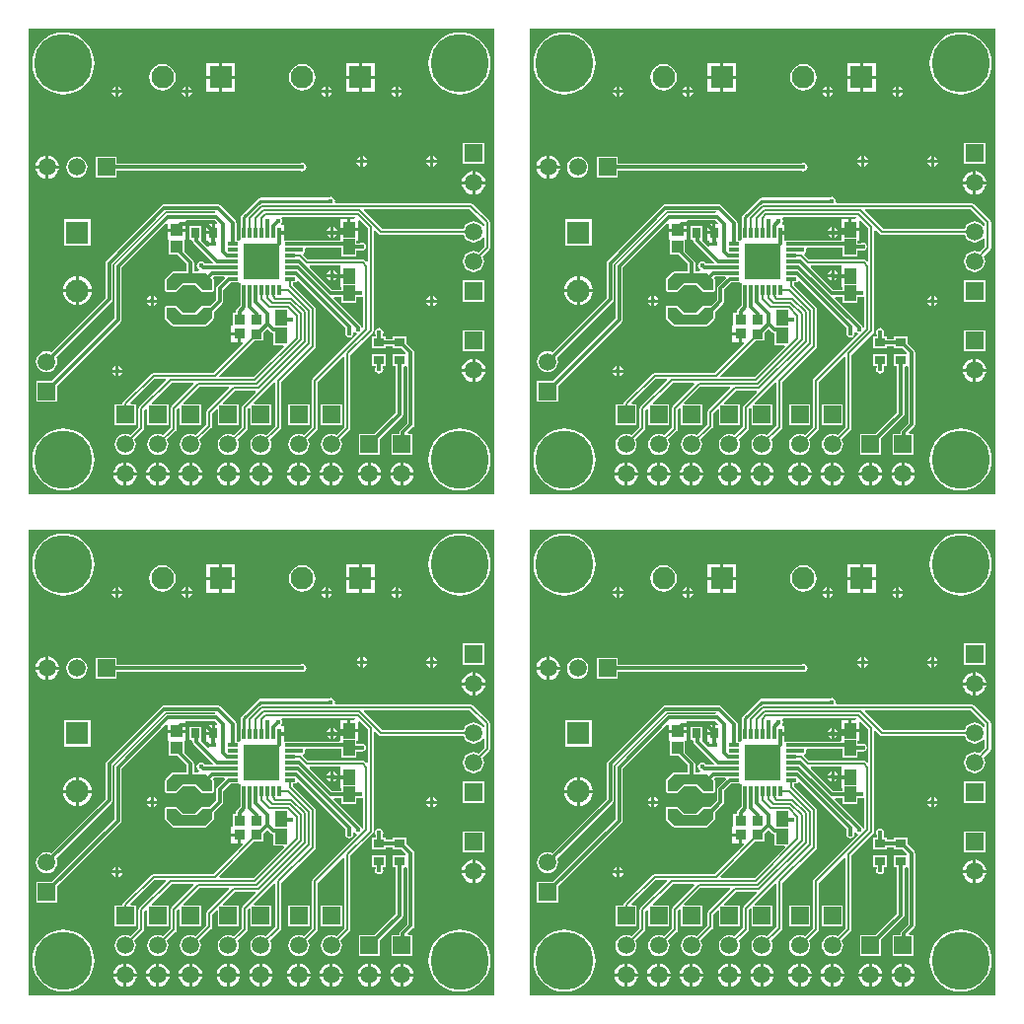
<source format=gtl>
%MOIN*%
%OFA0B0*%
%FSLAX25Y25*%
%IPPOS*%
%LPD*%
%ADD11C,0.01*%
%ADD12C,0.00787*%
%ADD14R,0.039609999999999992X0.04351*%
%ADD20R,0.03985X0.05241*%
%ADD21R,0.03568X0.03563*%
%ADD22R,0.03379X0.03174*%
%ADD23C,0.04039*%
%ADD33R,0.03543X0.02756*%
%ADD34R,0.02756X0.03543*%
%ADD35R,0.12402X0.12402*%
%ADD36R,0.03268X0.01181*%
%ADD37R,0.01181X0.03268*%
%ADD38C,0.01181*%
%ADD39R,0.05906X0.05906*%
%ADD40C,0.05906*%
%ADD41R,0.05906X0.05906*%
%ADD42C,0.07677*%
%ADD43R,0.07677X0.07677*%
%ADD44R,0.07677X0.07677*%
%ADD45C,0.19685*%
%ADD46C,0.01575*%
%ADD47C,0.02756*%
%ADD58C,0.01*%
%ADD59C,0.00787*%
%ADD60R,0.039609999999999992X0.04351*%
%ADD61R,0.03985X0.05241*%
%ADD62R,0.03568X0.03563*%
%ADD63R,0.03379X0.03174*%
%ADD64C,0.04039*%
%ADD65R,0.03543X0.02756*%
%ADD66R,0.02756X0.03543*%
%ADD67R,0.12402X0.12402*%
%ADD68R,0.03268X0.01181*%
%ADD69R,0.01181X0.03268*%
%ADD70C,0.01181*%
%ADD71R,0.05906X0.05906*%
%ADD72C,0.05906*%
%ADD73R,0.05906X0.05906*%
%ADD74C,0.07677*%
%ADD75R,0.07677X0.07677*%
%ADD76R,0.07677X0.07677*%
%ADD77C,0.19685*%
%ADD78C,0.01575*%
%ADD79C,0.02756*%
%ADD80C,0.01*%
%ADD81C,0.00787*%
%ADD82R,0.039609999999999992X0.04351*%
%ADD83R,0.03985X0.05241*%
%ADD84R,0.03568X0.03563*%
%ADD85R,0.03379X0.03174*%
%ADD86C,0.04039*%
%ADD87R,0.03543X0.02756*%
%ADD88R,0.02756X0.03543*%
%ADD89R,0.12402X0.12402*%
%ADD90R,0.03268X0.01181*%
%ADD91R,0.01181X0.03268*%
%ADD92C,0.01181*%
%ADD93R,0.05906X0.05906*%
%ADD94C,0.05906*%
%ADD95R,0.05906X0.05906*%
%ADD96C,0.07677*%
%ADD97R,0.07677X0.07677*%
%ADD98R,0.07677X0.07677*%
%ADD99C,0.19685*%
%ADD100C,0.01575*%
%ADD101C,0.02756*%
%ADD102C,0.01*%
%ADD103C,0.00787*%
%ADD104R,0.039609999999999992X0.04351*%
%ADD105R,0.03985X0.05241*%
%ADD106R,0.03568X0.03563*%
%ADD107R,0.03379X0.03174*%
%ADD108C,0.04039*%
%ADD109R,0.03543X0.02756*%
%ADD110R,0.02756X0.03543*%
%ADD111R,0.12402X0.12402*%
%ADD112R,0.03268X0.01181*%
%ADD113R,0.01181X0.03268*%
%ADD114C,0.01181*%
%ADD115R,0.05906X0.05906*%
%ADD116C,0.05906*%
%ADD117R,0.05906X0.05906*%
%ADD118C,0.07677*%
%ADD119R,0.07677X0.07677*%
%ADD120R,0.07677X0.07677*%
%ADD121C,0.19685*%
%ADD122C,0.01575*%
%ADD123C,0.02756*%
G01*
G75*
G36*
X0157480Y0236220D02*
X0000000Y0236220D01*
X0000000Y0393700D01*
X0157480Y0393700D01*
X0157480Y0236220D01*
D02*
G37*
%LPC*%
G36*
X0117043Y0382003D02*
X0112706Y0382003D01*
X0112706Y0377665D01*
X0117043Y0377665D01*
X0117043Y0382003D01*
D02*
G37*
G36*
X0111706Y0382003D02*
X0107366Y0382003D01*
X0107366Y0377665D01*
X0111706Y0377665D01*
X0111706Y0382003D01*
D02*
G37*
G36*
X0069799Y0382003D02*
X0065461Y0382003D01*
X0065461Y0377665D01*
X0069799Y0377665D01*
X0069799Y0382003D01*
D02*
G37*
G36*
X0064461Y0382003D02*
X0060122Y0382003D01*
X0060122Y0377665D01*
X0064461Y0377665D01*
X0064461Y0382003D01*
D02*
G37*
G36*
X0124909Y0374163D02*
X0124909Y0372941D01*
X0126131Y0372941D01*
X0126093Y0373138D01*
X0125698Y0373729D01*
X0125106Y0374123D01*
X0124909Y0374163D01*
D02*
G37*
G36*
X0123909Y0374163D02*
X0123712Y0374123D01*
X0123120Y0373729D01*
X0122726Y0373138D01*
X0122686Y0372941D01*
X0123909Y0372941D01*
X0123909Y0374163D01*
D02*
G37*
G36*
X0101287Y0374163D02*
X0101287Y0372941D01*
X0102509Y0372941D01*
X0102471Y0373138D01*
X0102075Y0373729D01*
X0101485Y0374123D01*
X0101287Y0374163D01*
D02*
G37*
G36*
X0100287Y0374163D02*
X0100089Y0374123D01*
X0099499Y0373729D01*
X0099104Y0373138D01*
X0099064Y0372941D01*
X0100287Y0372941D01*
X0100287Y0374163D01*
D02*
G37*
G36*
X0054043Y0374163D02*
X0054043Y0372941D01*
X0055266Y0372941D01*
X0055227Y0373138D01*
X0054832Y0373729D01*
X0054240Y0374123D01*
X0054043Y0374163D01*
D02*
G37*
G36*
X0053042Y0374163D02*
X0052846Y0374123D01*
X0052254Y0373729D01*
X0051859Y0373138D01*
X0051820Y0372941D01*
X0053042Y0372941D01*
X0053042Y0374163D01*
D02*
G37*
G36*
X0030420Y0374163D02*
X0030420Y0372941D01*
X0031644Y0372941D01*
X0031604Y0373138D01*
X0031210Y0373729D01*
X0030619Y0374123D01*
X0030420Y0374163D01*
D02*
G37*
G36*
X0029421Y0374163D02*
X0029224Y0374123D01*
X0028632Y0373729D01*
X0028238Y0373138D01*
X0028198Y0372941D01*
X0029421Y0372941D01*
X0029421Y0374163D01*
D02*
G37*
G36*
X0092521Y0381632D02*
X0091364Y0381480D01*
X0090287Y0381034D01*
X0089362Y0380324D01*
X0088652Y0379399D01*
X0088204Y0378321D01*
X0088053Y0377165D01*
X0088204Y0376009D01*
X0088652Y0374931D01*
X0089362Y0374006D01*
X0090287Y0373296D01*
X0091364Y0372850D01*
X0092521Y0372698D01*
X0093677Y0372850D01*
X0094754Y0373296D01*
X0095679Y0374006D01*
X0096390Y0374931D01*
X0096836Y0376009D01*
X0096988Y0377165D01*
X0096836Y0378321D01*
X0096390Y0379399D01*
X0095679Y0380324D01*
X0094754Y0381034D01*
X0093677Y0381480D01*
X0092521Y0381632D01*
D02*
G37*
G36*
X0045276Y0381632D02*
X0044119Y0381480D01*
X0043042Y0381034D01*
X0042116Y0380324D01*
X0041407Y0379399D01*
X0040960Y0378321D01*
X0040808Y0377165D01*
X0040960Y0376009D01*
X0041407Y0374931D01*
X0042116Y0374006D01*
X0043042Y0373296D01*
X0044119Y0372850D01*
X0045276Y0372697D01*
X0046432Y0372850D01*
X0047509Y0373296D01*
X0048434Y0374006D01*
X0049145Y0374931D01*
X0049591Y0376009D01*
X0049743Y0377165D01*
X0049591Y0378321D01*
X0049145Y0379399D01*
X0048434Y0380324D01*
X0047509Y0381034D01*
X0046432Y0381480D01*
X0045276Y0381632D01*
D02*
G37*
G36*
X0117043Y0376665D02*
X0112706Y0376665D01*
X0112706Y0372326D01*
X0117043Y0372326D01*
X0117043Y0376665D01*
D02*
G37*
G36*
X0111706Y0376665D02*
X0107366Y0376665D01*
X0107366Y0372326D01*
X0111706Y0372326D01*
X0111706Y0376665D01*
D02*
G37*
G36*
X0069799Y0376665D02*
X0065461Y0376665D01*
X0065461Y0372326D01*
X0069799Y0372326D01*
X0069799Y0376665D01*
D02*
G37*
G36*
X0064461Y0376665D02*
X0060122Y0376665D01*
X0060122Y0372326D01*
X0064461Y0372326D01*
X0064461Y0376665D01*
D02*
G37*
G36*
X0145669Y0392355D02*
X0144032Y0392226D01*
X0142435Y0391842D01*
X0140918Y0391214D01*
X0139518Y0390356D01*
X0138269Y0389289D01*
X0137203Y0388041D01*
X0136345Y0386640D01*
X0135716Y0385123D01*
X0135333Y0383526D01*
X0135204Y0381889D01*
X0135333Y0380252D01*
X0135716Y0378655D01*
X0136345Y0377138D01*
X0137203Y0375738D01*
X0138269Y0374489D01*
X0139518Y0373423D01*
X0140918Y0372565D01*
X0142435Y0371936D01*
X0144032Y0371553D01*
X0145669Y0371424D01*
X0147306Y0371553D01*
X0148903Y0371936D01*
X0150420Y0372565D01*
X0151821Y0373423D01*
X0153069Y0374489D01*
X0154135Y0375738D01*
X0154994Y0377138D01*
X0155622Y0378655D01*
X0156006Y0380252D01*
X0156135Y0381889D01*
X0156006Y0383526D01*
X0155622Y0385123D01*
X0154994Y0386640D01*
X0154135Y0388041D01*
X0153069Y0389289D01*
X0151821Y0390356D01*
X0150420Y0391214D01*
X0148903Y0391842D01*
X0147306Y0392226D01*
X0145669Y0392355D01*
D02*
G37*
G36*
X0011811Y0392355D02*
X0010174Y0392226D01*
X0008577Y0391842D01*
X0007060Y0391214D01*
X0005660Y0390356D01*
X0004411Y0389289D01*
X0003343Y0388041D01*
X0002486Y0386640D01*
X0001858Y0385123D01*
X0001474Y0383526D01*
X0001346Y0381889D01*
X0001474Y0380252D01*
X0001858Y0378655D01*
X0002486Y0377138D01*
X0003343Y0375738D01*
X0004411Y0374489D01*
X0005660Y0373423D01*
X0007060Y0372565D01*
X0008577Y0371936D01*
X0010174Y0371553D01*
X0011811Y0371424D01*
X0013447Y0371553D01*
X0015045Y0371936D01*
X0016562Y0372565D01*
X0017962Y0373423D01*
X0019211Y0374489D01*
X0020278Y0375738D01*
X0021135Y0377138D01*
X0021764Y0378655D01*
X0022148Y0380252D01*
X0022276Y0381889D01*
X0022148Y0383526D01*
X0021764Y0385123D01*
X0021135Y0386640D01*
X0020278Y0388041D01*
X0019211Y0389289D01*
X0017962Y0390356D01*
X0016562Y0391214D01*
X0015045Y0391842D01*
X0013447Y0392226D01*
X0011811Y0392355D01*
D02*
G37*
G36*
X0126131Y0371941D02*
X0124909Y0371941D01*
X0124909Y0370717D01*
X0125106Y0370757D01*
X0125698Y0371152D01*
X0126093Y0371743D01*
X0126131Y0371941D01*
D02*
G37*
G36*
X0123909Y0371941D02*
X0122686Y0371941D01*
X0122726Y0371743D01*
X0123120Y0371152D01*
X0123712Y0370757D01*
X0123909Y0370717D01*
X0123909Y0371941D01*
D02*
G37*
G36*
X0102509Y0371941D02*
X0101287Y0371941D01*
X0101287Y0370717D01*
X0101485Y0370757D01*
X0102075Y0371152D01*
X0102471Y0371743D01*
X0102509Y0371941D01*
D02*
G37*
G36*
X0100287Y0371941D02*
X0099064Y0371941D01*
X0099104Y0371743D01*
X0099499Y0371152D01*
X0100089Y0370757D01*
X0100287Y0370717D01*
X0100287Y0371941D01*
D02*
G37*
G36*
X0055266Y0371941D02*
X0054043Y0371941D01*
X0054043Y0370717D01*
X0054240Y0370757D01*
X0054832Y0371152D01*
X0055227Y0371743D01*
X0055266Y0371941D01*
D02*
G37*
G36*
X0053042Y0371941D02*
X0051820Y0371941D01*
X0051859Y0371743D01*
X0052254Y0371152D01*
X0052846Y0370757D01*
X0053042Y0370717D01*
X0053042Y0371941D01*
D02*
G37*
G36*
X0031644Y0371941D02*
X0030420Y0371941D01*
X0030420Y0370717D01*
X0030619Y0370757D01*
X0031210Y0371152D01*
X0031604Y0371743D01*
X0031644Y0371941D01*
D02*
G37*
G36*
X0029421Y0371941D02*
X0028198Y0371941D01*
X0028238Y0371743D01*
X0028632Y0371152D01*
X0029224Y0370757D01*
X0029421Y0370717D01*
X0029421Y0371941D01*
D02*
G37*
G36*
X0136721Y0350541D02*
X0136721Y0349319D01*
X0137943Y0349319D01*
X0137904Y0349516D01*
X0137509Y0350107D01*
X0136918Y0350502D01*
X0136721Y0350541D01*
D02*
G37*
G36*
X0135721Y0350541D02*
X0135523Y0350502D01*
X0134932Y0350107D01*
X0134536Y0349516D01*
X0134496Y0349319D01*
X0135721Y0349319D01*
X0135721Y0350541D01*
D02*
G37*
G36*
X0113099Y0350541D02*
X0113099Y0349319D01*
X0114321Y0349319D01*
X0114282Y0349516D01*
X0113887Y0350107D01*
X0113296Y0350502D01*
X0113099Y0350541D01*
D02*
G37*
G36*
X0112099Y0350541D02*
X0111901Y0350502D01*
X0111310Y0350107D01*
X0110915Y0349516D01*
X0110874Y0349319D01*
X0112099Y0349319D01*
X0112099Y0350541D01*
D02*
G37*
G36*
X0153936Y0355117D02*
X0146850Y0355117D01*
X0146850Y0348030D01*
X0153936Y0348030D01*
X0153936Y0355117D01*
D02*
G37*
G36*
X0006839Y0350771D02*
X0006839Y0347350D01*
X0010260Y0347350D01*
X0010190Y0347882D01*
X0009791Y0348843D01*
X0009158Y0349668D01*
X0008332Y0350303D01*
X0007371Y0350701D01*
X0006839Y0350771D01*
D02*
G37*
G36*
X0005839Y0350771D02*
X0005307Y0350701D01*
X0004345Y0350303D01*
X0003519Y0349668D01*
X0002885Y0348843D01*
X0002488Y0347882D01*
X0002417Y0347350D01*
X0005839Y0347350D01*
X0005839Y0350771D01*
D02*
G37*
G36*
X0137943Y0348319D02*
X0136721Y0348319D01*
X0136721Y0347095D01*
X0136918Y0347135D01*
X0137509Y0347530D01*
X0137904Y0348121D01*
X0137943Y0348319D01*
D02*
G37*
G36*
X0135721Y0348319D02*
X0134496Y0348319D01*
X0134536Y0348121D01*
X0134932Y0347530D01*
X0135523Y0347135D01*
X0135721Y0347095D01*
X0135721Y0348319D01*
D02*
G37*
G36*
X0114321Y0348319D02*
X0113099Y0348319D01*
X0113099Y0347095D01*
X0113296Y0347135D01*
X0113887Y0347530D01*
X0114282Y0348121D01*
X0114321Y0348319D01*
D02*
G37*
G36*
X0112099Y0348319D02*
X0110874Y0348319D01*
X0110915Y0348121D01*
X0111310Y0347530D01*
X0111901Y0347135D01*
X0112099Y0347095D01*
X0112099Y0348319D01*
D02*
G37*
G36*
X0029881Y0350393D02*
X0022795Y0350393D01*
X0022795Y0343307D01*
X0029881Y0343307D01*
X0029881Y0345646D01*
X0091842Y0345646D01*
X0091982Y0345552D01*
X0092520Y0345445D01*
X0093057Y0345552D01*
X0093513Y0345856D01*
X0093818Y0346312D01*
X0093924Y0346850D01*
X0093818Y0347388D01*
X0093513Y0347843D01*
X0093057Y0348148D01*
X0092520Y0348255D01*
X0091982Y0348148D01*
X0091842Y0348054D01*
X0029881Y0348054D01*
X0029881Y0350393D01*
D02*
G37*
G36*
X0016339Y0350424D02*
X0015414Y0350302D01*
X0014552Y0349945D01*
X0013812Y0349376D01*
X0013243Y0348637D01*
X0012887Y0347775D01*
X0012765Y0346850D01*
X0012887Y0345925D01*
X0013243Y0345063D01*
X0013812Y0344323D01*
X0014552Y0343755D01*
X0015414Y0343398D01*
X0016339Y0343276D01*
X0017264Y0343398D01*
X0018125Y0343755D01*
X0018865Y0344323D01*
X0019434Y0345063D01*
X0019791Y0345925D01*
X0019913Y0346850D01*
X0019791Y0347775D01*
X0019434Y0348637D01*
X0018865Y0349376D01*
X0018125Y0349945D01*
X0017264Y0350302D01*
X0016339Y0350424D01*
D02*
G37*
G36*
X0010260Y0346350D02*
X0006839Y0346350D01*
X0006839Y0342929D01*
X0007371Y0342999D01*
X0008332Y0343397D01*
X0009158Y0344031D01*
X0009791Y0344856D01*
X0010190Y0345818D01*
X0010260Y0346350D01*
D02*
G37*
G36*
X0005839Y0346350D02*
X0002417Y0346350D01*
X0002488Y0345818D01*
X0002885Y0344856D01*
X0003519Y0344031D01*
X0004345Y0343397D01*
X0005307Y0342999D01*
X0005839Y0342929D01*
X0005839Y0346350D01*
D02*
G37*
G36*
X0150894Y0345495D02*
X0150894Y0342074D01*
X0154315Y0342074D01*
X0154245Y0342606D01*
X0153846Y0343568D01*
X0153213Y0344394D01*
X0152387Y0345027D01*
X0151426Y0345425D01*
X0150894Y0345495D01*
D02*
G37*
G36*
X0149893Y0345495D02*
X0149362Y0345425D01*
X0148400Y0345027D01*
X0147575Y0344394D01*
X0146941Y0343568D01*
X0146543Y0342606D01*
X0146473Y0342074D01*
X0149893Y0342074D01*
X0149893Y0345495D01*
D02*
G37*
G36*
X0154315Y0341074D02*
X0150894Y0341074D01*
X0150894Y0337653D01*
X0151426Y0337723D01*
X0152387Y0338122D01*
X0153213Y0338755D01*
X0153846Y0339581D01*
X0154245Y0340542D01*
X0154315Y0341074D01*
D02*
G37*
G36*
X0149893Y0341074D02*
X0146473Y0341074D01*
X0146543Y0340542D01*
X0146941Y0339581D01*
X0147575Y0338755D01*
X0148400Y0338122D01*
X0149362Y0337723D01*
X0149893Y0337653D01*
X0149893Y0341074D01*
D02*
G37*
G36*
X0102165Y0336837D02*
X0101628Y0336731D01*
X0101349Y0336544D01*
X0078452Y0336544D01*
X0078452Y0336544D01*
X0078027Y0336460D01*
X0077666Y0336219D01*
X0077666Y0336219D01*
X0072048Y0330600D01*
X0071807Y0330240D01*
X0071723Y0329815D01*
X0071723Y0329815D01*
X0071723Y0326870D01*
X0071653Y0326870D01*
X0071653Y0322421D01*
X0071653Y0322421D01*
X0071539Y0322160D01*
X0071087Y0322047D01*
X0070613Y0322047D01*
X0070259Y0322400D01*
X0070259Y0327992D01*
X0070259Y0327992D01*
X0070168Y0328453D01*
X0069907Y0328843D01*
X0064828Y0333922D01*
X0064437Y0334183D01*
X0063975Y0334275D01*
X0063975Y0334275D01*
X0045865Y0334275D01*
X0045865Y0334275D01*
X0045405Y0334183D01*
X0045015Y0333922D01*
X0026411Y0315318D01*
X0026150Y0314927D01*
X0026057Y0314467D01*
X0026057Y0314467D01*
X0026057Y0302760D01*
X0007610Y0284313D01*
X0007027Y0284554D01*
X0006102Y0284676D01*
X0005177Y0284554D01*
X0004315Y0284197D01*
X0003574Y0283629D01*
X0003007Y0282889D01*
X0002650Y0282027D01*
X0002528Y0281102D01*
X0002650Y0280177D01*
X0003007Y0279315D01*
X0003574Y0278575D01*
X0004315Y0278007D01*
X0005177Y0277650D01*
X0006102Y0277528D01*
X0007027Y0277650D01*
X0007889Y0278007D01*
X0008630Y0278575D01*
X0009197Y0279315D01*
X0009554Y0280177D01*
X0009676Y0281102D01*
X0009554Y0282027D01*
X0009312Y0282610D01*
X0028114Y0301410D01*
X0028114Y0301410D01*
X0028375Y0301801D01*
X0028466Y0302262D01*
X0028466Y0313968D01*
X0046365Y0331866D01*
X0063039Y0331866D01*
X0063085Y0331822D01*
X0062920Y0331400D01*
X0062833Y0331322D01*
X0047047Y0331322D01*
X0046586Y0331230D01*
X0046196Y0330969D01*
X0029463Y0314237D01*
X0029202Y0313846D01*
X0029110Y0313384D01*
X0029110Y0313384D01*
X0029110Y0295812D01*
X0007943Y0274645D01*
X0002559Y0274645D01*
X0002559Y0267559D01*
X0009646Y0267559D01*
X0009646Y0272942D01*
X0031166Y0294463D01*
X0031166Y0294463D01*
X0031427Y0294854D01*
X0031519Y0295315D01*
X0031519Y0295315D01*
X0031519Y0312886D01*
X0046557Y0327925D01*
X0047018Y0327733D01*
X0047018Y0326092D01*
X0050000Y0326092D01*
X0052981Y0326092D01*
X0052981Y0328768D01*
X0053420Y0328913D01*
X0062887Y0328913D01*
X0063764Y0328036D01*
X0063572Y0327574D01*
X0062902Y0327574D01*
X0062902Y0324803D01*
X0062402Y0324803D01*
X0062402Y0324303D01*
X0060024Y0324303D01*
X0060024Y0322031D01*
X0060697Y0322031D01*
X0060906Y0321639D01*
X0060907Y0321531D01*
X0060875Y0321366D01*
X0062598Y0321366D01*
X0062598Y0320366D01*
X0060875Y0320366D01*
X0060898Y0320252D01*
X0060683Y0320054D01*
X0060485Y0319957D01*
X0058329Y0322114D01*
X0058465Y0322441D01*
X0058465Y0322441D01*
X0058465Y0327165D01*
X0054528Y0327165D01*
X0054528Y0322441D01*
X0055196Y0322441D01*
X0055489Y0322047D01*
X0055579Y0321586D01*
X0055840Y0321195D01*
X0062378Y0314658D01*
X0062187Y0314196D01*
X0059514Y0314196D01*
X0059261Y0314576D01*
X0058804Y0314880D01*
X0058268Y0314987D01*
X0057730Y0314880D01*
X0057274Y0314576D01*
X0056970Y0314120D01*
X0056863Y0313581D01*
X0056970Y0313044D01*
X0057274Y0312589D01*
X0057730Y0312283D01*
X0057781Y0312162D01*
X0057448Y0311662D01*
X0055928Y0311662D01*
X0055928Y0314566D01*
X0055837Y0315027D01*
X0055576Y0315418D01*
X0055576Y0315418D01*
X0052571Y0318423D01*
X0052571Y0322417D01*
X0052981Y0322417D01*
X0052981Y0325092D01*
X0050000Y0325092D01*
X0047018Y0325092D01*
X0047018Y0322417D01*
X0047429Y0322417D01*
X0047429Y0317310D01*
X0050278Y0317310D01*
X0053520Y0314068D01*
X0053520Y0311662D01*
X0048838Y0311662D01*
X0048836Y0311661D01*
X0048833Y0311662D01*
X0048610Y0311568D01*
X0048387Y0311475D01*
X0048385Y0311472D01*
X0048382Y0311471D01*
X0046217Y0309266D01*
X0046127Y0309042D01*
X0046034Y0308818D01*
X0046034Y0305315D01*
X0046221Y0304861D01*
X0046673Y0304675D01*
X0049724Y0304675D01*
X0049947Y0304766D01*
X0050171Y0304857D01*
X0052327Y0306959D01*
X0056335Y0306959D01*
X0058491Y0304857D01*
X0058714Y0304766D01*
X0058936Y0304675D01*
X0061988Y0304675D01*
X0062439Y0304861D01*
X0062627Y0305315D01*
X0062627Y0308818D01*
X0062534Y0309041D01*
X0062444Y0309266D01*
X0062321Y0309392D01*
X0062602Y0309819D01*
X0066124Y0309819D01*
X0066316Y0309357D01*
X0063715Y0306757D01*
X0063454Y0306366D01*
X0063363Y0305904D01*
X0063363Y0305904D01*
X0063363Y0302129D01*
X0061281Y0300048D01*
X0058936Y0300048D01*
X0058714Y0299956D01*
X0058491Y0299867D01*
X0056335Y0297765D01*
X0052327Y0297765D01*
X0050171Y0299867D01*
X0049947Y0299956D01*
X0049724Y0300048D01*
X0046673Y0300048D01*
X0046221Y0299861D01*
X0046034Y0299409D01*
X0046034Y0295905D01*
X0046126Y0295682D01*
X0046217Y0295457D01*
X0048382Y0293251D01*
X0048385Y0293251D01*
X0048387Y0293248D01*
X0048610Y0293156D01*
X0048833Y0293061D01*
X0048836Y0293062D01*
X0048838Y0293061D01*
X0059823Y0293061D01*
X0059826Y0293062D01*
X0059829Y0293061D01*
X0060052Y0293156D01*
X0060275Y0293248D01*
X0060275Y0293251D01*
X0060279Y0293251D01*
X0062444Y0295457D01*
X0062534Y0295681D01*
X0062627Y0295905D01*
X0062627Y0297988D01*
X0065418Y0300779D01*
X0065418Y0300779D01*
X0065680Y0301170D01*
X0065771Y0301631D01*
X0065771Y0301631D01*
X0065771Y0305406D01*
X0068215Y0307850D01*
X0069055Y0307850D01*
X0069172Y0307873D01*
X0071087Y0307873D01*
X0071539Y0307759D01*
X0071653Y0307500D01*
X0071653Y0307500D01*
X0071653Y0305392D01*
X0071630Y0305275D01*
X0071630Y0300105D01*
X0070408Y0298883D01*
X0070147Y0298492D01*
X0070055Y0298031D01*
X0069755Y0297650D01*
X0068885Y0297650D01*
X0068885Y0293330D01*
X0068476Y0293330D01*
X0068476Y0291048D01*
X0071260Y0291048D01*
X0071260Y0290549D01*
X0071760Y0290549D01*
X0071760Y0287767D01*
X0072309Y0287767D01*
X0072500Y0287305D01*
X0062577Y0277381D01*
X0042323Y0277381D01*
X0041939Y0277305D01*
X0041613Y0277087D01*
X0032057Y0267531D01*
X0031840Y0267206D01*
X0031763Y0266822D01*
X0031763Y0266692D01*
X0029134Y0266692D01*
X0029134Y0259605D01*
X0036220Y0259605D01*
X0036220Y0266692D01*
X0034710Y0266692D01*
X0034519Y0267154D01*
X0042739Y0275374D01*
X0046333Y0275374D01*
X0046525Y0274912D01*
X0037479Y0265867D01*
X0037261Y0265541D01*
X0037185Y0265156D01*
X0037185Y0259076D01*
X0034386Y0256277D01*
X0033602Y0256601D01*
X0032677Y0256723D01*
X0031752Y0256601D01*
X0030890Y0256244D01*
X0030150Y0255676D01*
X0029582Y0254936D01*
X0029225Y0254074D01*
X0029103Y0253148D01*
X0029225Y0252223D01*
X0029582Y0251362D01*
X0030150Y0250622D01*
X0030890Y0250054D01*
X0031752Y0249697D01*
X0032677Y0249575D01*
X0033602Y0249697D01*
X0034464Y0250054D01*
X0035204Y0250622D01*
X0035772Y0251362D01*
X0036129Y0252223D01*
X0036251Y0253148D01*
X0036129Y0254074D01*
X0035805Y0254857D01*
X0038899Y0257951D01*
X0039116Y0258277D01*
X0039193Y0258660D01*
X0039193Y0264740D01*
X0039696Y0265244D01*
X0040156Y0265053D01*
X0040156Y0259605D01*
X0047244Y0259605D01*
X0047244Y0266692D01*
X0041797Y0266692D01*
X0041604Y0267154D01*
X0048447Y0273996D01*
X0055584Y0273996D01*
X0055777Y0273534D01*
X0048305Y0266064D01*
X0048088Y0265738D01*
X0048012Y0265353D01*
X0048012Y0258879D01*
X0045409Y0256277D01*
X0044626Y0256601D01*
X0043701Y0256723D01*
X0042776Y0256601D01*
X0041914Y0256244D01*
X0041174Y0255676D01*
X0040606Y0254936D01*
X0040249Y0254074D01*
X0040127Y0253148D01*
X0040249Y0252223D01*
X0040606Y0251362D01*
X0041174Y0250622D01*
X0041914Y0250054D01*
X0042776Y0249697D01*
X0043701Y0249575D01*
X0044626Y0249697D01*
X0045488Y0250054D01*
X0046228Y0250622D01*
X0046796Y0251362D01*
X0047153Y0252223D01*
X0047275Y0253148D01*
X0047153Y0254074D01*
X0046828Y0254857D01*
X0049725Y0257754D01*
X0049943Y0258080D01*
X0050019Y0258463D01*
X0050019Y0264937D01*
X0050719Y0265638D01*
X0051181Y0265447D01*
X0051181Y0259605D01*
X0058268Y0259605D01*
X0058268Y0266692D01*
X0052427Y0266692D01*
X0052236Y0267154D01*
X0057699Y0272618D01*
X0067619Y0272618D01*
X0067810Y0272156D01*
X0060314Y0264660D01*
X0060097Y0264335D01*
X0060019Y0263951D01*
X0060019Y0259864D01*
X0056433Y0256277D01*
X0055649Y0256601D01*
X0054723Y0256723D01*
X0053799Y0256601D01*
X0052937Y0256244D01*
X0052197Y0255676D01*
X0051629Y0254936D01*
X0051271Y0254074D01*
X0051151Y0253148D01*
X0051271Y0252223D01*
X0051629Y0251362D01*
X0052197Y0250622D01*
X0052937Y0250054D01*
X0053799Y0249697D01*
X0054723Y0249575D01*
X0055649Y0249697D01*
X0056511Y0250054D01*
X0057252Y0250622D01*
X0057819Y0251362D01*
X0058176Y0252223D01*
X0058298Y0253148D01*
X0058176Y0254074D01*
X0057852Y0254857D01*
X0061733Y0258739D01*
X0061951Y0259064D01*
X0062027Y0259448D01*
X0062027Y0263535D01*
X0063514Y0265021D01*
X0063975Y0264831D01*
X0063975Y0259605D01*
X0071063Y0259605D01*
X0071063Y0266692D01*
X0065838Y0266692D01*
X0065647Y0267154D01*
X0069732Y0271240D01*
X0076648Y0271240D01*
X0076839Y0270778D01*
X0072322Y0266260D01*
X0072102Y0265935D01*
X0072028Y0265550D01*
X0072028Y0259076D01*
X0069228Y0256277D01*
X0068445Y0256601D01*
X0067520Y0256723D01*
X0066595Y0256601D01*
X0065732Y0256244D01*
X0064993Y0255676D01*
X0064425Y0254936D01*
X0064068Y0254074D01*
X0063946Y0253148D01*
X0064068Y0252223D01*
X0064425Y0251362D01*
X0064993Y0250622D01*
X0065732Y0250054D01*
X0066595Y0249697D01*
X0067520Y0249575D01*
X0068445Y0249697D01*
X0069307Y0250054D01*
X0070046Y0250622D01*
X0070615Y0251362D01*
X0070972Y0252223D01*
X0071094Y0253148D01*
X0070972Y0254074D01*
X0070647Y0254857D01*
X0073741Y0257951D01*
X0073959Y0258277D01*
X0074035Y0258660D01*
X0074035Y0265134D01*
X0074538Y0265638D01*
X0074999Y0265447D01*
X0074999Y0259605D01*
X0082087Y0259605D01*
X0082087Y0266692D01*
X0076246Y0266692D01*
X0076053Y0267154D01*
X0082983Y0274083D01*
X0083445Y0273891D01*
X0083445Y0259470D01*
X0080252Y0256277D01*
X0079468Y0256601D01*
X0078543Y0256723D01*
X0077618Y0256601D01*
X0076756Y0256244D01*
X0076016Y0255676D01*
X0075448Y0254936D01*
X0075091Y0254074D01*
X0074969Y0253148D01*
X0075091Y0252223D01*
X0075448Y0251362D01*
X0076016Y0250622D01*
X0076756Y0250054D01*
X0077618Y0249697D01*
X0078543Y0249575D01*
X0079468Y0249697D01*
X0080330Y0250054D01*
X0081070Y0250622D01*
X0081637Y0251362D01*
X0081995Y0252223D01*
X0082117Y0253148D01*
X0081995Y0254074D01*
X0081671Y0254857D01*
X0085158Y0258345D01*
X0085376Y0258671D01*
X0085452Y0259054D01*
X0085452Y0274387D01*
X0096773Y0285707D01*
X0096990Y0286033D01*
X0097066Y0286417D01*
X0097066Y0298998D01*
X0096990Y0299382D01*
X0096773Y0299707D01*
X0089429Y0307051D01*
X0089429Y0307873D01*
X0090650Y0307873D01*
X0090650Y0308369D01*
X0091110Y0308559D01*
X0107185Y0292485D01*
X0107185Y0291313D01*
X0107166Y0291285D01*
X0107060Y0290748D01*
X0107166Y0290210D01*
X0107471Y0289753D01*
X0107927Y0289450D01*
X0108464Y0289343D01*
X0109002Y0289450D01*
X0109458Y0289753D01*
X0109763Y0290210D01*
X0109870Y0290748D01*
X0109763Y0291285D01*
X0110196Y0291473D01*
X0110424Y0291132D01*
X0110813Y0290872D01*
X0111002Y0290354D01*
X0096141Y0275492D01*
X0095923Y0275167D01*
X0095847Y0274783D01*
X0095847Y0259076D01*
X0093047Y0256277D01*
X0092264Y0256601D01*
X0091337Y0256723D01*
X0090414Y0256601D01*
X0089552Y0256244D01*
X0088811Y0255676D01*
X0088244Y0254936D01*
X0087887Y0254074D01*
X0087765Y0253148D01*
X0087887Y0252223D01*
X0088244Y0251362D01*
X0088811Y0250622D01*
X0089552Y0250054D01*
X0090414Y0249697D01*
X0091337Y0249575D01*
X0092264Y0249697D01*
X0093125Y0250054D01*
X0093866Y0250622D01*
X0094434Y0251362D01*
X0094791Y0252223D01*
X0094912Y0253148D01*
X0094791Y0254074D01*
X0094466Y0254857D01*
X0097560Y0257951D01*
X0097777Y0258277D01*
X0097854Y0258660D01*
X0097854Y0274367D01*
X0106409Y0282922D01*
X0106870Y0282729D01*
X0106870Y0259076D01*
X0104071Y0256277D01*
X0103287Y0256601D01*
X0102362Y0256723D01*
X0101437Y0256601D01*
X0100574Y0256244D01*
X0099835Y0255676D01*
X0099267Y0254936D01*
X0098910Y0254074D01*
X0098788Y0253148D01*
X0098910Y0252223D01*
X0099267Y0251362D01*
X0099835Y0250622D01*
X0100574Y0250054D01*
X0101437Y0249697D01*
X0102362Y0249575D01*
X0103287Y0249697D01*
X0104149Y0250054D01*
X0104889Y0250622D01*
X0105457Y0251362D01*
X0105814Y0252223D01*
X0105936Y0253148D01*
X0105814Y0254074D01*
X0105490Y0254857D01*
X0108583Y0257951D01*
X0108800Y0258277D01*
X0108878Y0258660D01*
X0108878Y0283442D01*
X0116260Y0290825D01*
X0116477Y0291150D01*
X0116555Y0291535D01*
X0116555Y0325467D01*
X0117017Y0325658D01*
X0118424Y0324251D01*
X0118750Y0324033D01*
X0119134Y0323957D01*
X0146974Y0323957D01*
X0147299Y0323173D01*
X0147867Y0322433D01*
X0148607Y0321864D01*
X0149469Y0321507D01*
X0150393Y0321386D01*
X0151319Y0321507D01*
X0152181Y0321864D01*
X0152921Y0322433D01*
X0153418Y0323081D01*
X0153799Y0323011D01*
X0153918Y0322949D01*
X0153918Y0319903D01*
X0152102Y0318088D01*
X0151319Y0318412D01*
X0150393Y0318534D01*
X0149469Y0318412D01*
X0148607Y0318055D01*
X0147867Y0317487D01*
X0147299Y0316747D01*
X0146942Y0315885D01*
X0146820Y0314960D01*
X0146942Y0314035D01*
X0147299Y0313173D01*
X0147867Y0312433D01*
X0148607Y0311865D01*
X0149469Y0311508D01*
X0150393Y0311386D01*
X0151319Y0311508D01*
X0152181Y0311865D01*
X0152921Y0312433D01*
X0153489Y0313173D01*
X0153846Y0314035D01*
X0153967Y0314960D01*
X0153846Y0315885D01*
X0153521Y0316669D01*
X0155631Y0318778D01*
X0155848Y0319104D01*
X0155924Y0319488D01*
X0155924Y0328149D01*
X0155848Y0328532D01*
X0155631Y0328859D01*
X0150119Y0334370D01*
X0149793Y0334588D01*
X0149409Y0334664D01*
X0103865Y0334664D01*
X0103516Y0335164D01*
X0103570Y0335433D01*
X0103463Y0335970D01*
X0103159Y0336426D01*
X0102703Y0336731D01*
X0102165Y0336837D01*
D02*
G37*
G36*
X0061902Y0327574D02*
X0060024Y0327574D01*
X0060024Y0325303D01*
X0061902Y0325303D01*
X0061902Y0327574D01*
D02*
G37*
G36*
X0020965Y0329233D02*
X0012106Y0329233D01*
X0012106Y0320374D01*
X0020965Y0320374D01*
X0020965Y0329233D01*
D02*
G37*
G36*
X0017035Y0309933D02*
X0017035Y0305619D01*
X0021350Y0305619D01*
X0021249Y0306382D01*
X0020762Y0307559D01*
X0019986Y0308570D01*
X0018976Y0309345D01*
X0017798Y0309833D01*
X0017035Y0309933D01*
D02*
G37*
G36*
X0016035Y0309933D02*
X0015272Y0309833D01*
X0014095Y0309345D01*
X0013084Y0308570D01*
X0012309Y0307559D01*
X0011821Y0306382D01*
X0011720Y0305619D01*
X0016035Y0305619D01*
X0016035Y0309933D01*
D02*
G37*
G36*
X0136721Y0303297D02*
X0136721Y0302074D01*
X0137943Y0302074D01*
X0137904Y0302272D01*
X0137509Y0302863D01*
X0136918Y0303258D01*
X0136721Y0303297D01*
D02*
G37*
G36*
X0135721Y0303297D02*
X0135523Y0303258D01*
X0134932Y0302863D01*
X0134536Y0302272D01*
X0134496Y0302074D01*
X0135721Y0302074D01*
X0135721Y0303297D01*
D02*
G37*
G36*
X0042232Y0303297D02*
X0042232Y0302074D01*
X0043455Y0302074D01*
X0043416Y0302272D01*
X0043021Y0302863D01*
X0042430Y0303258D01*
X0042232Y0303297D01*
D02*
G37*
G36*
X0041232Y0303297D02*
X0041035Y0303258D01*
X0040444Y0302863D01*
X0040048Y0302272D01*
X0040009Y0302074D01*
X0041232Y0302074D01*
X0041232Y0303297D01*
D02*
G37*
G36*
X0153936Y0308504D02*
X0146850Y0308504D01*
X0146850Y0301417D01*
X0153936Y0301417D01*
X0153936Y0308504D01*
D02*
G37*
G36*
X0021350Y0304619D02*
X0017035Y0304619D01*
X0017035Y0300304D01*
X0017798Y0300405D01*
X0018976Y0300892D01*
X0019986Y0301668D01*
X0020762Y0302678D01*
X0021249Y0303856D01*
X0021350Y0304619D01*
D02*
G37*
G36*
X0016035Y0304619D02*
X0011720Y0304619D01*
X0011821Y0303856D01*
X0012309Y0302678D01*
X0013084Y0301668D01*
X0014095Y0300892D01*
X0015272Y0300405D01*
X0016035Y0300304D01*
X0016035Y0304619D01*
D02*
G37*
G36*
X0137943Y0301074D02*
X0136721Y0301074D01*
X0136721Y0299851D01*
X0136918Y0299891D01*
X0137509Y0300286D01*
X0137904Y0300877D01*
X0137943Y0301074D01*
D02*
G37*
G36*
X0135721Y0301074D02*
X0134496Y0301074D01*
X0134536Y0300877D01*
X0134932Y0300286D01*
X0135523Y0299891D01*
X0135721Y0299851D01*
X0135721Y0301074D01*
D02*
G37*
G36*
X0043455Y0301074D02*
X0042232Y0301074D01*
X0042232Y0299851D01*
X0042430Y0299891D01*
X0043021Y0300286D01*
X0043416Y0300877D01*
X0043455Y0301074D01*
D02*
G37*
G36*
X0041232Y0301074D02*
X0040009Y0301074D01*
X0040048Y0300877D01*
X0040444Y0300286D01*
X0041035Y0299891D01*
X0041232Y0299851D01*
X0041232Y0301074D01*
D02*
G37*
G36*
X0070759Y0290049D02*
X0068476Y0290049D01*
X0068476Y0287767D01*
X0070759Y0287767D01*
X0070759Y0290049D01*
D02*
G37*
G36*
X0153936Y0291732D02*
X0146850Y0291732D01*
X0146850Y0284645D01*
X0153936Y0284645D01*
X0153936Y0291732D01*
D02*
G37*
G36*
X0150894Y0282109D02*
X0150894Y0278689D01*
X0154315Y0278689D01*
X0154245Y0279220D01*
X0153846Y0280182D01*
X0153213Y0281008D01*
X0152387Y0281641D01*
X0151426Y0282039D01*
X0150894Y0282109D01*
D02*
G37*
G36*
X0149893Y0282109D02*
X0149362Y0282039D01*
X0148400Y0281641D01*
X0147575Y0281008D01*
X0146941Y0280182D01*
X0146543Y0279220D01*
X0146473Y0278689D01*
X0149893Y0278689D01*
X0149893Y0282109D01*
D02*
G37*
G36*
X0030420Y0279675D02*
X0030420Y0278452D01*
X0031644Y0278452D01*
X0031604Y0278650D01*
X0031210Y0279241D01*
X0030619Y0279636D01*
X0030420Y0279675D01*
D02*
G37*
G36*
X0029421Y0279675D02*
X0029224Y0279636D01*
X0028632Y0279241D01*
X0028238Y0278650D01*
X0028198Y0278452D01*
X0029421Y0278452D01*
X0029421Y0279675D01*
D02*
G37*
G36*
X0120866Y0283661D02*
X0116141Y0283661D01*
X0116141Y0279724D01*
X0117300Y0279724D01*
X0117300Y0279220D01*
X0117206Y0279080D01*
X0117099Y0278543D01*
X0117206Y0278005D01*
X0117510Y0277549D01*
X0117966Y0277245D01*
X0118504Y0277138D01*
X0119042Y0277245D01*
X0119497Y0277549D01*
X0119802Y0278005D01*
X0119909Y0278543D01*
X0119802Y0279080D01*
X0119707Y0279220D01*
X0119707Y0279724D01*
X0120866Y0279724D01*
X0120866Y0283661D01*
D02*
G37*
G36*
X0031644Y0277451D02*
X0030420Y0277451D01*
X0030420Y0276229D01*
X0030619Y0276269D01*
X0031210Y0276664D01*
X0031604Y0277254D01*
X0031644Y0277451D01*
D02*
G37*
G36*
X0029421Y0277451D02*
X0028198Y0277451D01*
X0028238Y0277254D01*
X0028632Y0276664D01*
X0029224Y0276269D01*
X0029421Y0276229D01*
X0029421Y0277451D01*
D02*
G37*
G36*
X0154315Y0277688D02*
X0150894Y0277688D01*
X0150894Y0274267D01*
X0151426Y0274338D01*
X0152387Y0274736D01*
X0153213Y0275369D01*
X0153846Y0276195D01*
X0154245Y0277156D01*
X0154315Y0277688D01*
D02*
G37*
G36*
X0149893Y0277688D02*
X0146473Y0277688D01*
X0146543Y0277156D01*
X0146941Y0276195D01*
X0147575Y0275369D01*
X0148400Y0274736D01*
X0149362Y0274338D01*
X0149893Y0274267D01*
X0149893Y0277688D01*
D02*
G37*
G36*
X0105905Y0266692D02*
X0098819Y0266692D01*
X0098819Y0259605D01*
X0105905Y0259605D01*
X0105905Y0266692D01*
D02*
G37*
G36*
X0094882Y0266692D02*
X0087795Y0266692D01*
X0087795Y0259605D01*
X0094882Y0259605D01*
X0094882Y0266692D01*
D02*
G37*
G36*
X0118504Y0292546D02*
X0117966Y0292439D01*
X0117510Y0292135D01*
X0117206Y0291679D01*
X0117099Y0291141D01*
X0117206Y0290604D01*
X0117300Y0290463D01*
X0117300Y0289567D01*
X0116141Y0289567D01*
X0116141Y0285629D01*
X0120866Y0285629D01*
X0120866Y0286394D01*
X0123031Y0286394D01*
X0123031Y0285629D01*
X0126053Y0285629D01*
X0127521Y0284161D01*
X0127314Y0283661D01*
X0123031Y0283661D01*
X0123031Y0279724D01*
X0124189Y0279724D01*
X0124189Y0279220D01*
X0124096Y0279080D01*
X0123989Y0278543D01*
X0124096Y0278005D01*
X0124189Y0277865D01*
X0124189Y0263884D01*
X0116998Y0256691D01*
X0111613Y0256691D01*
X0111613Y0249606D01*
X0118700Y0249606D01*
X0118700Y0254989D01*
X0126245Y0262534D01*
X0126245Y0262534D01*
X0126505Y0262924D01*
X0126598Y0263385D01*
X0126598Y0263385D01*
X0126598Y0277865D01*
X0126692Y0278005D01*
X0126799Y0278543D01*
X0126692Y0279080D01*
X0126598Y0279220D01*
X0126598Y0279370D01*
X0126952Y0279724D01*
X0127756Y0279724D01*
X0127930Y0279296D01*
X0127930Y0260340D01*
X0125621Y0258033D01*
X0125360Y0257642D01*
X0125269Y0257182D01*
X0125269Y0257182D01*
X0125269Y0256691D01*
X0122638Y0256691D01*
X0122638Y0249606D01*
X0129724Y0249606D01*
X0129724Y0256691D01*
X0128341Y0256691D01*
X0128148Y0257154D01*
X0129985Y0258991D01*
X0129985Y0258991D01*
X0130245Y0259381D01*
X0130338Y0259842D01*
X0130338Y0259842D01*
X0130338Y0284251D01*
X0130338Y0284251D01*
X0130245Y0284712D01*
X0129985Y0285103D01*
X0127756Y0287333D01*
X0127756Y0289567D01*
X0123031Y0289567D01*
X0123031Y0288802D01*
X0120866Y0288802D01*
X0120866Y0289567D01*
X0119707Y0289567D01*
X0119707Y0290463D01*
X0119802Y0290604D01*
X0119909Y0291141D01*
X0119802Y0291679D01*
X0119497Y0292135D01*
X0119042Y0292439D01*
X0118504Y0292546D01*
D02*
G37*
G36*
X0091839Y0247070D02*
X0091839Y0243649D01*
X0095260Y0243649D01*
X0095190Y0244180D01*
X0094791Y0245143D01*
X0094158Y0245968D01*
X0093332Y0246602D01*
X0092370Y0247000D01*
X0091839Y0247070D01*
D02*
G37*
G36*
X0079043Y0247070D02*
X0079043Y0243649D01*
X0082464Y0243649D01*
X0082393Y0244180D01*
X0081996Y0245143D01*
X0081362Y0245968D01*
X0080537Y0246602D01*
X0079575Y0247000D01*
X0079043Y0247070D01*
D02*
G37*
G36*
X0090839Y0247070D02*
X0090307Y0247000D01*
X0089345Y0246602D01*
X0088519Y0245968D01*
X0087886Y0245143D01*
X0087488Y0244180D01*
X0087417Y0243649D01*
X0090839Y0243649D01*
X0090839Y0247070D01*
D02*
G37*
G36*
X0078043Y0247070D02*
X0077511Y0247000D01*
X0076549Y0246602D01*
X0075722Y0245968D01*
X0075091Y0245143D01*
X0074692Y0244180D01*
X0074622Y0243649D01*
X0078043Y0243649D01*
X0078043Y0247070D01*
D02*
G37*
G36*
X0068019Y0247070D02*
X0068019Y0243649D01*
X0071441Y0243649D01*
X0071371Y0244180D01*
X0070972Y0245143D01*
X0070339Y0245968D01*
X0069513Y0246602D01*
X0068552Y0247000D01*
X0068019Y0247070D01*
D02*
G37*
G36*
X0055223Y0247070D02*
X0055223Y0243649D01*
X0058645Y0243649D01*
X0058575Y0244180D01*
X0058177Y0245143D01*
X0057543Y0245968D01*
X0056718Y0246602D01*
X0055755Y0247000D01*
X0055223Y0247070D01*
D02*
G37*
G36*
X0044200Y0247070D02*
X0044200Y0243649D01*
X0047622Y0243649D01*
X0047552Y0244180D01*
X0047153Y0245143D01*
X0046520Y0245968D01*
X0045694Y0246602D01*
X0044733Y0247000D01*
X0044200Y0247070D01*
D02*
G37*
G36*
X0033176Y0247070D02*
X0033176Y0243649D01*
X0036598Y0243649D01*
X0036528Y0244180D01*
X0036130Y0245143D01*
X0035496Y0245968D01*
X0034671Y0246602D01*
X0033709Y0247000D01*
X0033176Y0247070D01*
D02*
G37*
G36*
X0126681Y0247070D02*
X0126681Y0243649D01*
X0130102Y0243649D01*
X0130030Y0244180D01*
X0129634Y0245143D01*
X0129000Y0245968D01*
X0128174Y0246602D01*
X0127213Y0247000D01*
X0126681Y0247070D01*
D02*
G37*
G36*
X0115657Y0247070D02*
X0115657Y0243649D01*
X0119079Y0243649D01*
X0119009Y0244180D01*
X0118610Y0245143D01*
X0117977Y0245968D01*
X0117151Y0246602D01*
X0116189Y0247000D01*
X0115657Y0247070D01*
D02*
G37*
G36*
X0102862Y0247070D02*
X0102862Y0243649D01*
X0106283Y0243649D01*
X0106213Y0244180D01*
X0105814Y0245143D01*
X0105180Y0245968D01*
X0104356Y0246602D01*
X0103394Y0247000D01*
X0102862Y0247070D01*
D02*
G37*
G36*
X0125681Y0247070D02*
X0125149Y0247000D01*
X0124188Y0246602D01*
X0123362Y0245968D01*
X0122727Y0245143D01*
X0122330Y0244180D01*
X0122259Y0243649D01*
X0125681Y0243649D01*
X0125681Y0247070D01*
D02*
G37*
G36*
X0114657Y0247070D02*
X0114126Y0247000D01*
X0113164Y0246602D01*
X0112338Y0245968D01*
X0111705Y0245143D01*
X0111307Y0244180D01*
X0111236Y0243649D01*
X0114657Y0243649D01*
X0114657Y0247070D01*
D02*
G37*
G36*
X0101862Y0247070D02*
X0101330Y0247000D01*
X0100369Y0246602D01*
X0099543Y0245968D01*
X0098907Y0245143D01*
X0098511Y0244180D01*
X0098441Y0243649D01*
X0101862Y0243649D01*
X0101862Y0247070D01*
D02*
G37*
G36*
X0067020Y0247070D02*
X0066488Y0247000D01*
X0065525Y0246602D01*
X0064701Y0245968D01*
X0064066Y0245143D01*
X0063669Y0244180D01*
X0063599Y0243649D01*
X0067020Y0243649D01*
X0067020Y0247070D01*
D02*
G37*
G36*
X0054224Y0247070D02*
X0053693Y0247000D01*
X0052730Y0246602D01*
X0051905Y0245968D01*
X0051271Y0245143D01*
X0050873Y0244180D01*
X0050803Y0243649D01*
X0054224Y0243649D01*
X0054224Y0247070D01*
D02*
G37*
G36*
X0043201Y0247070D02*
X0042669Y0247000D01*
X0041707Y0246602D01*
X0040882Y0245968D01*
X0040248Y0245143D01*
X0039850Y0244180D01*
X0039780Y0243649D01*
X0043201Y0243649D01*
X0043201Y0247070D01*
D02*
G37*
G36*
X0032177Y0247070D02*
X0031645Y0247000D01*
X0030684Y0246602D01*
X0029858Y0245968D01*
X0029225Y0245143D01*
X0028826Y0244180D01*
X0028756Y0243649D01*
X0032177Y0243649D01*
X0032177Y0247070D01*
D02*
G37*
G36*
X0095260Y0242648D02*
X0091839Y0242648D01*
X0091839Y0239228D01*
X0092370Y0239298D01*
X0093332Y0239696D01*
X0094158Y0240330D01*
X0094791Y0241156D01*
X0095190Y0242117D01*
X0095260Y0242648D01*
D02*
G37*
G36*
X0082464Y0242648D02*
X0079043Y0242648D01*
X0079043Y0239228D01*
X0079575Y0239298D01*
X0080537Y0239696D01*
X0081362Y0240330D01*
X0081996Y0241156D01*
X0082393Y0242117D01*
X0082464Y0242648D01*
D02*
G37*
G36*
X0130102Y0242648D02*
X0126681Y0242648D01*
X0126681Y0239228D01*
X0127213Y0239298D01*
X0128174Y0239696D01*
X0129000Y0240330D01*
X0129634Y0241156D01*
X0130030Y0242117D01*
X0130102Y0242648D01*
D02*
G37*
G36*
X0119079Y0242648D02*
X0115657Y0242648D01*
X0115657Y0239228D01*
X0116189Y0239298D01*
X0117151Y0239696D01*
X0117977Y0240330D01*
X0118610Y0241156D01*
X0119009Y0242117D01*
X0119079Y0242648D01*
D02*
G37*
G36*
X0106283Y0242648D02*
X0102862Y0242648D01*
X0102862Y0239228D01*
X0103394Y0239298D01*
X0104356Y0239696D01*
X0105180Y0240330D01*
X0105814Y0241156D01*
X0106213Y0242117D01*
X0106283Y0242648D01*
D02*
G37*
G36*
X0071441Y0242648D02*
X0068019Y0242648D01*
X0068019Y0239228D01*
X0068552Y0239298D01*
X0069513Y0239696D01*
X0070339Y0240330D01*
X0070972Y0241156D01*
X0071371Y0242117D01*
X0071441Y0242648D01*
D02*
G37*
G36*
X0058645Y0242648D02*
X0055223Y0242648D01*
X0055223Y0239228D01*
X0055755Y0239298D01*
X0056718Y0239696D01*
X0057543Y0240330D01*
X0058177Y0241156D01*
X0058575Y0242117D01*
X0058645Y0242648D01*
D02*
G37*
G36*
X0036598Y0242648D02*
X0033176Y0242648D01*
X0033176Y0239228D01*
X0033709Y0239298D01*
X0034671Y0239696D01*
X0035496Y0240330D01*
X0036130Y0241156D01*
X0036528Y0242117D01*
X0036598Y0242648D01*
D02*
G37*
G36*
X0047622Y0242648D02*
X0044200Y0242648D01*
X0044200Y0239228D01*
X0044733Y0239298D01*
X0045694Y0239696D01*
X0046520Y0240330D01*
X0047153Y0241156D01*
X0047552Y0242117D01*
X0047622Y0242648D01*
D02*
G37*
G36*
X0125681Y0242648D02*
X0122259Y0242648D01*
X0122330Y0242117D01*
X0122727Y0241156D01*
X0123362Y0240330D01*
X0124188Y0239696D01*
X0125149Y0239298D01*
X0125681Y0239228D01*
X0125681Y0242648D01*
D02*
G37*
G36*
X0114657Y0242648D02*
X0111236Y0242648D01*
X0111307Y0242117D01*
X0111705Y0241156D01*
X0112338Y0240330D01*
X0113164Y0239696D01*
X0114126Y0239298D01*
X0114657Y0239228D01*
X0114657Y0242648D01*
D02*
G37*
G36*
X0101862Y0242648D02*
X0098441Y0242648D01*
X0098511Y0242117D01*
X0098907Y0241156D01*
X0099543Y0240330D01*
X0100369Y0239696D01*
X0101330Y0239298D01*
X0101862Y0239228D01*
X0101862Y0242648D01*
D02*
G37*
G36*
X0067020Y0242648D02*
X0063599Y0242648D01*
X0063669Y0242117D01*
X0064066Y0241156D01*
X0064701Y0240330D01*
X0065525Y0239696D01*
X0066488Y0239298D01*
X0067020Y0239228D01*
X0067020Y0242648D01*
D02*
G37*
G36*
X0054224Y0242648D02*
X0050803Y0242648D01*
X0050873Y0242117D01*
X0051271Y0241156D01*
X0051905Y0240330D01*
X0052730Y0239696D01*
X0053693Y0239298D01*
X0054224Y0239228D01*
X0054224Y0242648D01*
D02*
G37*
G36*
X0043201Y0242648D02*
X0039780Y0242648D01*
X0039850Y0242117D01*
X0040248Y0241156D01*
X0040882Y0240330D01*
X0041707Y0239696D01*
X0042669Y0239298D01*
X0043201Y0239228D01*
X0043201Y0242648D01*
D02*
G37*
G36*
X0032177Y0242648D02*
X0028756Y0242648D01*
X0028826Y0242117D01*
X0029225Y0241156D01*
X0029858Y0240330D01*
X0030684Y0239696D01*
X0031645Y0239298D01*
X0032177Y0239228D01*
X0032177Y0242648D01*
D02*
G37*
G36*
X0090839Y0242648D02*
X0087417Y0242648D01*
X0087488Y0242117D01*
X0087886Y0241156D01*
X0088519Y0240330D01*
X0089345Y0239696D01*
X0090307Y0239298D01*
X0090839Y0239228D01*
X0090839Y0242648D01*
D02*
G37*
G36*
X0078043Y0242648D02*
X0074622Y0242648D01*
X0074692Y0242117D01*
X0075091Y0241156D01*
X0075722Y0240330D01*
X0076549Y0239696D01*
X0077511Y0239298D01*
X0078043Y0239228D01*
X0078043Y0242648D01*
D02*
G37*
G36*
X0145669Y0258496D02*
X0144032Y0258368D01*
X0142435Y0257984D01*
X0140918Y0257356D01*
X0139518Y0256497D01*
X0138269Y0255431D01*
X0137203Y0254182D01*
X0136345Y0252781D01*
X0135716Y0251264D01*
X0135333Y0249668D01*
X0135204Y0248030D01*
X0135333Y0246394D01*
X0135716Y0244797D01*
X0136345Y0243279D01*
X0137203Y0241880D01*
X0138269Y0240631D01*
X0139518Y0239564D01*
X0140918Y0238706D01*
X0142435Y0238078D01*
X0144032Y0237693D01*
X0145669Y0237566D01*
X0147306Y0237693D01*
X0148903Y0238078D01*
X0150420Y0238706D01*
X0151821Y0239564D01*
X0153069Y0240631D01*
X0154135Y0241880D01*
X0154994Y0243279D01*
X0155622Y0244797D01*
X0156006Y0246394D01*
X0156135Y0248030D01*
X0156006Y0249668D01*
X0155622Y0251264D01*
X0154994Y0252781D01*
X0154135Y0254182D01*
X0153069Y0255431D01*
X0151821Y0256497D01*
X0150420Y0257356D01*
X0148903Y0257984D01*
X0147306Y0258368D01*
X0145669Y0258496D01*
D02*
G37*
G36*
X0011811Y0258496D02*
X0010174Y0258368D01*
X0008577Y0257984D01*
X0007060Y0257356D01*
X0005660Y0256497D01*
X0004411Y0255431D01*
X0003343Y0254182D01*
X0002486Y0252781D01*
X0001858Y0251264D01*
X0001474Y0249668D01*
X0001346Y0248030D01*
X0001474Y0246394D01*
X0001858Y0244797D01*
X0002486Y0243279D01*
X0003343Y0241880D01*
X0004411Y0240631D01*
X0005660Y0239564D01*
X0007060Y0238706D01*
X0008577Y0238078D01*
X0010174Y0237693D01*
X0011811Y0237566D01*
X0013447Y0237693D01*
X0015045Y0238078D01*
X0016562Y0238706D01*
X0017962Y0239564D01*
X0019211Y0240631D01*
X0020278Y0241880D01*
X0021135Y0243279D01*
X0021764Y0244797D01*
X0022148Y0246394D01*
X0022276Y0248030D01*
X0022148Y0249668D01*
X0021764Y0251264D01*
X0021135Y0252781D01*
X0020278Y0254182D01*
X0019211Y0255431D01*
X0017962Y0256497D01*
X0016562Y0257356D01*
X0015045Y0257984D01*
X0013447Y0258368D01*
X0011811Y0258496D01*
D02*
G37*
%LPD*%
G36*
X0153918Y0327733D02*
X0153918Y0326971D01*
X0153799Y0326909D01*
X0153418Y0326840D01*
X0152921Y0327487D01*
X0152181Y0328055D01*
X0151319Y0328412D01*
X0150393Y0328534D01*
X0149469Y0328412D01*
X0148607Y0328055D01*
X0147867Y0327487D01*
X0147299Y0326747D01*
X0146974Y0325964D01*
X0119550Y0325964D01*
X0113318Y0332196D01*
X0113509Y0332657D01*
X0148994Y0332657D01*
X0153918Y0327733D01*
D02*
G37*
G36*
X0110329Y0329870D02*
X0110062Y0329370D01*
X0108768Y0329370D01*
X0108768Y0326250D01*
X0111260Y0326250D01*
X0111260Y0328739D01*
X0111759Y0328946D01*
X0114548Y0326159D01*
X0114548Y0315083D01*
X0114086Y0314892D01*
X0113701Y0315276D01*
X0113376Y0315494D01*
X0112992Y0315569D01*
X0094460Y0315569D01*
X0092864Y0317168D01*
X0092949Y0317790D01*
X0093119Y0317904D01*
X0093424Y0318359D01*
X0093530Y0318897D01*
X0093478Y0319161D01*
X0093828Y0319661D01*
X0105685Y0319661D01*
X0105685Y0316707D01*
X0110851Y0316707D01*
X0110851Y0318713D01*
X0112332Y0318713D01*
X0112332Y0318713D01*
X0112362Y0318720D01*
X0112598Y0318673D01*
X0113135Y0318780D01*
X0113592Y0319085D01*
X0113896Y0319541D01*
X0114003Y0320077D01*
X0113896Y0320616D01*
X0113592Y0321072D01*
X0113135Y0321376D01*
X0112598Y0321483D01*
X0112061Y0321376D01*
X0111681Y0321123D01*
X0110851Y0321123D01*
X0110851Y0322129D01*
X0111260Y0322129D01*
X0111260Y0325249D01*
X0108268Y0325249D01*
X0105275Y0325249D01*
X0105275Y0322129D01*
X0104800Y0322070D01*
X0088425Y0322070D01*
X0088309Y0322047D01*
X0086236Y0322047D01*
X0086236Y0324144D01*
X0084646Y0324144D01*
X0084646Y0325145D01*
X0086236Y0325145D01*
X0086236Y0327279D01*
X0085446Y0327279D01*
X0085305Y0327607D01*
X0085267Y0327779D01*
X0085550Y0328202D01*
X0085657Y0328740D01*
X0085550Y0329277D01*
X0085467Y0329402D01*
X0085733Y0329902D01*
X0110308Y0329902D01*
X0110329Y0329870D01*
D02*
G37*
G36*
X0105275Y0310502D02*
X0108268Y0310502D01*
X0108268Y0309502D01*
X0105275Y0309502D01*
X0105275Y0306381D01*
X0105685Y0306381D01*
X0105685Y0305375D01*
X0102714Y0305375D01*
X0094987Y0313101D01*
X0095179Y0313563D01*
X0105275Y0313563D01*
X0105275Y0310502D01*
D02*
G37*
G36*
X0061988Y0308818D02*
X0061988Y0305315D01*
X0058936Y0305315D01*
X0056594Y0307598D01*
X0052067Y0307598D01*
X0049724Y0305315D01*
X0046673Y0305315D01*
X0046673Y0308818D01*
X0048838Y0311023D01*
X0059823Y0311023D01*
X0061988Y0308818D01*
D02*
G37*
G36*
X0113098Y0302842D02*
X0113170Y0302804D01*
X0113170Y0292815D01*
X0112945Y0292740D01*
X0112670Y0292731D01*
X0112411Y0293119D01*
X0112345Y0293163D01*
X0112194Y0293390D01*
X0103079Y0302504D01*
X0103270Y0302966D01*
X0105685Y0302966D01*
X0105685Y0300960D01*
X0110851Y0300960D01*
X0110851Y0302966D01*
X0111939Y0302966D01*
X0111939Y0302966D01*
X0111968Y0302972D01*
X0112205Y0302925D01*
X0112670Y0303018D01*
X0113098Y0302842D01*
D02*
G37*
G36*
X0061988Y0295905D02*
X0059823Y0293700D01*
X0048838Y0293700D01*
X0046673Y0295905D01*
X0046673Y0299409D01*
X0049724Y0299409D01*
X0052067Y0297125D01*
X0056594Y0297125D01*
X0058936Y0299409D01*
X0061988Y0299409D01*
X0061988Y0295905D01*
D02*
G37*
G36*
X0081787Y0291107D02*
X0081787Y0291107D01*
X0082178Y0290846D01*
X0082639Y0290755D01*
X0082850Y0290340D01*
X0082850Y0286787D01*
X0086154Y0286787D01*
X0086346Y0286325D01*
X0076022Y0276003D01*
X0064688Y0276003D01*
X0064498Y0276465D01*
X0076305Y0288271D01*
X0079445Y0288271D01*
X0079445Y0290922D01*
X0080709Y0292186D01*
X0081787Y0291107D01*
D02*
G37*
%LPC*%
G36*
X0107768Y0329370D02*
X0105275Y0329370D01*
X0105275Y0326250D01*
X0107768Y0326250D01*
X0107768Y0329370D01*
D02*
G37*
G36*
X0103058Y0326526D02*
X0103058Y0325303D01*
X0104282Y0325303D01*
X0104243Y0325500D01*
X0103848Y0326091D01*
X0103255Y0326486D01*
X0103058Y0326526D01*
D02*
G37*
G36*
X0102059Y0326526D02*
X0101862Y0326486D01*
X0101270Y0326091D01*
X0100875Y0325500D01*
X0100835Y0325303D01*
X0102059Y0325303D01*
X0102059Y0326526D01*
D02*
G37*
G36*
X0104282Y0324303D02*
X0103058Y0324303D01*
X0103058Y0323080D01*
X0103255Y0323119D01*
X0103848Y0323513D01*
X0104243Y0324104D01*
X0104282Y0324303D01*
D02*
G37*
G36*
X0102059Y0324303D02*
X0100835Y0324303D01*
X0100875Y0324104D01*
X0101270Y0323513D01*
X0101862Y0323119D01*
X0102059Y0323080D01*
X0102059Y0324303D01*
D02*
G37*
G36*
X0103058Y0311959D02*
X0103058Y0310736D01*
X0104282Y0310736D01*
X0104243Y0310933D01*
X0103848Y0311524D01*
X0103255Y0311920D01*
X0103058Y0311959D01*
D02*
G37*
G36*
X0102059Y0311959D02*
X0101862Y0311920D01*
X0101270Y0311524D01*
X0100875Y0310933D01*
X0100835Y0310736D01*
X0102059Y0310736D01*
X0102059Y0311959D01*
D02*
G37*
G36*
X0104282Y0309736D02*
X0103058Y0309736D01*
X0103058Y0308513D01*
X0103255Y0308552D01*
X0103848Y0308947D01*
X0104243Y0309538D01*
X0104282Y0309736D01*
D02*
G37*
G36*
X0102059Y0309736D02*
X0100835Y0309736D01*
X0100875Y0309538D01*
X0101270Y0308947D01*
X0101862Y0308552D01*
X0102059Y0308513D01*
X0102059Y0309736D01*
D02*
G37*
%LPD*%
D11*
X0078452Y0335433D02*
X0102165Y0335433D01*
X0072835Y0329815D02*
X0078452Y0335433D01*
X0072835Y0324645D02*
X0072835Y0329815D01*
D12*
X0112992Y0314566D02*
X0114172Y0313384D01*
X0094046Y0314566D02*
X0112992Y0314566D01*
X0091684Y0316929D02*
X0094046Y0314566D01*
X0088425Y0316929D02*
X0091684Y0316929D01*
X0115551Y0291535D02*
X0115551Y0326574D01*
X0114172Y0292106D02*
X0114172Y0313384D01*
X0096850Y0274783D02*
X0114172Y0292106D01*
X0111220Y0330905D02*
X0115551Y0326574D01*
X0107874Y0283858D02*
X0115551Y0291535D01*
X0078780Y0333661D02*
X0149409Y0333661D01*
X0074803Y0329684D02*
X0078780Y0333661D01*
X0149409Y0333661D02*
X0154921Y0328149D01*
X0076772Y0329704D02*
X0079351Y0332283D01*
X0076772Y0324645D02*
X0076772Y0329704D01*
X0074803Y0324645D02*
X0074803Y0329684D01*
X0079351Y0332283D02*
X0111811Y0332283D01*
X0032677Y0263149D02*
X0032767Y0263239D01*
X0032767Y0266822D01*
X0042323Y0276377D02*
X0062992Y0276377D01*
X0032767Y0266822D02*
X0042323Y0276377D01*
X0048031Y0275000D02*
X0076440Y0275000D01*
X0038189Y0265156D02*
X0048031Y0275000D01*
X0038189Y0258660D02*
X0038189Y0265156D01*
X0061024Y0263951D02*
X0069317Y0272244D01*
X0061024Y0259448D02*
X0061024Y0263951D01*
X0069317Y0272244D02*
X0077581Y0272244D01*
X0049016Y0258463D02*
X0049016Y0265353D01*
X0057284Y0273622D02*
X0077011Y0273622D01*
X0049016Y0265353D02*
X0057284Y0273622D01*
X0073032Y0265550D02*
X0094685Y0287204D01*
X0073032Y0258660D02*
X0073032Y0265550D01*
X0078543Y0253148D02*
X0084449Y0259054D01*
X0084449Y0274803D02*
X0096063Y0286417D01*
X0084449Y0259054D02*
X0084449Y0274803D01*
X0096063Y0286417D02*
X0096063Y0298998D01*
X0067520Y0253148D02*
X0073032Y0258660D01*
X0054723Y0253148D02*
X0061024Y0259448D01*
X0043701Y0253148D02*
X0049016Y0258463D01*
X0032677Y0253148D02*
X0038189Y0258660D01*
X0091337Y0253148D02*
X0096850Y0258660D01*
X0102362Y0253148D02*
X0107874Y0258660D01*
X0096850Y0258660D02*
X0096850Y0274783D01*
X0107874Y0258660D02*
X0107874Y0283858D01*
X0077011Y0273622D02*
X0091929Y0288540D01*
X0077581Y0272244D02*
X0093307Y0287969D01*
X0076440Y0275000D02*
X0090551Y0289111D01*
X0078740Y0326313D02*
X0078740Y0329724D01*
X0111811Y0332283D02*
X0119134Y0324960D01*
X0079920Y0330905D02*
X0111220Y0330905D01*
X0078740Y0329724D02*
X0079920Y0330905D01*
X0154921Y0319488D02*
X0154921Y0328149D01*
X0150393Y0314960D02*
X0154921Y0319488D01*
X0068979Y0317004D02*
X0069055Y0316929D01*
X0091929Y0288540D02*
X0091929Y0297285D01*
X0093307Y0287969D02*
X0093307Y0297856D01*
X0088425Y0306636D02*
X0096063Y0298998D01*
X0087660Y0299606D02*
X0090551Y0296715D01*
X0087837Y0305275D02*
X0094685Y0298427D01*
X0094685Y0287204D02*
X0094685Y0298427D01*
X0090551Y0289111D02*
X0090551Y0296715D01*
X0088231Y0300984D02*
X0091929Y0297285D01*
X0088802Y0302362D02*
X0093307Y0297856D01*
X0062992Y0276377D02*
X0077063Y0290448D01*
X0078740Y0302362D02*
X0081496Y0299606D01*
X0078740Y0302362D02*
X0078740Y0305275D01*
X0080709Y0302755D02*
X0080709Y0305275D01*
X0080709Y0302755D02*
X0082480Y0300984D01*
X0082677Y0303149D02*
X0082677Y0305275D01*
X0082677Y0303149D02*
X0083465Y0302362D01*
X0088802Y0302362D01*
X0077063Y0290448D02*
X0077165Y0290448D01*
X0119134Y0324960D02*
X0150393Y0324960D01*
X0081496Y0299606D02*
X0087660Y0299606D01*
X0078740Y0305275D02*
X0078837Y0305178D01*
X0084646Y0305275D02*
X0087837Y0305275D01*
X0088425Y0306636D02*
X0088425Y0309055D01*
X0082480Y0300984D02*
X0088231Y0300984D01*
D14*
X0050000Y0320076D02*
D03*
X0050000Y0325592D02*
D03*
D20*
X0108268Y0310002D02*
D03*
X0108268Y0304171D02*
D03*
X0108268Y0325750D02*
D03*
X0108268Y0319919D02*
D03*
X0085433Y0295828D02*
D03*
X0085433Y0289997D02*
D03*
D21*
X0071260Y0295277D02*
D03*
X0071260Y0290549D02*
D03*
D22*
X0077165Y0295378D02*
D03*
X0077165Y0290448D02*
D03*
D23*
X0058956Y0296019D02*
D03*
X0058956Y0308704D02*
D03*
D33*
X0118504Y0281692D02*
D03*
X0118504Y0287598D02*
D03*
X0125394Y0287598D02*
D03*
X0125394Y0281692D02*
D03*
D34*
X0062402Y0324803D02*
D03*
X0056496Y0324803D02*
D03*
D35*
X0078740Y0314960D02*
D03*
D36*
X0069055Y0309055D02*
D03*
X0069055Y0311023D02*
D03*
X0069055Y0312992D02*
D03*
X0069055Y0314960D02*
D03*
X0069055Y0316929D02*
D03*
X0069055Y0318897D02*
D03*
X0069055Y0320865D02*
D03*
X0088425Y0320865D02*
D03*
X0088425Y0318897D02*
D03*
X0088425Y0316929D02*
D03*
X0088425Y0314960D02*
D03*
X0088425Y0312992D02*
D03*
X0088425Y0311023D02*
D03*
X0088425Y0309055D02*
D03*
D37*
X0072835Y0324645D02*
D03*
X0074803Y0324645D02*
D03*
X0076772Y0324645D02*
D03*
X0078740Y0324645D02*
D03*
X0080709Y0324645D02*
D03*
X0082677Y0324645D02*
D03*
X0084646Y0324645D02*
D03*
X0084646Y0305275D02*
D03*
X0082677Y0305275D02*
D03*
X0080709Y0305275D02*
D03*
X0078740Y0305275D02*
D03*
X0076772Y0305275D02*
D03*
X0074803Y0305275D02*
D03*
X0072835Y0305275D02*
D03*
D38*
X0062402Y0324803D02*
X0062402Y0325196D01*
X0059841Y0327755D02*
X0062402Y0325196D01*
X0051402Y0327755D02*
X0059841Y0327755D01*
X0050000Y0326354D02*
X0051402Y0327755D01*
X0050000Y0325750D02*
X0050000Y0326354D01*
X0062402Y0321169D02*
X0062598Y0320972D01*
X0062402Y0321169D02*
X0062402Y0324803D01*
X0062598Y0320865D02*
X0062598Y0320972D01*
X0085790Y0295472D02*
X0088779Y0295472D01*
X0085433Y0295828D02*
X0085790Y0295472D01*
X0084646Y0324645D02*
X0107163Y0324645D01*
X0102793Y0310002D02*
X0108268Y0310002D01*
X0102559Y0310236D02*
X0102793Y0310002D01*
X0112098Y0304330D02*
X0112205Y0304330D01*
X0111939Y0304171D02*
X0112098Y0304330D01*
X0108268Y0304171D02*
X0111939Y0304171D01*
X0107163Y0324645D02*
X0108268Y0325750D01*
X0088425Y0318897D02*
X0092126Y0318897D01*
X0026339Y0346850D02*
X0026339Y0346850D01*
X0092520Y0346850D01*
X0006102Y0271101D02*
X0030314Y0295315D01*
X0030314Y0313384D02*
X0047047Y0330118D01*
X0030314Y0295315D02*
X0030314Y0313384D01*
X0047047Y0330118D02*
X0063385Y0330118D01*
X0045865Y0333070D02*
X0063975Y0333070D01*
X0027261Y0302262D02*
X0027261Y0314467D01*
X0045865Y0333070D01*
X0063385Y0330118D02*
X0065699Y0327805D01*
X0065699Y0318359D02*
X0065699Y0327805D01*
X0069055Y0320865D02*
X0069055Y0327992D01*
X0063975Y0333070D02*
X0069055Y0327992D01*
X0067129Y0316929D02*
X0069055Y0316929D01*
X0065699Y0318359D02*
X0067129Y0316929D01*
X0006102Y0281102D02*
X0027261Y0302262D01*
X0118504Y0287598D02*
X0125787Y0287598D01*
X0126473Y0257182D02*
X0129134Y0259842D01*
X0125394Y0263385D02*
X0125394Y0281692D01*
X0115157Y0253148D02*
X0125394Y0263385D01*
X0126181Y0253148D02*
X0126473Y0253440D01*
X0126473Y0257182D01*
X0129134Y0259842D02*
X0129134Y0284251D01*
X0118504Y0287598D02*
X0118504Y0287598D01*
X0118504Y0278543D02*
X0118504Y0281692D01*
X0118504Y0281692D02*
X0118504Y0281692D01*
X0125787Y0287598D02*
X0129134Y0284251D01*
X0107321Y0320865D02*
X0108268Y0319919D01*
X0088425Y0320865D02*
X0107321Y0320865D01*
X0082677Y0327058D02*
X0084252Y0328633D01*
X0084252Y0328740D01*
X0080709Y0324645D02*
X0080709Y0328740D01*
X0082677Y0324645D02*
X0082677Y0327058D01*
X0058374Y0313581D02*
X0058965Y0312992D01*
X0058268Y0313581D02*
X0058374Y0313581D01*
X0058965Y0312992D02*
X0069055Y0312992D01*
X0056496Y0324803D02*
X0056693Y0324606D01*
X0056693Y0322047D02*
X0056693Y0324606D01*
X0056693Y0322047D02*
X0063778Y0314960D01*
X0069055Y0314960D01*
X0084646Y0320865D02*
X0084646Y0324645D01*
X0083071Y0319291D02*
X0084646Y0320865D01*
X0118504Y0287598D02*
X0118504Y0291141D01*
X0108389Y0290823D02*
X0108389Y0292985D01*
X0090888Y0312992D02*
X0111342Y0292538D01*
X0108389Y0290823D02*
X0108464Y0290748D01*
X0090351Y0311023D02*
X0108389Y0292985D01*
X0111342Y0292201D02*
X0111417Y0292125D01*
X0111342Y0292201D02*
X0111342Y0292538D01*
X0102214Y0304171D02*
X0108268Y0304171D01*
X0088425Y0312992D02*
X0090888Y0312992D01*
X0088425Y0314960D02*
X0091425Y0314960D01*
X0102214Y0304171D01*
X0088425Y0311023D02*
X0090351Y0311023D01*
X0071150Y0295166D02*
X0071260Y0295277D01*
X0112491Y0320077D02*
X0112598Y0320077D01*
X0108268Y0319919D02*
X0112332Y0319919D01*
X0112491Y0320077D01*
X0064567Y0305904D02*
X0067716Y0309055D01*
X0069055Y0309055D01*
X0064567Y0301631D02*
X0064567Y0305904D01*
X0058956Y0296019D02*
X0064567Y0301631D01*
X0054723Y0309747D02*
X0055220Y0309251D01*
X0050000Y0319291D02*
X0054723Y0314566D01*
X0054723Y0309747D02*
X0054723Y0314566D01*
X0050000Y0319291D02*
X0050000Y0319919D01*
X0058956Y0308704D02*
X0059679Y0308704D01*
X0061998Y0311023D01*
X0069055Y0311023D01*
X0082639Y0291959D02*
X0084031Y0291959D01*
X0085433Y0290556D01*
X0080709Y0293889D02*
X0082639Y0291959D01*
X0085433Y0289997D02*
X0085433Y0290556D01*
X0077268Y0290448D02*
X0080709Y0293889D01*
X0077165Y0290448D02*
X0077268Y0290448D01*
X0080709Y0293889D02*
X0080709Y0297244D01*
X0076772Y0301181D02*
X0080709Y0297244D01*
X0076772Y0301181D02*
X0076772Y0305275D01*
X0077165Y0295378D02*
X0077165Y0297244D01*
X0074803Y0299606D02*
X0077165Y0297244D01*
X0074803Y0299606D02*
X0074803Y0305275D01*
X0071260Y0295277D02*
X0071260Y0298031D01*
X0072835Y0299606D02*
X0072835Y0305275D01*
X0071260Y0298031D02*
X0072835Y0299606D01*
X0055220Y0309251D02*
X0058409Y0309251D01*
X0058956Y0308704D01*
D39*
X0006102Y0271101D02*
D03*
X0054723Y0263149D02*
D03*
X0043701Y0263149D02*
D03*
X0032677Y0263149D02*
D03*
X0126181Y0253148D02*
D03*
X0078543Y0263149D02*
D03*
X0115157Y0253148D02*
D03*
X0067520Y0263149D02*
D03*
X0091337Y0263149D02*
D03*
X0102362Y0263149D02*
D03*
X0150393Y0304959D02*
D03*
X0150393Y0288188D02*
D03*
X0150393Y0351574D02*
D03*
D40*
X0006102Y0281102D02*
D03*
X0016339Y0346850D02*
D03*
X0006339Y0346850D02*
D03*
X0054723Y0253148D02*
D03*
X0054723Y0243149D02*
D03*
X0043701Y0253148D02*
D03*
X0043701Y0243149D02*
D03*
X0032677Y0253148D02*
D03*
X0032677Y0243149D02*
D03*
X0126181Y0243149D02*
D03*
X0078543Y0253148D02*
D03*
X0078543Y0243149D02*
D03*
X0115157Y0243149D02*
D03*
X0067520Y0253148D02*
D03*
X0067520Y0243149D02*
D03*
X0091337Y0253148D02*
D03*
X0091337Y0243149D02*
D03*
X0102362Y0253148D02*
D03*
X0102362Y0243149D02*
D03*
X0150393Y0324960D02*
D03*
X0150393Y0314960D02*
D03*
X0150393Y0278189D02*
D03*
X0150393Y0341574D02*
D03*
D41*
X0026339Y0346850D02*
D03*
D42*
X0016535Y0305119D02*
D03*
X0092521Y0377165D02*
D03*
X0045276Y0377165D02*
D03*
D43*
X0016535Y0324804D02*
D03*
D44*
X0112206Y0377165D02*
D03*
X0064961Y0377165D02*
D03*
D45*
X0011811Y0248030D02*
D03*
X0145669Y0381889D02*
D03*
X0011811Y0381889D02*
D03*
X0145669Y0248030D02*
D03*
D46*
X0136221Y0348818D02*
D03*
X0136221Y0301574D02*
D03*
X0124408Y0372441D02*
D03*
X0112599Y0348818D02*
D03*
X0100787Y0372441D02*
D03*
X0053542Y0372441D02*
D03*
X0041732Y0301574D02*
D03*
X0029920Y0372441D02*
D03*
X0029920Y0277952D02*
D03*
X0062598Y0320865D02*
D03*
X0088779Y0295472D02*
D03*
X0102559Y0324803D02*
D03*
X0102559Y0310236D02*
D03*
X0112205Y0304330D02*
D03*
X0092126Y0318897D02*
D03*
X0102165Y0335433D02*
D03*
X0092520Y0346850D02*
D03*
X0118504Y0278543D02*
D03*
X0125394Y0278543D02*
D03*
X0084252Y0328740D02*
D03*
X0080709Y0328740D02*
D03*
X0058268Y0313581D02*
D03*
X0118504Y0291141D02*
D03*
X0108464Y0290748D02*
D03*
X0111417Y0292125D02*
D03*
X0112598Y0320077D02*
D03*
D47*
X0083071Y0319291D02*
D03*
X0083071Y0310630D02*
D03*
X0078740Y0314960D02*
D03*
X0074409Y0319291D02*
D03*
X0074409Y0310630D02*
D03*
G04 next file*
G04*
G04 #@! TF.GenerationSoftware,Altium Limited,Altium Designer,21.7.2 (23)*
G04*
G04 Layer_Physical_Order=1*
G04 Layer_Color=255*
G04 skipping 70
G04*
G04 #@! TF.SameCoordinates,3D67BF19-0A55-4891-8FEB-F4BE30BF2CF6*
G04*
G04*
G04 #@! TF.FilePolarity,Positive*
G04*
G01*
G75*
G36*
X0326771Y0236220D02*
X0169291Y0236220D01*
X0169291Y0393700D01*
X0326771Y0393700D01*
X0326771Y0236220D01*
D02*
G37*
%LPC*%
G36*
X0286335Y0382003D02*
X0281996Y0382003D01*
X0281996Y0377665D01*
X0286335Y0377665D01*
X0286335Y0382003D01*
D02*
G37*
G36*
X0280996Y0382003D02*
X0276658Y0382003D01*
X0276658Y0377665D01*
X0280996Y0377665D01*
X0280996Y0382003D01*
D02*
G37*
G36*
X0239089Y0382003D02*
X0234751Y0382003D01*
X0234751Y0377665D01*
X0239089Y0377665D01*
X0239089Y0382003D01*
D02*
G37*
G36*
X0233752Y0382003D02*
X0229413Y0382003D01*
X0229413Y0377665D01*
X0233752Y0377665D01*
X0233752Y0382003D01*
D02*
G37*
G36*
X0294200Y0374163D02*
X0294200Y0372941D01*
X0295423Y0372941D01*
X0295384Y0373138D01*
X0294989Y0373729D01*
X0294398Y0374123D01*
X0294200Y0374163D01*
D02*
G37*
G36*
X0293200Y0374163D02*
X0293003Y0374123D01*
X0292412Y0373729D01*
X0292017Y0373138D01*
X0291978Y0372941D01*
X0293200Y0372941D01*
X0293200Y0374163D01*
D02*
G37*
G36*
X0270578Y0374163D02*
X0270578Y0372941D01*
X0271801Y0372941D01*
X0271762Y0373138D01*
X0271367Y0373729D01*
X0270776Y0374123D01*
X0270578Y0374163D01*
D02*
G37*
G36*
X0269578Y0374163D02*
X0269381Y0374123D01*
X0268790Y0373729D01*
X0268395Y0373138D01*
X0268355Y0372941D01*
X0269578Y0372941D01*
X0269578Y0374163D01*
D02*
G37*
G36*
X0223334Y0374163D02*
X0223334Y0372941D01*
X0224556Y0372941D01*
X0224518Y0373138D01*
X0224122Y0373729D01*
X0223532Y0374123D01*
X0223334Y0374163D01*
D02*
G37*
G36*
X0222334Y0374163D02*
X0222136Y0374123D01*
X0221546Y0373729D01*
X0221151Y0373138D01*
X0221111Y0372941D01*
X0222334Y0372941D01*
X0222334Y0374163D01*
D02*
G37*
G36*
X0199712Y0374163D02*
X0199712Y0372941D01*
X0200935Y0372941D01*
X0200896Y0373138D01*
X0200501Y0373729D01*
X0199910Y0374123D01*
X0199712Y0374163D01*
D02*
G37*
G36*
X0198712Y0374163D02*
X0198515Y0374123D01*
X0197924Y0373729D01*
X0197529Y0373138D01*
X0197489Y0372941D01*
X0198712Y0372941D01*
X0198712Y0374163D01*
D02*
G37*
G36*
X0261811Y0381632D02*
X0260655Y0381480D01*
X0259578Y0381034D01*
X0258653Y0380324D01*
X0257943Y0379399D01*
X0257496Y0378321D01*
X0257344Y0377165D01*
X0257496Y0376009D01*
X0257943Y0374931D01*
X0258653Y0374006D01*
X0259578Y0373296D01*
X0260655Y0372850D01*
X0261811Y0372698D01*
X0262968Y0372850D01*
X0264045Y0373296D01*
X0264970Y0374006D01*
X0265681Y0374931D01*
X0266127Y0376009D01*
X0266279Y0377165D01*
X0266127Y0378321D01*
X0265681Y0379399D01*
X0264970Y0380324D01*
X0264045Y0381034D01*
X0262968Y0381480D01*
X0261811Y0381632D01*
D02*
G37*
G36*
X0214567Y0381632D02*
X0213410Y0381480D01*
X0212333Y0381034D01*
X0211408Y0380324D01*
X0210698Y0379399D01*
X0210251Y0378321D01*
X0210099Y0377165D01*
X0210251Y0376009D01*
X0210698Y0374931D01*
X0211408Y0374006D01*
X0212333Y0373296D01*
X0213410Y0372850D01*
X0214567Y0372697D01*
X0215723Y0372850D01*
X0216800Y0373296D01*
X0217725Y0374006D01*
X0218436Y0374931D01*
X0218882Y0376009D01*
X0219034Y0377165D01*
X0218882Y0378321D01*
X0218436Y0379399D01*
X0217725Y0380324D01*
X0216800Y0381034D01*
X0215723Y0381480D01*
X0214567Y0381632D01*
D02*
G37*
G36*
X0286335Y0376665D02*
X0281996Y0376665D01*
X0281996Y0372326D01*
X0286335Y0372326D01*
X0286335Y0376665D01*
D02*
G37*
G36*
X0280996Y0376665D02*
X0276658Y0376665D01*
X0276658Y0372326D01*
X0280996Y0372326D01*
X0280996Y0376665D01*
D02*
G37*
G36*
X0239089Y0376665D02*
X0234751Y0376665D01*
X0234751Y0372326D01*
X0239089Y0372326D01*
X0239089Y0376665D01*
D02*
G37*
G36*
X0233752Y0376665D02*
X0229413Y0376665D01*
X0229413Y0372326D01*
X0233752Y0372326D01*
X0233752Y0376665D01*
D02*
G37*
G36*
X0314960Y0392355D02*
X0313323Y0392226D01*
X0311726Y0391842D01*
X0310209Y0391214D01*
X0308809Y0390356D01*
X0307560Y0389289D01*
X0306494Y0388041D01*
X0305636Y0386640D01*
X0305007Y0385123D01*
X0304624Y0383526D01*
X0304495Y0381889D01*
X0304624Y0380252D01*
X0305007Y0378655D01*
X0305636Y0377138D01*
X0306494Y0375738D01*
X0307560Y0374489D01*
X0308809Y0373423D01*
X0310209Y0372565D01*
X0311726Y0371936D01*
X0313323Y0371553D01*
X0314960Y0371424D01*
X0316597Y0371553D01*
X0318194Y0371936D01*
X0319711Y0372565D01*
X0321112Y0373423D01*
X0322360Y0374489D01*
X0323427Y0375738D01*
X0324285Y0377138D01*
X0324913Y0378655D01*
X0325297Y0380252D01*
X0325426Y0381889D01*
X0325297Y0383526D01*
X0324913Y0385123D01*
X0324285Y0386640D01*
X0323427Y0388041D01*
X0322360Y0389289D01*
X0321112Y0390356D01*
X0319711Y0391214D01*
X0318194Y0391842D01*
X0316597Y0392226D01*
X0314960Y0392355D01*
D02*
G37*
G36*
X0181102Y0392355D02*
X0179465Y0392226D01*
X0177868Y0391842D01*
X0176351Y0391214D01*
X0174950Y0390356D01*
X0173701Y0389289D01*
X0172635Y0388041D01*
X0171777Y0386640D01*
X0171149Y0385123D01*
X0170765Y0383526D01*
X0170637Y0381889D01*
X0170765Y0380252D01*
X0171149Y0378655D01*
X0171777Y0377138D01*
X0172635Y0375738D01*
X0173701Y0374489D01*
X0174950Y0373423D01*
X0176351Y0372565D01*
X0177868Y0371936D01*
X0179465Y0371553D01*
X0181102Y0371424D01*
X0182739Y0371553D01*
X0184336Y0371936D01*
X0185852Y0372565D01*
X0187253Y0373423D01*
X0188502Y0374489D01*
X0189569Y0375738D01*
X0190427Y0377138D01*
X0191055Y0378655D01*
X0191439Y0380252D01*
X0191567Y0381889D01*
X0191439Y0383526D01*
X0191055Y0385123D01*
X0190427Y0386640D01*
X0189569Y0388041D01*
X0188502Y0389289D01*
X0187253Y0390356D01*
X0185852Y0391214D01*
X0184336Y0391842D01*
X0182739Y0392226D01*
X0181102Y0392355D01*
D02*
G37*
G36*
X0295423Y0371941D02*
X0294200Y0371941D01*
X0294200Y0370717D01*
X0294398Y0370757D01*
X0294989Y0371152D01*
X0295384Y0371743D01*
X0295423Y0371941D01*
D02*
G37*
G36*
X0293200Y0371941D02*
X0291978Y0371941D01*
X0292017Y0371743D01*
X0292412Y0371152D01*
X0293003Y0370757D01*
X0293200Y0370717D01*
X0293200Y0371941D01*
D02*
G37*
G36*
X0271801Y0371941D02*
X0270578Y0371941D01*
X0270578Y0370717D01*
X0270776Y0370757D01*
X0271367Y0371152D01*
X0271762Y0371743D01*
X0271801Y0371941D01*
D02*
G37*
G36*
X0269578Y0371941D02*
X0268355Y0371941D01*
X0268395Y0371743D01*
X0268790Y0371152D01*
X0269381Y0370757D01*
X0269578Y0370717D01*
X0269578Y0371941D01*
D02*
G37*
G36*
X0224556Y0371941D02*
X0223334Y0371941D01*
X0223334Y0370717D01*
X0223532Y0370757D01*
X0224122Y0371152D01*
X0224518Y0371743D01*
X0224556Y0371941D01*
D02*
G37*
G36*
X0222334Y0371941D02*
X0221111Y0371941D01*
X0221151Y0371743D01*
X0221546Y0371152D01*
X0222136Y0370757D01*
X0222334Y0370717D01*
X0222334Y0371941D01*
D02*
G37*
G36*
X0200935Y0371941D02*
X0199712Y0371941D01*
X0199712Y0370717D01*
X0199910Y0370757D01*
X0200501Y0371152D01*
X0200896Y0371743D01*
X0200935Y0371941D01*
D02*
G37*
G36*
X0198712Y0371941D02*
X0197489Y0371941D01*
X0197529Y0371743D01*
X0197924Y0371152D01*
X0198515Y0370757D01*
X0198712Y0370717D01*
X0198712Y0371941D01*
D02*
G37*
G36*
X0306012Y0350541D02*
X0306012Y0349319D01*
X0307234Y0349319D01*
X0307195Y0349516D01*
X0306800Y0350107D01*
X0306209Y0350502D01*
X0306012Y0350541D01*
D02*
G37*
G36*
X0305012Y0350541D02*
X0304814Y0350502D01*
X0304223Y0350107D01*
X0303828Y0349516D01*
X0303788Y0349319D01*
X0305012Y0349319D01*
X0305012Y0350541D01*
D02*
G37*
G36*
X0282390Y0350541D02*
X0282390Y0349319D01*
X0283612Y0349319D01*
X0283573Y0349516D01*
X0283178Y0350107D01*
X0282587Y0350502D01*
X0282390Y0350541D01*
D02*
G37*
G36*
X0281390Y0350541D02*
X0281192Y0350502D01*
X0280601Y0350107D01*
X0280205Y0349516D01*
X0280165Y0349319D01*
X0281390Y0349319D01*
X0281390Y0350541D01*
D02*
G37*
G36*
X0323228Y0355117D02*
X0316141Y0355117D01*
X0316141Y0348030D01*
X0323228Y0348030D01*
X0323228Y0355117D01*
D02*
G37*
G36*
X0176130Y0350771D02*
X0176130Y0347350D01*
X0179551Y0347350D01*
X0179481Y0347882D01*
X0179082Y0348843D01*
X0178449Y0349668D01*
X0177623Y0350303D01*
X0176662Y0350701D01*
X0176130Y0350771D01*
D02*
G37*
G36*
X0175130Y0350771D02*
X0174598Y0350701D01*
X0173636Y0350303D01*
X0172810Y0349668D01*
X0172177Y0348843D01*
X0171779Y0347882D01*
X0171708Y0347350D01*
X0175130Y0347350D01*
X0175130Y0350771D01*
D02*
G37*
G36*
X0307234Y0348319D02*
X0306012Y0348319D01*
X0306012Y0347095D01*
X0306209Y0347135D01*
X0306800Y0347530D01*
X0307195Y0348121D01*
X0307234Y0348319D01*
D02*
G37*
G36*
X0305012Y0348319D02*
X0303788Y0348319D01*
X0303828Y0348121D01*
X0304223Y0347530D01*
X0304814Y0347135D01*
X0305012Y0347095D01*
X0305012Y0348319D01*
D02*
G37*
G36*
X0283612Y0348319D02*
X0282390Y0348319D01*
X0282390Y0347095D01*
X0282587Y0347135D01*
X0283178Y0347530D01*
X0283573Y0348121D01*
X0283612Y0348319D01*
D02*
G37*
G36*
X0281390Y0348319D02*
X0280165Y0348319D01*
X0280205Y0348121D01*
X0280601Y0347530D01*
X0281192Y0347135D01*
X0281390Y0347095D01*
X0281390Y0348319D01*
D02*
G37*
G36*
X0199173Y0350393D02*
X0192086Y0350393D01*
X0192086Y0343307D01*
X0199173Y0343307D01*
X0199173Y0345646D01*
X0261133Y0345646D01*
X0261273Y0345552D01*
X0261811Y0345445D01*
X0262348Y0345552D01*
X0262804Y0345856D01*
X0263109Y0346312D01*
X0263216Y0346850D01*
X0263109Y0347388D01*
X0262804Y0347843D01*
X0262348Y0348148D01*
X0261811Y0348255D01*
X0261273Y0348148D01*
X0261133Y0348054D01*
X0199173Y0348054D01*
X0199173Y0350393D01*
D02*
G37*
G36*
X0185630Y0350424D02*
X0184705Y0350302D01*
X0183843Y0349945D01*
X0183103Y0349376D01*
X0182534Y0348637D01*
X0182178Y0347775D01*
X0182055Y0346850D01*
X0182178Y0345925D01*
X0182534Y0345063D01*
X0183103Y0344323D01*
X0183843Y0343755D01*
X0184705Y0343398D01*
X0185630Y0343276D01*
X0186555Y0343398D01*
X0187416Y0343755D01*
X0188157Y0344323D01*
X0188725Y0345063D01*
X0189082Y0345925D01*
X0189204Y0346850D01*
X0189082Y0347775D01*
X0188725Y0348637D01*
X0188157Y0349376D01*
X0187416Y0349945D01*
X0186555Y0350302D01*
X0185630Y0350424D01*
D02*
G37*
G36*
X0179551Y0346350D02*
X0176130Y0346350D01*
X0176130Y0342929D01*
X0176662Y0342999D01*
X0177623Y0343397D01*
X0178449Y0344031D01*
X0179082Y0344856D01*
X0179481Y0345818D01*
X0179551Y0346350D01*
D02*
G37*
G36*
X0175130Y0346350D02*
X0171708Y0346350D01*
X0171779Y0345818D01*
X0172177Y0344856D01*
X0172810Y0344031D01*
X0173636Y0343397D01*
X0174598Y0342999D01*
X0175130Y0342929D01*
X0175130Y0346350D01*
D02*
G37*
G36*
X0320185Y0345495D02*
X0320185Y0342074D01*
X0323606Y0342074D01*
X0323535Y0342606D01*
X0323137Y0343568D01*
X0322504Y0344394D01*
X0321678Y0345027D01*
X0320717Y0345425D01*
X0320185Y0345495D01*
D02*
G37*
G36*
X0319185Y0345495D02*
X0318653Y0345425D01*
X0317691Y0345027D01*
X0316866Y0344394D01*
X0316232Y0343568D01*
X0315834Y0342606D01*
X0315764Y0342074D01*
X0319185Y0342074D01*
X0319185Y0345495D01*
D02*
G37*
G36*
X0323606Y0341074D02*
X0320185Y0341074D01*
X0320185Y0337653D01*
X0320717Y0337723D01*
X0321678Y0338122D01*
X0322504Y0338755D01*
X0323137Y0339581D01*
X0323535Y0340542D01*
X0323606Y0341074D01*
D02*
G37*
G36*
X0319185Y0341074D02*
X0315764Y0341074D01*
X0315834Y0340542D01*
X0316232Y0339581D01*
X0316866Y0338755D01*
X0317691Y0338122D01*
X0318653Y0337723D01*
X0319185Y0337653D01*
X0319185Y0341074D01*
D02*
G37*
G36*
X0271455Y0336837D02*
X0270919Y0336731D01*
X0270640Y0336544D01*
X0247743Y0336544D01*
X0247743Y0336544D01*
X0247318Y0336460D01*
X0246957Y0336219D01*
X0246957Y0336219D01*
X0241339Y0330600D01*
X0241098Y0330240D01*
X0241014Y0329815D01*
X0241014Y0329815D01*
X0241014Y0326870D01*
X0240944Y0326870D01*
X0240944Y0322421D01*
X0240944Y0322421D01*
X0240830Y0322160D01*
X0240377Y0322047D01*
X0239903Y0322047D01*
X0239550Y0322400D01*
X0239550Y0327992D01*
X0239550Y0327992D01*
X0239459Y0328453D01*
X0239198Y0328843D01*
X0234119Y0333922D01*
X0233727Y0334183D01*
X0233266Y0334275D01*
X0233266Y0334275D01*
X0215157Y0334275D01*
X0215157Y0334275D01*
X0214696Y0334183D01*
X0214306Y0333922D01*
X0195702Y0315318D01*
X0195441Y0314927D01*
X0195349Y0314467D01*
X0195349Y0314467D01*
X0195349Y0302760D01*
X0176901Y0284313D01*
X0176318Y0284554D01*
X0175393Y0284676D01*
X0174468Y0284554D01*
X0173606Y0284197D01*
X0172866Y0283629D01*
X0172298Y0282889D01*
X0171941Y0282027D01*
X0171819Y0281102D01*
X0171941Y0280177D01*
X0172298Y0279315D01*
X0172866Y0278575D01*
X0173606Y0278007D01*
X0174468Y0277650D01*
X0175393Y0277528D01*
X0176318Y0277650D01*
X0177180Y0278007D01*
X0177921Y0278575D01*
X0178488Y0279315D01*
X0178845Y0280177D01*
X0178967Y0281102D01*
X0178845Y0282027D01*
X0178603Y0282610D01*
X0197405Y0301410D01*
X0197405Y0301410D01*
X0197666Y0301801D01*
X0197758Y0302262D01*
X0197758Y0313968D01*
X0215655Y0331866D01*
X0232330Y0331866D01*
X0232377Y0331822D01*
X0232211Y0331400D01*
X0232124Y0331322D01*
X0216338Y0331322D01*
X0215877Y0331230D01*
X0215486Y0330969D01*
X0198754Y0314237D01*
X0198493Y0313846D01*
X0198402Y0313384D01*
X0198402Y0313384D01*
X0198402Y0295812D01*
X0177234Y0274645D01*
X0171850Y0274645D01*
X0171850Y0267559D01*
X0178937Y0267559D01*
X0178937Y0272942D01*
X0200457Y0294463D01*
X0200457Y0294463D01*
X0200718Y0294854D01*
X0200810Y0295315D01*
X0200810Y0295315D01*
X0200810Y0312886D01*
X0215848Y0327925D01*
X0216310Y0327733D01*
X0216310Y0326092D01*
X0219291Y0326092D01*
X0222271Y0326092D01*
X0222271Y0328768D01*
X0222711Y0328913D01*
X0232178Y0328913D01*
X0233055Y0328036D01*
X0232864Y0327574D01*
X0232193Y0327574D01*
X0232193Y0324803D01*
X0231693Y0324803D01*
X0231693Y0324303D01*
X0229314Y0324303D01*
X0229314Y0322031D01*
X0229988Y0322031D01*
X0230196Y0321639D01*
X0230199Y0321531D01*
X0230166Y0321366D01*
X0231889Y0321366D01*
X0231889Y0320366D01*
X0230166Y0320366D01*
X0230189Y0320252D01*
X0229974Y0320054D01*
X0229777Y0319957D01*
X0227619Y0322114D01*
X0227755Y0322441D01*
X0227755Y0322441D01*
X0227755Y0327165D01*
X0223819Y0327165D01*
X0223819Y0322441D01*
X0224487Y0322441D01*
X0224779Y0322047D01*
X0224871Y0321586D01*
X0225132Y0321195D01*
X0231670Y0314658D01*
X0231477Y0314196D01*
X0228806Y0314196D01*
X0228552Y0314576D01*
X0228096Y0314880D01*
X0227558Y0314987D01*
X0227021Y0314880D01*
X0226565Y0314576D01*
X0226261Y0314120D01*
X0226154Y0313581D01*
X0226261Y0313044D01*
X0226565Y0312589D01*
X0227021Y0312283D01*
X0227071Y0312162D01*
X0226740Y0311662D01*
X0225220Y0311662D01*
X0225220Y0314566D01*
X0225128Y0315027D01*
X0224867Y0315418D01*
X0224867Y0315418D01*
X0221862Y0318423D01*
X0221862Y0322417D01*
X0222271Y0322417D01*
X0222271Y0325092D01*
X0219291Y0325092D01*
X0216310Y0325092D01*
X0216310Y0322417D01*
X0216719Y0322417D01*
X0216719Y0317310D01*
X0219569Y0317310D01*
X0222811Y0314068D01*
X0222811Y0311662D01*
X0218129Y0311662D01*
X0218127Y0311661D01*
X0218123Y0311662D01*
X0217901Y0311568D01*
X0217678Y0311475D01*
X0217675Y0311472D01*
X0217673Y0311471D01*
X0215508Y0309266D01*
X0215418Y0309042D01*
X0215325Y0308818D01*
X0215325Y0305315D01*
X0215512Y0304861D01*
X0215964Y0304675D01*
X0219015Y0304675D01*
X0219238Y0304766D01*
X0219462Y0304857D01*
X0221618Y0306959D01*
X0225626Y0306959D01*
X0227782Y0304857D01*
X0228005Y0304766D01*
X0228228Y0304675D01*
X0231279Y0304675D01*
X0231731Y0304861D01*
X0231917Y0305315D01*
X0231917Y0308818D01*
X0231826Y0309041D01*
X0231734Y0309266D01*
X0231612Y0309392D01*
X0231893Y0309819D01*
X0235415Y0309819D01*
X0235607Y0309357D01*
X0233006Y0306757D01*
X0232744Y0306366D01*
X0232654Y0305904D01*
X0232654Y0305904D01*
X0232654Y0302129D01*
X0230572Y0300048D01*
X0228228Y0300048D01*
X0228005Y0299956D01*
X0227782Y0299867D01*
X0225626Y0297765D01*
X0221618Y0297765D01*
X0219462Y0299867D01*
X0219238Y0299956D01*
X0219015Y0300048D01*
X0215964Y0300048D01*
X0215512Y0299861D01*
X0215325Y0299409D01*
X0215325Y0295905D01*
X0215417Y0295682D01*
X0215508Y0295457D01*
X0217673Y0293251D01*
X0217675Y0293251D01*
X0217678Y0293248D01*
X0217901Y0293156D01*
X0218123Y0293061D01*
X0218127Y0293062D01*
X0218129Y0293061D01*
X0229114Y0293061D01*
X0229117Y0293062D01*
X0229120Y0293061D01*
X0229343Y0293156D01*
X0229565Y0293248D01*
X0229567Y0293251D01*
X0229570Y0293251D01*
X0231734Y0295457D01*
X0231826Y0295681D01*
X0231917Y0295905D01*
X0231917Y0297988D01*
X0234709Y0300779D01*
X0234709Y0300779D01*
X0234971Y0301170D01*
X0235062Y0301631D01*
X0235062Y0301631D01*
X0235062Y0305406D01*
X0237506Y0307850D01*
X0238346Y0307850D01*
X0238463Y0307873D01*
X0240377Y0307873D01*
X0240830Y0307759D01*
X0240944Y0307500D01*
X0240944Y0307500D01*
X0240944Y0305392D01*
X0240920Y0305275D01*
X0240920Y0300105D01*
X0239699Y0298883D01*
X0239438Y0298492D01*
X0239347Y0298031D01*
X0239046Y0297650D01*
X0238176Y0297650D01*
X0238176Y0293330D01*
X0237767Y0293330D01*
X0237767Y0291048D01*
X0240551Y0291048D01*
X0240551Y0290549D01*
X0241051Y0290549D01*
X0241051Y0287767D01*
X0241600Y0287767D01*
X0241791Y0287305D01*
X0231868Y0277381D01*
X0211614Y0277381D01*
X0211229Y0277305D01*
X0210903Y0277087D01*
X0201348Y0267531D01*
X0201131Y0267206D01*
X0201054Y0266822D01*
X0201054Y0266692D01*
X0198425Y0266692D01*
X0198425Y0259605D01*
X0205511Y0259605D01*
X0205511Y0266692D01*
X0204001Y0266692D01*
X0203810Y0267154D01*
X0212029Y0275374D01*
X0215624Y0275374D01*
X0215816Y0274912D01*
X0206770Y0265867D01*
X0206553Y0265541D01*
X0206476Y0265156D01*
X0206476Y0259076D01*
X0203677Y0256277D01*
X0202893Y0256601D01*
X0201968Y0256723D01*
X0201043Y0256601D01*
X0200181Y0256244D01*
X0199440Y0255676D01*
X0198873Y0254936D01*
X0198516Y0254074D01*
X0198394Y0253148D01*
X0198516Y0252223D01*
X0198873Y0251362D01*
X0199440Y0250622D01*
X0200181Y0250054D01*
X0201043Y0249697D01*
X0201968Y0249575D01*
X0202893Y0249697D01*
X0203755Y0250054D01*
X0204495Y0250622D01*
X0205063Y0251362D01*
X0205419Y0252223D01*
X0205541Y0253148D01*
X0205419Y0254074D01*
X0205096Y0254857D01*
X0208190Y0257951D01*
X0208407Y0258277D01*
X0208483Y0258660D01*
X0208483Y0264740D01*
X0208987Y0265244D01*
X0209448Y0265053D01*
X0209448Y0259605D01*
X0216535Y0259605D01*
X0216535Y0266692D01*
X0211088Y0266692D01*
X0210896Y0267154D01*
X0217738Y0273996D01*
X0224876Y0273996D01*
X0225068Y0273534D01*
X0217597Y0266064D01*
X0217380Y0265738D01*
X0217302Y0265353D01*
X0217302Y0258879D01*
X0214699Y0256277D01*
X0213917Y0256601D01*
X0212991Y0256723D01*
X0212067Y0256601D01*
X0211205Y0256244D01*
X0210465Y0255676D01*
X0209897Y0254936D01*
X0209540Y0254074D01*
X0209418Y0253148D01*
X0209540Y0252223D01*
X0209897Y0251362D01*
X0210465Y0250622D01*
X0211205Y0250054D01*
X0212067Y0249697D01*
X0212991Y0249575D01*
X0213917Y0249697D01*
X0214779Y0250054D01*
X0215519Y0250622D01*
X0216087Y0251362D01*
X0216444Y0252223D01*
X0216566Y0253148D01*
X0216444Y0254074D01*
X0216119Y0254857D01*
X0219016Y0257754D01*
X0219234Y0258080D01*
X0219309Y0258463D01*
X0219309Y0264937D01*
X0220010Y0265638D01*
X0220472Y0265447D01*
X0220472Y0259605D01*
X0227558Y0259605D01*
X0227558Y0266692D01*
X0221718Y0266692D01*
X0221526Y0267154D01*
X0226989Y0272618D01*
X0236910Y0272618D01*
X0237101Y0272156D01*
X0229605Y0264660D01*
X0229388Y0264335D01*
X0229311Y0263951D01*
X0229311Y0259864D01*
X0225724Y0256277D01*
X0224940Y0256601D01*
X0224015Y0256723D01*
X0223090Y0256601D01*
X0222229Y0256244D01*
X0221488Y0255676D01*
X0220920Y0254936D01*
X0220563Y0254074D01*
X0220441Y0253148D01*
X0220563Y0252223D01*
X0220920Y0251362D01*
X0221488Y0250622D01*
X0222229Y0250054D01*
X0223090Y0249697D01*
X0224015Y0249575D01*
X0224940Y0249697D01*
X0225802Y0250054D01*
X0226542Y0250622D01*
X0227110Y0251362D01*
X0227467Y0252223D01*
X0227589Y0253148D01*
X0227467Y0254074D01*
X0227143Y0254857D01*
X0231023Y0258739D01*
X0231242Y0259064D01*
X0231318Y0259448D01*
X0231318Y0263535D01*
X0232805Y0265021D01*
X0233266Y0264831D01*
X0233266Y0259605D01*
X0240354Y0259605D01*
X0240354Y0266692D01*
X0235129Y0266692D01*
X0234938Y0267154D01*
X0239023Y0271240D01*
X0245939Y0271240D01*
X0246131Y0270778D01*
X0241613Y0266260D01*
X0241394Y0265935D01*
X0241319Y0265550D01*
X0241319Y0259076D01*
X0238519Y0256277D01*
X0237736Y0256601D01*
X0236811Y0256723D01*
X0235886Y0256601D01*
X0235024Y0256244D01*
X0234283Y0255676D01*
X0233716Y0254936D01*
X0233359Y0254074D01*
X0233237Y0253148D01*
X0233359Y0252223D01*
X0233716Y0251362D01*
X0234283Y0250622D01*
X0235024Y0250054D01*
X0235886Y0249697D01*
X0236811Y0249575D01*
X0237736Y0249697D01*
X0238598Y0250054D01*
X0239338Y0250622D01*
X0239906Y0251362D01*
X0240262Y0252223D01*
X0240384Y0253148D01*
X0240262Y0254074D01*
X0239937Y0254857D01*
X0243032Y0257951D01*
X0243250Y0258277D01*
X0243326Y0258660D01*
X0243326Y0265134D01*
X0243828Y0265638D01*
X0244291Y0265447D01*
X0244291Y0259605D01*
X0251378Y0259605D01*
X0251378Y0266692D01*
X0245536Y0266692D01*
X0245345Y0267154D01*
X0252274Y0274083D01*
X0252735Y0273891D01*
X0252735Y0259470D01*
X0249542Y0256277D01*
X0248759Y0256601D01*
X0247834Y0256723D01*
X0246909Y0256601D01*
X0246047Y0256244D01*
X0245307Y0255676D01*
X0244739Y0254936D01*
X0244382Y0254074D01*
X0244260Y0253148D01*
X0244382Y0252223D01*
X0244739Y0251362D01*
X0245307Y0250622D01*
X0246047Y0250054D01*
X0246909Y0249697D01*
X0247834Y0249575D01*
X0248759Y0249697D01*
X0249621Y0250054D01*
X0250361Y0250622D01*
X0250929Y0251362D01*
X0251286Y0252223D01*
X0251408Y0253148D01*
X0251286Y0254074D01*
X0250962Y0254857D01*
X0254448Y0258345D01*
X0254667Y0258671D01*
X0254743Y0259054D01*
X0254743Y0274387D01*
X0266064Y0285707D01*
X0266281Y0286033D01*
X0266356Y0286417D01*
X0266356Y0298998D01*
X0266281Y0299382D01*
X0266064Y0299707D01*
X0258719Y0307051D01*
X0258719Y0307873D01*
X0259941Y0307873D01*
X0259941Y0308369D01*
X0260401Y0308559D01*
X0276476Y0292485D01*
X0276476Y0291313D01*
X0276458Y0291285D01*
X0276350Y0290748D01*
X0276458Y0290210D01*
X0276762Y0289753D01*
X0277218Y0289450D01*
X0277756Y0289343D01*
X0278293Y0289450D01*
X0278749Y0289753D01*
X0279054Y0290210D01*
X0279161Y0290748D01*
X0279054Y0291285D01*
X0279487Y0291473D01*
X0279715Y0291132D01*
X0280104Y0290872D01*
X0280293Y0290354D01*
X0265432Y0275492D01*
X0265214Y0275167D01*
X0265138Y0274783D01*
X0265138Y0259076D01*
X0262338Y0256277D01*
X0261554Y0256601D01*
X0260630Y0256723D01*
X0259705Y0256601D01*
X0258842Y0256244D01*
X0258102Y0255676D01*
X0257534Y0254936D01*
X0257178Y0254074D01*
X0257056Y0253148D01*
X0257178Y0252223D01*
X0257534Y0251362D01*
X0258102Y0250622D01*
X0258842Y0250054D01*
X0259705Y0249697D01*
X0260630Y0249575D01*
X0261554Y0249697D01*
X0262416Y0250054D01*
X0263157Y0250622D01*
X0263725Y0251362D01*
X0264082Y0252223D01*
X0264203Y0253148D01*
X0264082Y0254074D01*
X0263757Y0254857D01*
X0266851Y0257951D01*
X0267068Y0258277D01*
X0267144Y0258660D01*
X0267144Y0274367D01*
X0275700Y0282922D01*
X0276161Y0282729D01*
X0276161Y0259076D01*
X0273362Y0256277D01*
X0272578Y0256601D01*
X0271652Y0256723D01*
X0270728Y0256601D01*
X0269866Y0256244D01*
X0269126Y0255676D01*
X0268558Y0254936D01*
X0268201Y0254074D01*
X0268079Y0253148D01*
X0268201Y0252223D01*
X0268558Y0251362D01*
X0269126Y0250622D01*
X0269866Y0250054D01*
X0270728Y0249697D01*
X0271652Y0249575D01*
X0272578Y0249697D01*
X0273439Y0250054D01*
X0274180Y0250622D01*
X0274748Y0251362D01*
X0275105Y0252223D01*
X0275227Y0253148D01*
X0275105Y0254074D01*
X0274781Y0254857D01*
X0277875Y0257951D01*
X0278092Y0258277D01*
X0278169Y0258660D01*
X0278169Y0283442D01*
X0285552Y0290825D01*
X0285769Y0291150D01*
X0285846Y0291535D01*
X0285846Y0325467D01*
X0286307Y0325658D01*
X0287715Y0324251D01*
X0288041Y0324033D01*
X0288425Y0323957D01*
X0316265Y0323957D01*
X0316590Y0323173D01*
X0317158Y0322433D01*
X0317898Y0321864D01*
X0318760Y0321507D01*
X0319685Y0321386D01*
X0320610Y0321507D01*
X0321472Y0321864D01*
X0322212Y0322433D01*
X0322709Y0323081D01*
X0323090Y0323011D01*
X0323209Y0322949D01*
X0323209Y0319903D01*
X0321393Y0318088D01*
X0320610Y0318412D01*
X0319685Y0318534D01*
X0318760Y0318412D01*
X0317898Y0318055D01*
X0317158Y0317487D01*
X0316590Y0316747D01*
X0316233Y0315885D01*
X0316111Y0314960D01*
X0316233Y0314035D01*
X0316590Y0313173D01*
X0317158Y0312433D01*
X0317898Y0311865D01*
X0318760Y0311508D01*
X0319685Y0311386D01*
X0320610Y0311508D01*
X0321472Y0311865D01*
X0322212Y0312433D01*
X0322780Y0313173D01*
X0323137Y0314035D01*
X0323259Y0314960D01*
X0323137Y0315885D01*
X0322812Y0316669D01*
X0324922Y0318778D01*
X0325139Y0319104D01*
X0325216Y0319488D01*
X0325216Y0328149D01*
X0325139Y0328532D01*
X0324922Y0328859D01*
X0319410Y0334370D01*
X0319085Y0334588D01*
X0318700Y0334664D01*
X0273156Y0334664D01*
X0272808Y0335164D01*
X0272861Y0335433D01*
X0272754Y0335970D01*
X0272450Y0336426D01*
X0271994Y0336731D01*
X0271455Y0336837D01*
D02*
G37*
G36*
X0231192Y0327574D02*
X0229314Y0327574D01*
X0229314Y0325303D01*
X0231192Y0325303D01*
X0231192Y0327574D01*
D02*
G37*
G36*
X0190256Y0329233D02*
X0181397Y0329233D01*
X0181397Y0320374D01*
X0190256Y0320374D01*
X0190256Y0329233D01*
D02*
G37*
G36*
X0186326Y0309933D02*
X0186326Y0305619D01*
X0190641Y0305619D01*
X0190540Y0306382D01*
X0190053Y0307559D01*
X0189277Y0308570D01*
X0188267Y0309345D01*
X0187089Y0309833D01*
X0186326Y0309933D01*
D02*
G37*
G36*
X0185326Y0309933D02*
X0184563Y0309833D01*
X0183386Y0309345D01*
X0182375Y0308570D01*
X0181600Y0307559D01*
X0181112Y0306382D01*
X0181012Y0305619D01*
X0185326Y0305619D01*
X0185326Y0309933D01*
D02*
G37*
G36*
X0306012Y0303297D02*
X0306012Y0302074D01*
X0307234Y0302074D01*
X0307195Y0302272D01*
X0306800Y0302863D01*
X0306209Y0303258D01*
X0306012Y0303297D01*
D02*
G37*
G36*
X0305012Y0303297D02*
X0304814Y0303258D01*
X0304223Y0302863D01*
X0303828Y0302272D01*
X0303788Y0302074D01*
X0305012Y0302074D01*
X0305012Y0303297D01*
D02*
G37*
G36*
X0211523Y0303297D02*
X0211523Y0302074D01*
X0212746Y0302074D01*
X0212706Y0302272D01*
X0212312Y0302863D01*
X0211721Y0303258D01*
X0211523Y0303297D01*
D02*
G37*
G36*
X0210523Y0303297D02*
X0210326Y0303258D01*
X0209735Y0302863D01*
X0209340Y0302272D01*
X0209300Y0302074D01*
X0210523Y0302074D01*
X0210523Y0303297D01*
D02*
G37*
G36*
X0323228Y0308504D02*
X0316141Y0308504D01*
X0316141Y0301417D01*
X0323228Y0301417D01*
X0323228Y0308504D01*
D02*
G37*
G36*
X0190641Y0304619D02*
X0186326Y0304619D01*
X0186326Y0300304D01*
X0187089Y0300405D01*
X0188267Y0300892D01*
X0189277Y0301668D01*
X0190053Y0302678D01*
X0190540Y0303856D01*
X0190641Y0304619D01*
D02*
G37*
G36*
X0185326Y0304619D02*
X0181012Y0304619D01*
X0181112Y0303856D01*
X0181600Y0302678D01*
X0182375Y0301668D01*
X0183386Y0300892D01*
X0184563Y0300405D01*
X0185326Y0300304D01*
X0185326Y0304619D01*
D02*
G37*
G36*
X0307234Y0301074D02*
X0306012Y0301074D01*
X0306012Y0299851D01*
X0306209Y0299891D01*
X0306800Y0300286D01*
X0307195Y0300877D01*
X0307234Y0301074D01*
D02*
G37*
G36*
X0305012Y0301074D02*
X0303788Y0301074D01*
X0303828Y0300877D01*
X0304223Y0300286D01*
X0304814Y0299891D01*
X0305012Y0299851D01*
X0305012Y0301074D01*
D02*
G37*
G36*
X0212746Y0301074D02*
X0211523Y0301074D01*
X0211523Y0299851D01*
X0211721Y0299891D01*
X0212312Y0300286D01*
X0212706Y0300877D01*
X0212746Y0301074D01*
D02*
G37*
G36*
X0210523Y0301074D02*
X0209300Y0301074D01*
X0209340Y0300877D01*
X0209735Y0300286D01*
X0210326Y0299891D01*
X0210523Y0299851D01*
X0210523Y0301074D01*
D02*
G37*
G36*
X0240051Y0290049D02*
X0237767Y0290049D01*
X0237767Y0287767D01*
X0240051Y0287767D01*
X0240051Y0290049D01*
D02*
G37*
G36*
X0323228Y0291732D02*
X0316141Y0291732D01*
X0316141Y0284645D01*
X0323228Y0284645D01*
X0323228Y0291732D01*
D02*
G37*
G36*
X0320185Y0282109D02*
X0320185Y0278689D01*
X0323606Y0278689D01*
X0323535Y0279220D01*
X0323137Y0280182D01*
X0322504Y0281008D01*
X0321678Y0281641D01*
X0320717Y0282039D01*
X0320185Y0282109D01*
D02*
G37*
G36*
X0319185Y0282109D02*
X0318653Y0282039D01*
X0317691Y0281641D01*
X0316866Y0281008D01*
X0316232Y0280182D01*
X0315834Y0279220D01*
X0315764Y0278689D01*
X0319185Y0278689D01*
X0319185Y0282109D01*
D02*
G37*
G36*
X0199712Y0279675D02*
X0199712Y0278452D01*
X0200935Y0278452D01*
X0200896Y0278650D01*
X0200501Y0279241D01*
X0199910Y0279636D01*
X0199712Y0279675D01*
D02*
G37*
G36*
X0198712Y0279675D02*
X0198515Y0279636D01*
X0197924Y0279241D01*
X0197529Y0278650D01*
X0197489Y0278452D01*
X0198712Y0278452D01*
X0198712Y0279675D01*
D02*
G37*
G36*
X0290157Y0283661D02*
X0285433Y0283661D01*
X0285433Y0279724D01*
X0286591Y0279724D01*
X0286591Y0279220D01*
X0286497Y0279080D01*
X0286390Y0278543D01*
X0286497Y0278005D01*
X0286801Y0277549D01*
X0287257Y0277245D01*
X0287795Y0277138D01*
X0288333Y0277245D01*
X0288787Y0277549D01*
X0289093Y0278005D01*
X0289199Y0278543D01*
X0289093Y0279080D01*
X0288999Y0279220D01*
X0288999Y0279724D01*
X0290157Y0279724D01*
X0290157Y0283661D01*
D02*
G37*
G36*
X0200935Y0277451D02*
X0199712Y0277451D01*
X0199712Y0276229D01*
X0199910Y0276269D01*
X0200501Y0276664D01*
X0200896Y0277254D01*
X0200935Y0277451D01*
D02*
G37*
G36*
X0198712Y0277451D02*
X0197489Y0277451D01*
X0197529Y0277254D01*
X0197924Y0276664D01*
X0198515Y0276269D01*
X0198712Y0276229D01*
X0198712Y0277451D01*
D02*
G37*
G36*
X0323606Y0277688D02*
X0320185Y0277688D01*
X0320185Y0274267D01*
X0320717Y0274338D01*
X0321678Y0274736D01*
X0322504Y0275369D01*
X0323137Y0276195D01*
X0323535Y0277156D01*
X0323606Y0277688D01*
D02*
G37*
G36*
X0319185Y0277688D02*
X0315764Y0277688D01*
X0315834Y0277156D01*
X0316232Y0276195D01*
X0316866Y0275369D01*
X0317691Y0274736D01*
X0318653Y0274338D01*
X0319185Y0274267D01*
X0319185Y0277688D01*
D02*
G37*
G36*
X0275196Y0266692D02*
X0268110Y0266692D01*
X0268110Y0259605D01*
X0275196Y0259605D01*
X0275196Y0266692D01*
D02*
G37*
G36*
X0264173Y0266692D02*
X0257085Y0266692D01*
X0257085Y0259605D01*
X0264173Y0259605D01*
X0264173Y0266692D01*
D02*
G37*
G36*
X0287795Y0292546D02*
X0287257Y0292439D01*
X0286801Y0292135D01*
X0286497Y0291679D01*
X0286390Y0291141D01*
X0286497Y0290604D01*
X0286591Y0290463D01*
X0286591Y0289567D01*
X0285433Y0289567D01*
X0285433Y0285629D01*
X0290157Y0285629D01*
X0290157Y0286394D01*
X0292322Y0286394D01*
X0292322Y0285629D01*
X0295344Y0285629D01*
X0296811Y0284161D01*
X0296605Y0283661D01*
X0292322Y0283661D01*
X0292322Y0279724D01*
X0293480Y0279724D01*
X0293480Y0279220D01*
X0293387Y0279080D01*
X0293280Y0278543D01*
X0293387Y0278005D01*
X0293480Y0277865D01*
X0293480Y0263884D01*
X0286289Y0256691D01*
X0280905Y0256691D01*
X0280905Y0249606D01*
X0287992Y0249606D01*
X0287992Y0254989D01*
X0295536Y0262534D01*
X0295536Y0262534D01*
X0295797Y0262924D01*
X0295888Y0263385D01*
X0295888Y0263385D01*
X0295888Y0277865D01*
X0295983Y0278005D01*
X0296089Y0278543D01*
X0295983Y0279080D01*
X0295888Y0279220D01*
X0295888Y0279370D01*
X0296242Y0279724D01*
X0297047Y0279724D01*
X0297221Y0279296D01*
X0297221Y0260340D01*
X0294913Y0258033D01*
X0294652Y0257642D01*
X0294560Y0257182D01*
X0294560Y0257182D01*
X0294560Y0256691D01*
X0291929Y0256691D01*
X0291929Y0249606D01*
X0299015Y0249606D01*
X0299015Y0256691D01*
X0297632Y0256691D01*
X0297440Y0257154D01*
X0299276Y0258991D01*
X0299276Y0258991D01*
X0299537Y0259381D01*
X0299629Y0259842D01*
X0299629Y0259842D01*
X0299629Y0284251D01*
X0299629Y0284251D01*
X0299537Y0284712D01*
X0299276Y0285103D01*
X0297047Y0287333D01*
X0297047Y0289567D01*
X0292322Y0289567D01*
X0292322Y0288802D01*
X0290157Y0288802D01*
X0290157Y0289567D01*
X0288999Y0289567D01*
X0288999Y0290463D01*
X0289093Y0290604D01*
X0289199Y0291141D01*
X0289093Y0291679D01*
X0288787Y0292135D01*
X0288333Y0292439D01*
X0287795Y0292546D01*
D02*
G37*
G36*
X0261130Y0247070D02*
X0261130Y0243649D01*
X0264551Y0243649D01*
X0264481Y0244180D01*
X0264082Y0245143D01*
X0263449Y0245968D01*
X0262623Y0246602D01*
X0261661Y0247000D01*
X0261130Y0247070D01*
D02*
G37*
G36*
X0248334Y0247070D02*
X0248334Y0243649D01*
X0251755Y0243649D01*
X0251684Y0244180D01*
X0251287Y0245143D01*
X0250653Y0245968D01*
X0249827Y0246602D01*
X0248866Y0247000D01*
X0248334Y0247070D01*
D02*
G37*
G36*
X0260130Y0247070D02*
X0259598Y0247000D01*
X0258636Y0246602D01*
X0257810Y0245968D01*
X0257177Y0245143D01*
X0256779Y0244180D01*
X0256709Y0243649D01*
X0260130Y0243649D01*
X0260130Y0247070D01*
D02*
G37*
G36*
X0247334Y0247070D02*
X0246802Y0247000D01*
X0245841Y0246602D01*
X0245014Y0245968D01*
X0244382Y0245143D01*
X0243983Y0244180D01*
X0243913Y0243649D01*
X0247334Y0243649D01*
X0247334Y0247070D01*
D02*
G37*
G36*
X0237311Y0247070D02*
X0237311Y0243649D01*
X0240732Y0243649D01*
X0240662Y0244180D01*
X0240262Y0245143D01*
X0239630Y0245968D01*
X0238804Y0246602D01*
X0237842Y0247000D01*
X0237311Y0247070D01*
D02*
G37*
G36*
X0224515Y0247070D02*
X0224515Y0243649D01*
X0227936Y0243649D01*
X0227866Y0244180D01*
X0227468Y0245143D01*
X0226835Y0245968D01*
X0226009Y0246602D01*
X0225047Y0247000D01*
X0224515Y0247070D01*
D02*
G37*
G36*
X0213492Y0247070D02*
X0213492Y0243649D01*
X0216913Y0243649D01*
X0216843Y0244180D01*
X0216444Y0245143D01*
X0215811Y0245968D01*
X0214984Y0246602D01*
X0214024Y0247000D01*
X0213492Y0247070D01*
D02*
G37*
G36*
X0202468Y0247070D02*
X0202468Y0243649D01*
X0205889Y0243649D01*
X0205819Y0244180D01*
X0205421Y0245143D01*
X0204787Y0245968D01*
X0203962Y0246602D01*
X0202999Y0247000D01*
X0202468Y0247070D01*
D02*
G37*
G36*
X0295972Y0247070D02*
X0295972Y0243649D01*
X0299393Y0243649D01*
X0299323Y0244180D01*
X0298925Y0245143D01*
X0298291Y0245968D01*
X0297464Y0246602D01*
X0296504Y0247000D01*
X0295972Y0247070D01*
D02*
G37*
G36*
X0284948Y0247070D02*
X0284948Y0243649D01*
X0288370Y0243649D01*
X0288300Y0244180D01*
X0287901Y0245143D01*
X0287268Y0245968D01*
X0286442Y0246602D01*
X0285479Y0247000D01*
X0284948Y0247070D01*
D02*
G37*
G36*
X0272153Y0247070D02*
X0272153Y0243649D01*
X0275574Y0243649D01*
X0275504Y0244180D01*
X0275106Y0245143D01*
X0274472Y0245968D01*
X0273647Y0246602D01*
X0272685Y0247000D01*
X0272153Y0247070D01*
D02*
G37*
G36*
X0294972Y0247070D02*
X0294440Y0247000D01*
X0293479Y0246602D01*
X0292653Y0245968D01*
X0292019Y0245143D01*
X0291621Y0244180D01*
X0291551Y0243649D01*
X0294972Y0243649D01*
X0294972Y0247070D01*
D02*
G37*
G36*
X0283947Y0247070D02*
X0283417Y0247000D01*
X0282455Y0246602D01*
X0281629Y0245968D01*
X0280996Y0245143D01*
X0280598Y0244180D01*
X0280526Y0243649D01*
X0283947Y0243649D01*
X0283947Y0247070D01*
D02*
G37*
G36*
X0271153Y0247070D02*
X0270621Y0247000D01*
X0269660Y0246602D01*
X0268834Y0245968D01*
X0268200Y0245143D01*
X0267802Y0244180D01*
X0267731Y0243649D01*
X0271153Y0243649D01*
X0271153Y0247070D01*
D02*
G37*
G36*
X0236310Y0247070D02*
X0235779Y0247000D01*
X0234817Y0246602D01*
X0233992Y0245968D01*
X0233358Y0245143D01*
X0232960Y0244180D01*
X0232890Y0243649D01*
X0236310Y0243649D01*
X0236310Y0247070D01*
D02*
G37*
G36*
X0223515Y0247070D02*
X0222983Y0247000D01*
X0222022Y0246602D01*
X0221196Y0245968D01*
X0220563Y0245143D01*
X0220163Y0244180D01*
X0220094Y0243649D01*
X0223515Y0243649D01*
X0223515Y0247070D01*
D02*
G37*
G36*
X0212492Y0247070D02*
X0211960Y0247000D01*
X0210998Y0246602D01*
X0210173Y0245968D01*
X0209539Y0245143D01*
X0209141Y0244180D01*
X0209071Y0243649D01*
X0212492Y0243649D01*
X0212492Y0247070D01*
D02*
G37*
G36*
X0201467Y0247070D02*
X0200936Y0247000D01*
X0199975Y0246602D01*
X0199149Y0245968D01*
X0198516Y0245143D01*
X0198117Y0244180D01*
X0198047Y0243649D01*
X0201467Y0243649D01*
X0201467Y0247070D01*
D02*
G37*
G36*
X0264551Y0242648D02*
X0261130Y0242648D01*
X0261130Y0239228D01*
X0261661Y0239298D01*
X0262623Y0239696D01*
X0263449Y0240330D01*
X0264082Y0241156D01*
X0264481Y0242117D01*
X0264551Y0242648D01*
D02*
G37*
G36*
X0251755Y0242648D02*
X0248334Y0242648D01*
X0248334Y0239228D01*
X0248866Y0239298D01*
X0249827Y0239696D01*
X0250653Y0240330D01*
X0251287Y0241156D01*
X0251684Y0242117D01*
X0251755Y0242648D01*
D02*
G37*
G36*
X0299393Y0242648D02*
X0295972Y0242648D01*
X0295972Y0239228D01*
X0296504Y0239298D01*
X0297464Y0239696D01*
X0298291Y0240330D01*
X0298925Y0241156D01*
X0299323Y0242117D01*
X0299393Y0242648D01*
D02*
G37*
G36*
X0288370Y0242648D02*
X0284948Y0242648D01*
X0284948Y0239228D01*
X0285479Y0239298D01*
X0286442Y0239696D01*
X0287268Y0240330D01*
X0287901Y0241156D01*
X0288300Y0242117D01*
X0288370Y0242648D01*
D02*
G37*
G36*
X0275574Y0242648D02*
X0272153Y0242648D01*
X0272153Y0239228D01*
X0272685Y0239298D01*
X0273647Y0239696D01*
X0274472Y0240330D01*
X0275106Y0241156D01*
X0275504Y0242117D01*
X0275574Y0242648D01*
D02*
G37*
G36*
X0240732Y0242648D02*
X0237311Y0242648D01*
X0237311Y0239228D01*
X0237842Y0239298D01*
X0238804Y0239696D01*
X0239630Y0240330D01*
X0240262Y0241156D01*
X0240662Y0242117D01*
X0240732Y0242648D01*
D02*
G37*
G36*
X0227936Y0242648D02*
X0224515Y0242648D01*
X0224515Y0239228D01*
X0225047Y0239298D01*
X0226009Y0239696D01*
X0226835Y0240330D01*
X0227468Y0241156D01*
X0227866Y0242117D01*
X0227936Y0242648D01*
D02*
G37*
G36*
X0205889Y0242648D02*
X0202468Y0242648D01*
X0202468Y0239228D01*
X0202999Y0239298D01*
X0203962Y0239696D01*
X0204787Y0240330D01*
X0205421Y0241156D01*
X0205819Y0242117D01*
X0205889Y0242648D01*
D02*
G37*
G36*
X0216913Y0242648D02*
X0213492Y0242648D01*
X0213492Y0239228D01*
X0214024Y0239298D01*
X0214984Y0239696D01*
X0215811Y0240330D01*
X0216444Y0241156D01*
X0216843Y0242117D01*
X0216913Y0242648D01*
D02*
G37*
G36*
X0294972Y0242648D02*
X0291551Y0242648D01*
X0291621Y0242117D01*
X0292019Y0241156D01*
X0292653Y0240330D01*
X0293479Y0239696D01*
X0294440Y0239298D01*
X0294972Y0239228D01*
X0294972Y0242648D01*
D02*
G37*
G36*
X0283947Y0242648D02*
X0280526Y0242648D01*
X0280598Y0242117D01*
X0280996Y0241156D01*
X0281629Y0240330D01*
X0282455Y0239696D01*
X0283417Y0239298D01*
X0283947Y0239228D01*
X0283947Y0242648D01*
D02*
G37*
G36*
X0271153Y0242648D02*
X0267731Y0242648D01*
X0267802Y0242117D01*
X0268200Y0241156D01*
X0268834Y0240330D01*
X0269660Y0239696D01*
X0270621Y0239298D01*
X0271153Y0239228D01*
X0271153Y0242648D01*
D02*
G37*
G36*
X0236310Y0242648D02*
X0232890Y0242648D01*
X0232960Y0242117D01*
X0233358Y0241156D01*
X0233992Y0240330D01*
X0234817Y0239696D01*
X0235779Y0239298D01*
X0236310Y0239228D01*
X0236310Y0242648D01*
D02*
G37*
G36*
X0223515Y0242648D02*
X0220094Y0242648D01*
X0220163Y0242117D01*
X0220563Y0241156D01*
X0221196Y0240330D01*
X0222022Y0239696D01*
X0222983Y0239298D01*
X0223515Y0239228D01*
X0223515Y0242648D01*
D02*
G37*
G36*
X0212492Y0242648D02*
X0209071Y0242648D01*
X0209141Y0242117D01*
X0209539Y0241156D01*
X0210173Y0240330D01*
X0210998Y0239696D01*
X0211960Y0239298D01*
X0212492Y0239228D01*
X0212492Y0242648D01*
D02*
G37*
G36*
X0201467Y0242648D02*
X0198047Y0242648D01*
X0198117Y0242117D01*
X0198516Y0241156D01*
X0199149Y0240330D01*
X0199975Y0239696D01*
X0200936Y0239298D01*
X0201467Y0239228D01*
X0201467Y0242648D01*
D02*
G37*
G36*
X0260130Y0242648D02*
X0256709Y0242648D01*
X0256779Y0242117D01*
X0257177Y0241156D01*
X0257810Y0240330D01*
X0258636Y0239696D01*
X0259598Y0239298D01*
X0260130Y0239228D01*
X0260130Y0242648D01*
D02*
G37*
G36*
X0247334Y0242648D02*
X0243913Y0242648D01*
X0243983Y0242117D01*
X0244382Y0241156D01*
X0245014Y0240330D01*
X0245841Y0239696D01*
X0246802Y0239298D01*
X0247334Y0239228D01*
X0247334Y0242648D01*
D02*
G37*
G36*
X0314960Y0258496D02*
X0313323Y0258368D01*
X0311726Y0257984D01*
X0310209Y0257356D01*
X0308809Y0256497D01*
X0307560Y0255431D01*
X0306494Y0254182D01*
X0305636Y0252781D01*
X0305007Y0251264D01*
X0304624Y0249668D01*
X0304495Y0248030D01*
X0304624Y0246394D01*
X0305007Y0244797D01*
X0305636Y0243279D01*
X0306494Y0241880D01*
X0307560Y0240631D01*
X0308809Y0239564D01*
X0310209Y0238706D01*
X0311726Y0238078D01*
X0313323Y0237693D01*
X0314960Y0237566D01*
X0316597Y0237693D01*
X0318194Y0238078D01*
X0319711Y0238706D01*
X0321112Y0239564D01*
X0322360Y0240631D01*
X0323427Y0241880D01*
X0324285Y0243279D01*
X0324913Y0244797D01*
X0325297Y0246394D01*
X0325426Y0248030D01*
X0325297Y0249668D01*
X0324913Y0251264D01*
X0324285Y0252781D01*
X0323427Y0254182D01*
X0322360Y0255431D01*
X0321112Y0256497D01*
X0319711Y0257356D01*
X0318194Y0257984D01*
X0316597Y0258368D01*
X0314960Y0258496D01*
D02*
G37*
G36*
X0181102Y0258496D02*
X0179465Y0258368D01*
X0177868Y0257984D01*
X0176351Y0257356D01*
X0174950Y0256497D01*
X0173701Y0255431D01*
X0172635Y0254182D01*
X0171777Y0252781D01*
X0171149Y0251264D01*
X0170765Y0249668D01*
X0170637Y0248030D01*
X0170765Y0246394D01*
X0171149Y0244797D01*
X0171777Y0243279D01*
X0172635Y0241880D01*
X0173701Y0240631D01*
X0174950Y0239564D01*
X0176351Y0238706D01*
X0177868Y0238078D01*
X0179465Y0237693D01*
X0181102Y0237566D01*
X0182739Y0237693D01*
X0184336Y0238078D01*
X0185852Y0238706D01*
X0187253Y0239564D01*
X0188502Y0240631D01*
X0189569Y0241880D01*
X0190427Y0243279D01*
X0191055Y0244797D01*
X0191439Y0246394D01*
X0191567Y0248030D01*
X0191439Y0249668D01*
X0191055Y0251264D01*
X0190427Y0252781D01*
X0189569Y0254182D01*
X0188502Y0255431D01*
X0187253Y0256497D01*
X0185852Y0257356D01*
X0184336Y0257984D01*
X0182739Y0258368D01*
X0181102Y0258496D01*
D02*
G37*
%LPD*%
G36*
X0323209Y0327733D02*
X0323209Y0326971D01*
X0323090Y0326909D01*
X0322709Y0326840D01*
X0322212Y0327487D01*
X0321472Y0328055D01*
X0320610Y0328412D01*
X0319685Y0328534D01*
X0318760Y0328412D01*
X0317898Y0328055D01*
X0317158Y0327487D01*
X0316590Y0326747D01*
X0316265Y0325964D01*
X0288841Y0325964D01*
X0282609Y0332196D01*
X0282800Y0332657D01*
X0318285Y0332657D01*
X0323209Y0327733D01*
D02*
G37*
G36*
X0279620Y0329870D02*
X0279353Y0329370D01*
X0278059Y0329370D01*
X0278059Y0326250D01*
X0280551Y0326250D01*
X0280551Y0328739D01*
X0281051Y0328946D01*
X0283839Y0326159D01*
X0283839Y0315083D01*
X0283377Y0314892D01*
X0282993Y0315276D01*
X0282667Y0315494D01*
X0282283Y0315569D01*
X0263753Y0315569D01*
X0262155Y0317168D01*
X0262240Y0317790D01*
X0262410Y0317904D01*
X0262715Y0318359D01*
X0262822Y0318897D01*
X0262769Y0319161D01*
X0263119Y0319661D01*
X0274976Y0319661D01*
X0274976Y0316707D01*
X0280142Y0316707D01*
X0280142Y0318713D01*
X0281623Y0318713D01*
X0281623Y0318713D01*
X0281653Y0318720D01*
X0281889Y0318673D01*
X0282426Y0318780D01*
X0282882Y0319085D01*
X0283187Y0319541D01*
X0283294Y0320077D01*
X0283187Y0320616D01*
X0282882Y0321072D01*
X0282426Y0321376D01*
X0281889Y0321483D01*
X0281352Y0321376D01*
X0280973Y0321123D01*
X0280142Y0321123D01*
X0280142Y0322129D01*
X0280551Y0322129D01*
X0280551Y0325249D01*
X0277559Y0325249D01*
X0274566Y0325249D01*
X0274566Y0322129D01*
X0274091Y0322070D01*
X0257716Y0322070D01*
X0257599Y0322047D01*
X0255527Y0322047D01*
X0255527Y0324144D01*
X0253937Y0324144D01*
X0253937Y0325145D01*
X0255527Y0325145D01*
X0255527Y0327279D01*
X0254737Y0327279D01*
X0254596Y0327607D01*
X0254558Y0327779D01*
X0254841Y0328202D01*
X0254948Y0328740D01*
X0254841Y0329277D01*
X0254758Y0329402D01*
X0255024Y0329902D01*
X0279599Y0329902D01*
X0279620Y0329870D01*
D02*
G37*
G36*
X0274566Y0310502D02*
X0277559Y0310502D01*
X0277559Y0309502D01*
X0274566Y0309502D01*
X0274566Y0306381D01*
X0274976Y0306381D01*
X0274976Y0305375D01*
X0272005Y0305375D01*
X0264279Y0313101D01*
X0264470Y0313563D01*
X0274566Y0313563D01*
X0274566Y0310502D01*
D02*
G37*
G36*
X0231279Y0308818D02*
X0231279Y0305315D01*
X0228228Y0305315D01*
X0225886Y0307598D01*
X0221358Y0307598D01*
X0219015Y0305315D01*
X0215964Y0305315D01*
X0215964Y0308818D01*
X0218129Y0311023D01*
X0229114Y0311023D01*
X0231279Y0308818D01*
D02*
G37*
G36*
X0282389Y0302842D02*
X0282461Y0302804D01*
X0282461Y0292815D01*
X0282236Y0292740D01*
X0281961Y0292731D01*
X0281702Y0293119D01*
X0281636Y0293163D01*
X0281485Y0293390D01*
X0272370Y0302504D01*
X0272561Y0302966D01*
X0274976Y0302966D01*
X0274976Y0300960D01*
X0280142Y0300960D01*
X0280142Y0302966D01*
X0281230Y0302966D01*
X0281230Y0302966D01*
X0281259Y0302972D01*
X0281496Y0302925D01*
X0281961Y0303018D01*
X0282389Y0302842D01*
D02*
G37*
G36*
X0231279Y0295905D02*
X0229114Y0293700D01*
X0218129Y0293700D01*
X0215964Y0295905D01*
X0215964Y0299409D01*
X0219015Y0299409D01*
X0221358Y0297125D01*
X0225886Y0297125D01*
X0228228Y0299409D01*
X0231279Y0299409D01*
X0231279Y0295905D01*
D02*
G37*
G36*
X0251078Y0291107D02*
X0251078Y0291107D01*
X0251469Y0290846D01*
X0251930Y0290755D01*
X0252141Y0290340D01*
X0252141Y0286787D01*
X0255445Y0286787D01*
X0255636Y0286325D01*
X0245315Y0276003D01*
X0233981Y0276003D01*
X0233790Y0276465D01*
X0245596Y0288271D01*
X0248735Y0288271D01*
X0248735Y0290922D01*
X0250000Y0292186D01*
X0251078Y0291107D01*
D02*
G37*
%LPC*%
G36*
X0277059Y0329370D02*
X0274566Y0329370D01*
X0274566Y0326250D01*
X0277059Y0326250D01*
X0277059Y0329370D01*
D02*
G37*
G36*
X0272350Y0326526D02*
X0272350Y0325303D01*
X0273573Y0325303D01*
X0273534Y0325500D01*
X0273139Y0326091D01*
X0272547Y0326486D01*
X0272350Y0326526D01*
D02*
G37*
G36*
X0271349Y0326526D02*
X0271153Y0326486D01*
X0270561Y0326091D01*
X0270166Y0325500D01*
X0270127Y0325303D01*
X0271349Y0325303D01*
X0271349Y0326526D01*
D02*
G37*
G36*
X0273573Y0324303D02*
X0272350Y0324303D01*
X0272350Y0323080D01*
X0272547Y0323119D01*
X0273139Y0323513D01*
X0273534Y0324104D01*
X0273573Y0324303D01*
D02*
G37*
G36*
X0271349Y0324303D02*
X0270127Y0324303D01*
X0270166Y0324104D01*
X0270561Y0323513D01*
X0271153Y0323119D01*
X0271349Y0323080D01*
X0271349Y0324303D01*
D02*
G37*
G36*
X0272350Y0311959D02*
X0272350Y0310736D01*
X0273573Y0310736D01*
X0273534Y0310933D01*
X0273139Y0311524D01*
X0272547Y0311920D01*
X0272350Y0311959D01*
D02*
G37*
G36*
X0271349Y0311959D02*
X0271153Y0311920D01*
X0270561Y0311524D01*
X0270166Y0310933D01*
X0270127Y0310736D01*
X0271349Y0310736D01*
X0271349Y0311959D01*
D02*
G37*
G36*
X0273573Y0309736D02*
X0272350Y0309736D01*
X0272350Y0308513D01*
X0272547Y0308552D01*
X0273139Y0308947D01*
X0273534Y0309538D01*
X0273573Y0309736D01*
D02*
G37*
G36*
X0271349Y0309736D02*
X0270127Y0309736D01*
X0270166Y0309538D01*
X0270561Y0308947D01*
X0271153Y0308552D01*
X0271349Y0308513D01*
X0271349Y0309736D01*
D02*
G37*
%LPD*%
D58*
X0247743Y0335433D02*
X0271455Y0335433D01*
X0242126Y0329815D02*
X0247743Y0335433D01*
X0242126Y0324645D02*
X0242126Y0329815D01*
D59*
X0282283Y0314566D02*
X0283464Y0313384D01*
X0263337Y0314566D02*
X0282283Y0314566D01*
X0260975Y0316929D02*
X0263337Y0314566D01*
X0257716Y0316929D02*
X0260975Y0316929D01*
X0284842Y0291535D02*
X0284842Y0326574D01*
X0283464Y0292106D02*
X0283464Y0313384D01*
X0266141Y0274783D02*
X0283464Y0292106D01*
X0280512Y0330905D02*
X0284842Y0326574D01*
X0277165Y0283858D02*
X0284842Y0291535D01*
X0248071Y0333661D02*
X0318700Y0333661D01*
X0244094Y0329684D02*
X0248071Y0333661D01*
X0318700Y0333661D02*
X0324212Y0328149D01*
X0246063Y0329704D02*
X0248641Y0332283D01*
X0246063Y0324645D02*
X0246063Y0329704D01*
X0244094Y0324645D02*
X0244094Y0329684D01*
X0248641Y0332283D02*
X0281102Y0332283D01*
X0201968Y0263149D02*
X0202057Y0263239D01*
X0202057Y0266822D01*
X0211614Y0276377D02*
X0232283Y0276377D01*
X0202057Y0266822D02*
X0211614Y0276377D01*
X0217322Y0275000D02*
X0245731Y0275000D01*
X0207480Y0265156D02*
X0217322Y0275000D01*
X0207480Y0258660D02*
X0207480Y0265156D01*
X0230315Y0263951D02*
X0238608Y0272244D01*
X0230315Y0259448D02*
X0230315Y0263951D01*
X0238608Y0272244D02*
X0246871Y0272244D01*
X0218306Y0258463D02*
X0218306Y0265353D01*
X0226575Y0273622D02*
X0246302Y0273622D01*
X0218306Y0265353D02*
X0226575Y0273622D01*
X0242323Y0265550D02*
X0263976Y0287204D01*
X0242323Y0258660D02*
X0242323Y0265550D01*
X0247834Y0253148D02*
X0253740Y0259054D01*
X0253740Y0274803D02*
X0265353Y0286417D01*
X0253740Y0259054D02*
X0253740Y0274803D01*
X0265353Y0286417D02*
X0265353Y0298998D01*
X0236811Y0253148D02*
X0242323Y0258660D01*
X0224015Y0253148D02*
X0230315Y0259448D01*
X0212991Y0253148D02*
X0218306Y0258463D01*
X0201968Y0253148D02*
X0207480Y0258660D01*
X0260630Y0253148D02*
X0266141Y0258660D01*
X0271652Y0253148D02*
X0277165Y0258660D01*
X0266141Y0258660D02*
X0266141Y0274783D01*
X0277165Y0258660D02*
X0277165Y0283858D01*
X0246302Y0273622D02*
X0261220Y0288540D01*
X0246871Y0272244D02*
X0262598Y0287969D01*
X0245731Y0275000D02*
X0259842Y0289111D01*
X0248030Y0326313D02*
X0248030Y0329724D01*
X0281102Y0332283D02*
X0288425Y0324960D01*
X0249212Y0330905D02*
X0280512Y0330905D01*
X0248030Y0329724D02*
X0249212Y0330905D01*
X0324212Y0319488D02*
X0324212Y0328149D01*
X0319685Y0314960D02*
X0324212Y0319488D01*
X0238271Y0317004D02*
X0238346Y0316929D01*
X0261220Y0288540D02*
X0261220Y0297285D01*
X0262598Y0287969D02*
X0262598Y0297856D01*
X0257716Y0306636D02*
X0265353Y0298998D01*
X0256950Y0299606D02*
X0259842Y0296715D01*
X0257127Y0305275D02*
X0263976Y0298427D01*
X0263976Y0287204D02*
X0263976Y0298427D01*
X0259842Y0289111D02*
X0259842Y0296715D01*
X0257521Y0300984D02*
X0261220Y0297285D01*
X0258093Y0302362D02*
X0262598Y0297856D01*
X0232283Y0276377D02*
X0246354Y0290448D01*
X0248030Y0302362D02*
X0250787Y0299606D01*
X0248030Y0302362D02*
X0248030Y0305275D01*
X0250000Y0302755D02*
X0250000Y0305275D01*
X0250000Y0302755D02*
X0251771Y0300984D01*
X0251968Y0303149D02*
X0251968Y0305275D01*
X0251968Y0303149D02*
X0252755Y0302362D01*
X0258093Y0302362D01*
X0246354Y0290448D02*
X0246456Y0290448D01*
X0288425Y0324960D02*
X0319685Y0324960D01*
X0250787Y0299606D02*
X0256950Y0299606D01*
X0248030Y0305275D02*
X0248128Y0305178D01*
X0253937Y0305275D02*
X0257127Y0305275D01*
X0257716Y0306636D02*
X0257716Y0309055D01*
X0251771Y0300984D02*
X0257521Y0300984D01*
D60*
X0219291Y0320076D02*
D03*
X0219291Y0325592D02*
D03*
D61*
X0277559Y0310002D02*
D03*
X0277559Y0304171D02*
D03*
X0277559Y0325750D02*
D03*
X0277559Y0319919D02*
D03*
X0254724Y0295828D02*
D03*
X0254724Y0289997D02*
D03*
D62*
X0240551Y0295277D02*
D03*
X0240551Y0290549D02*
D03*
D63*
X0246456Y0295378D02*
D03*
X0246456Y0290448D02*
D03*
D64*
X0228247Y0296019D02*
D03*
X0228247Y0308704D02*
D03*
D65*
X0287795Y0281692D02*
D03*
X0287795Y0287598D02*
D03*
X0294685Y0287598D02*
D03*
X0294685Y0281692D02*
D03*
D66*
X0231693Y0324803D02*
D03*
X0225787Y0324803D02*
D03*
D67*
X0248030Y0314960D02*
D03*
D68*
X0238346Y0309055D02*
D03*
X0238346Y0311023D02*
D03*
X0238346Y0312992D02*
D03*
X0238346Y0314960D02*
D03*
X0238346Y0316929D02*
D03*
X0238346Y0318897D02*
D03*
X0238346Y0320865D02*
D03*
X0257716Y0320865D02*
D03*
X0257716Y0318897D02*
D03*
X0257716Y0316929D02*
D03*
X0257716Y0314960D02*
D03*
X0257716Y0312992D02*
D03*
X0257716Y0311023D02*
D03*
X0257716Y0309055D02*
D03*
D69*
X0242126Y0324645D02*
D03*
X0244094Y0324645D02*
D03*
X0246063Y0324645D02*
D03*
X0248030Y0324645D02*
D03*
X0250000Y0324645D02*
D03*
X0251968Y0324645D02*
D03*
X0253937Y0324645D02*
D03*
X0253937Y0305275D02*
D03*
X0251968Y0305275D02*
D03*
X0250000Y0305275D02*
D03*
X0248030Y0305275D02*
D03*
X0246063Y0305275D02*
D03*
X0244094Y0305275D02*
D03*
X0242126Y0305275D02*
D03*
D70*
X0231693Y0324803D02*
X0231693Y0325196D01*
X0229133Y0327755D02*
X0231693Y0325196D01*
X0220692Y0327755D02*
X0229133Y0327755D01*
X0219291Y0326354D02*
X0220692Y0327755D01*
X0219291Y0325750D02*
X0219291Y0326354D01*
X0231693Y0321169D02*
X0231889Y0320972D01*
X0231693Y0321169D02*
X0231693Y0324803D01*
X0231889Y0320865D02*
X0231889Y0320972D01*
X0255080Y0295472D02*
X0258070Y0295472D01*
X0254724Y0295828D02*
X0255080Y0295472D01*
X0253937Y0324645D02*
X0276454Y0324645D01*
X0272084Y0310002D02*
X0277559Y0310002D01*
X0271849Y0310236D02*
X0272084Y0310002D01*
X0281389Y0304330D02*
X0281496Y0304330D01*
X0281230Y0304171D02*
X0281389Y0304330D01*
X0277559Y0304171D02*
X0281230Y0304171D01*
X0276454Y0324645D02*
X0277559Y0325750D01*
X0257716Y0318897D02*
X0261417Y0318897D01*
X0195630Y0346850D02*
X0195630Y0346850D01*
X0261811Y0346850D01*
X0175393Y0271101D02*
X0199606Y0295315D01*
X0199606Y0313384D02*
X0216338Y0330118D01*
X0199606Y0295315D02*
X0199606Y0313384D01*
X0216338Y0330118D02*
X0232676Y0330118D01*
X0215157Y0333070D02*
X0233266Y0333070D01*
X0196553Y0302262D02*
X0196553Y0314467D01*
X0215157Y0333070D01*
X0232676Y0330118D02*
X0234990Y0327805D01*
X0234990Y0318359D02*
X0234990Y0327805D01*
X0238346Y0320865D02*
X0238346Y0327992D01*
X0233266Y0333070D02*
X0238346Y0327992D01*
X0236420Y0316929D02*
X0238346Y0316929D01*
X0234990Y0318359D02*
X0236420Y0316929D01*
X0175393Y0281102D02*
X0196553Y0302262D01*
X0287795Y0287598D02*
X0295078Y0287598D01*
X0295764Y0257182D02*
X0298425Y0259842D01*
X0294685Y0263385D02*
X0294685Y0281692D01*
X0284448Y0253148D02*
X0294685Y0263385D01*
X0295472Y0253148D02*
X0295764Y0253440D01*
X0295764Y0257182D01*
X0298425Y0259842D02*
X0298425Y0284251D01*
X0287795Y0287598D02*
X0287795Y0287598D01*
X0287795Y0278543D02*
X0287795Y0281692D01*
X0287795Y0281692D02*
X0287795Y0281692D01*
X0295078Y0287598D02*
X0298425Y0284251D01*
X0276612Y0320865D02*
X0277559Y0319919D01*
X0257716Y0320865D02*
X0276612Y0320865D01*
X0251968Y0327058D02*
X0253542Y0328633D01*
X0253542Y0328740D01*
X0250000Y0324645D02*
X0250000Y0328740D01*
X0251968Y0324645D02*
X0251968Y0327058D01*
X0227665Y0313581D02*
X0228256Y0312992D01*
X0227558Y0313581D02*
X0227665Y0313581D01*
X0228256Y0312992D02*
X0238346Y0312992D01*
X0225787Y0324803D02*
X0225984Y0324606D01*
X0225984Y0322047D02*
X0225984Y0324606D01*
X0225984Y0322047D02*
X0233070Y0314960D01*
X0238346Y0314960D01*
X0253937Y0320865D02*
X0253937Y0324645D01*
X0252362Y0319291D02*
X0253937Y0320865D01*
X0287795Y0287598D02*
X0287795Y0291141D01*
X0277680Y0290823D02*
X0277680Y0292985D01*
X0260178Y0312992D02*
X0280633Y0292538D01*
X0277680Y0290823D02*
X0277756Y0290748D01*
X0259642Y0311023D02*
X0277680Y0292985D01*
X0280633Y0292201D02*
X0280708Y0292125D01*
X0280633Y0292201D02*
X0280633Y0292538D01*
X0271506Y0304171D02*
X0277559Y0304171D01*
X0257716Y0312992D02*
X0260178Y0312992D01*
X0257716Y0314960D02*
X0260716Y0314960D01*
X0271506Y0304171D01*
X0257716Y0311023D02*
X0259642Y0311023D01*
X0240441Y0295166D02*
X0240551Y0295277D01*
X0281783Y0320077D02*
X0281889Y0320077D01*
X0277559Y0319919D02*
X0281623Y0319919D01*
X0281783Y0320077D01*
X0233858Y0305904D02*
X0237007Y0309055D01*
X0238346Y0309055D01*
X0233858Y0301631D02*
X0233858Y0305904D01*
X0228247Y0296019D02*
X0233858Y0301631D01*
X0224015Y0309747D02*
X0224511Y0309251D01*
X0219291Y0319291D02*
X0224015Y0314566D01*
X0224015Y0309747D02*
X0224015Y0314566D01*
X0219291Y0319291D02*
X0219291Y0319919D01*
X0228247Y0308704D02*
X0228969Y0308704D01*
X0231289Y0311023D01*
X0238346Y0311023D01*
X0251930Y0291959D02*
X0253322Y0291959D01*
X0254724Y0290556D01*
X0250000Y0293889D02*
X0251930Y0291959D01*
X0254724Y0289997D02*
X0254724Y0290556D01*
X0246559Y0290448D02*
X0250000Y0293889D01*
X0246456Y0290448D02*
X0246559Y0290448D01*
X0250000Y0293889D02*
X0250000Y0297244D01*
X0246063Y0301181D02*
X0250000Y0297244D01*
X0246063Y0301181D02*
X0246063Y0305275D01*
X0246456Y0295378D02*
X0246456Y0297244D01*
X0244094Y0299606D02*
X0246456Y0297244D01*
X0244094Y0299606D02*
X0244094Y0305275D01*
X0240551Y0295277D02*
X0240551Y0298031D01*
X0242126Y0299606D02*
X0242126Y0305275D01*
X0240551Y0298031D02*
X0242126Y0299606D01*
X0224511Y0309251D02*
X0227700Y0309251D01*
X0228247Y0308704D01*
D71*
X0175393Y0271101D02*
D03*
X0224015Y0263149D02*
D03*
X0212991Y0263149D02*
D03*
X0201968Y0263149D02*
D03*
X0295472Y0253148D02*
D03*
X0247834Y0263149D02*
D03*
X0284448Y0253148D02*
D03*
X0236811Y0263149D02*
D03*
X0260630Y0263149D02*
D03*
X0271652Y0263149D02*
D03*
X0319685Y0304959D02*
D03*
X0319685Y0288188D02*
D03*
X0319685Y0351574D02*
D03*
D72*
X0175393Y0281102D02*
D03*
X0185630Y0346850D02*
D03*
X0175630Y0346850D02*
D03*
X0224015Y0253148D02*
D03*
X0224015Y0243149D02*
D03*
X0212991Y0253148D02*
D03*
X0212991Y0243149D02*
D03*
X0201968Y0253148D02*
D03*
X0201968Y0243149D02*
D03*
X0295472Y0243149D02*
D03*
X0247834Y0253148D02*
D03*
X0247834Y0243149D02*
D03*
X0284448Y0243149D02*
D03*
X0236811Y0253148D02*
D03*
X0236811Y0243149D02*
D03*
X0260630Y0253148D02*
D03*
X0260630Y0243149D02*
D03*
X0271652Y0253148D02*
D03*
X0271652Y0243149D02*
D03*
X0319685Y0324960D02*
D03*
X0319685Y0314960D02*
D03*
X0319685Y0278189D02*
D03*
X0319685Y0341574D02*
D03*
D73*
X0195630Y0346850D02*
D03*
D74*
X0185826Y0305119D02*
D03*
X0261811Y0377165D02*
D03*
X0214567Y0377165D02*
D03*
D75*
X0185826Y0324804D02*
D03*
D76*
X0281497Y0377165D02*
D03*
X0234252Y0377165D02*
D03*
D77*
X0181102Y0248030D02*
D03*
X0314960Y0381889D02*
D03*
X0181102Y0381889D02*
D03*
X0314960Y0248030D02*
D03*
D78*
X0305512Y0348818D02*
D03*
X0305512Y0301574D02*
D03*
X0293700Y0372441D02*
D03*
X0281890Y0348818D02*
D03*
X0270078Y0372441D02*
D03*
X0222834Y0372441D02*
D03*
X0211023Y0301574D02*
D03*
X0199212Y0372441D02*
D03*
X0199212Y0277952D02*
D03*
X0231889Y0320865D02*
D03*
X0258070Y0295472D02*
D03*
X0271849Y0324803D02*
D03*
X0271849Y0310236D02*
D03*
X0281496Y0304330D02*
D03*
X0261417Y0318897D02*
D03*
X0271455Y0335433D02*
D03*
X0261811Y0346850D02*
D03*
X0287795Y0278543D02*
D03*
X0294685Y0278543D02*
D03*
X0253542Y0328740D02*
D03*
X0250000Y0328740D02*
D03*
X0227558Y0313581D02*
D03*
X0287795Y0291141D02*
D03*
X0277756Y0290748D02*
D03*
X0280708Y0292125D02*
D03*
X0281889Y0320077D02*
D03*
D79*
X0252362Y0319291D02*
D03*
X0252362Y0310630D02*
D03*
X0248030Y0314960D02*
D03*
X0243701Y0319291D02*
D03*
X0243701Y0310630D02*
D03*
G04 next file*
G04*
G04 #@! TF.GenerationSoftware,Altium Limited,Altium Designer,21.7.2 (23)*
G04*
G04 Layer_Physical_Order=1*
G04 Layer_Color=255*
G04 skipping 70
G04*
G04 #@! TF.SameCoordinates,3D67BF19-0A55-4891-8FEB-F4BE30BF2CF6*
G04*
G04*
G04 #@! TF.FilePolarity,Positive*
G04*
G01*
G75*
G36*
X0157480Y0066929D02*
X0000000Y0066929D01*
X0000000Y0224409D01*
X0157480Y0224409D01*
X0157480Y0066929D01*
D02*
G37*
%LPC*%
G36*
X0117043Y0212712D02*
X0112706Y0212712D01*
X0112706Y0208374D01*
X0117043Y0208374D01*
X0117043Y0212712D01*
D02*
G37*
G36*
X0111706Y0212712D02*
X0107366Y0212712D01*
X0107366Y0208374D01*
X0111706Y0208374D01*
X0111706Y0212712D01*
D02*
G37*
G36*
X0069799Y0212712D02*
X0065461Y0212712D01*
X0065461Y0208374D01*
X0069799Y0208374D01*
X0069799Y0212712D01*
D02*
G37*
G36*
X0064461Y0212712D02*
X0060122Y0212712D01*
X0060122Y0208374D01*
X0064461Y0208374D01*
X0064461Y0212712D01*
D02*
G37*
G36*
X0124909Y0204872D02*
X0124909Y0203650D01*
X0126131Y0203650D01*
X0126093Y0203846D01*
X0125698Y0204438D01*
X0125106Y0204833D01*
X0124909Y0204872D01*
D02*
G37*
G36*
X0123909Y0204872D02*
X0123712Y0204833D01*
X0123120Y0204438D01*
X0122726Y0203846D01*
X0122686Y0203650D01*
X0123909Y0203650D01*
X0123909Y0204872D01*
D02*
G37*
G36*
X0101287Y0204872D02*
X0101287Y0203650D01*
X0102509Y0203650D01*
X0102471Y0203846D01*
X0102075Y0204438D01*
X0101485Y0204833D01*
X0101287Y0204872D01*
D02*
G37*
G36*
X0100287Y0204872D02*
X0100089Y0204833D01*
X0099499Y0204438D01*
X0099104Y0203846D01*
X0099064Y0203650D01*
X0100287Y0203650D01*
X0100287Y0204872D01*
D02*
G37*
G36*
X0054043Y0204872D02*
X0054043Y0203650D01*
X0055266Y0203650D01*
X0055227Y0203846D01*
X0054832Y0204438D01*
X0054240Y0204833D01*
X0054043Y0204872D01*
D02*
G37*
G36*
X0053042Y0204872D02*
X0052846Y0204833D01*
X0052254Y0204438D01*
X0051859Y0203846D01*
X0051820Y0203650D01*
X0053042Y0203650D01*
X0053042Y0204872D01*
D02*
G37*
G36*
X0030420Y0204872D02*
X0030420Y0203650D01*
X0031644Y0203650D01*
X0031604Y0203846D01*
X0031210Y0204438D01*
X0030619Y0204833D01*
X0030420Y0204872D01*
D02*
G37*
G36*
X0029421Y0204872D02*
X0029224Y0204833D01*
X0028632Y0204438D01*
X0028238Y0203846D01*
X0028198Y0203650D01*
X0029421Y0203650D01*
X0029421Y0204872D01*
D02*
G37*
G36*
X0092521Y0212340D02*
X0091364Y0212189D01*
X0090287Y0211743D01*
X0089362Y0211032D01*
X0088652Y0210108D01*
X0088204Y0209030D01*
X0088053Y0207873D01*
X0088204Y0206718D01*
X0088652Y0205640D01*
X0089362Y0204714D01*
X0090287Y0204005D01*
X0091364Y0203559D01*
X0092521Y0203406D01*
X0093677Y0203559D01*
X0094754Y0204005D01*
X0095679Y0204714D01*
X0096390Y0205640D01*
X0096836Y0206718D01*
X0096988Y0207873D01*
X0096836Y0209030D01*
X0096390Y0210108D01*
X0095679Y0211032D01*
X0094754Y0211743D01*
X0093677Y0212189D01*
X0092521Y0212340D01*
D02*
G37*
G36*
X0045276Y0212340D02*
X0044119Y0212189D01*
X0043042Y0211743D01*
X0042116Y0211032D01*
X0041407Y0210108D01*
X0040960Y0209030D01*
X0040808Y0207873D01*
X0040960Y0206718D01*
X0041407Y0205640D01*
X0042116Y0204714D01*
X0043042Y0204005D01*
X0044119Y0203559D01*
X0045276Y0203406D01*
X0046432Y0203559D01*
X0047509Y0204005D01*
X0048434Y0204714D01*
X0049145Y0205640D01*
X0049591Y0206718D01*
X0049743Y0207873D01*
X0049591Y0209030D01*
X0049145Y0210108D01*
X0048434Y0211032D01*
X0047509Y0211743D01*
X0046432Y0212189D01*
X0045276Y0212340D01*
D02*
G37*
G36*
X0117043Y0207374D02*
X0112706Y0207374D01*
X0112706Y0203035D01*
X0117043Y0203035D01*
X0117043Y0207374D01*
D02*
G37*
G36*
X0111706Y0207374D02*
X0107366Y0207374D01*
X0107366Y0203035D01*
X0111706Y0203035D01*
X0111706Y0207374D01*
D02*
G37*
G36*
X0069799Y0207374D02*
X0065461Y0207374D01*
X0065461Y0203035D01*
X0069799Y0203035D01*
X0069799Y0207374D01*
D02*
G37*
G36*
X0064461Y0207374D02*
X0060122Y0207374D01*
X0060122Y0203035D01*
X0064461Y0203035D01*
X0064461Y0207374D01*
D02*
G37*
G36*
X0145669Y0223064D02*
X0144032Y0222935D01*
X0142435Y0222551D01*
X0140918Y0221923D01*
X0139518Y0221064D01*
X0138269Y0219998D01*
X0137203Y0218750D01*
X0136345Y0217349D01*
X0135716Y0215831D01*
X0135333Y0214235D01*
X0135204Y0212598D01*
X0135333Y0210961D01*
X0135716Y0209364D01*
X0136345Y0207846D01*
X0137203Y0206447D01*
X0138269Y0205198D01*
X0139518Y0204131D01*
X0140918Y0203274D01*
X0142435Y0202645D01*
X0144032Y0202262D01*
X0145669Y0202132D01*
X0147306Y0202262D01*
X0148903Y0202645D01*
X0150420Y0203274D01*
X0151821Y0204131D01*
X0153069Y0205198D01*
X0154135Y0206447D01*
X0154994Y0207846D01*
X0155622Y0209364D01*
X0156006Y0210961D01*
X0156135Y0212598D01*
X0156006Y0214235D01*
X0155622Y0215831D01*
X0154994Y0217349D01*
X0154135Y0218750D01*
X0153069Y0219998D01*
X0151821Y0221064D01*
X0150420Y0221923D01*
X0148903Y0222551D01*
X0147306Y0222935D01*
X0145669Y0223064D01*
D02*
G37*
G36*
X0011811Y0223064D02*
X0010174Y0222935D01*
X0008577Y0222551D01*
X0007060Y0221923D01*
X0005660Y0221064D01*
X0004411Y0219998D01*
X0003343Y0218750D01*
X0002486Y0217349D01*
X0001858Y0215831D01*
X0001474Y0214235D01*
X0001346Y0212598D01*
X0001474Y0210961D01*
X0001858Y0209364D01*
X0002486Y0207846D01*
X0003343Y0206447D01*
X0004411Y0205198D01*
X0005660Y0204131D01*
X0007060Y0203274D01*
X0008577Y0202645D01*
X0010174Y0202262D01*
X0011811Y0202132D01*
X0013447Y0202262D01*
X0015045Y0202645D01*
X0016562Y0203274D01*
X0017962Y0204131D01*
X0019211Y0205198D01*
X0020278Y0206447D01*
X0021135Y0207846D01*
X0021764Y0209364D01*
X0022148Y0210961D01*
X0022276Y0212598D01*
X0022148Y0214235D01*
X0021764Y0215831D01*
X0021135Y0217349D01*
X0020278Y0218750D01*
X0019211Y0219998D01*
X0017962Y0221064D01*
X0016562Y0221923D01*
X0015045Y0222551D01*
X0013447Y0222935D01*
X0011811Y0223064D01*
D02*
G37*
G36*
X0126131Y0202650D02*
X0124909Y0202650D01*
X0124909Y0201426D01*
X0125106Y0201466D01*
X0125698Y0201860D01*
X0126093Y0202452D01*
X0126131Y0202650D01*
D02*
G37*
G36*
X0123909Y0202650D02*
X0122686Y0202650D01*
X0122726Y0202452D01*
X0123120Y0201860D01*
X0123712Y0201466D01*
X0123909Y0201426D01*
X0123909Y0202650D01*
D02*
G37*
G36*
X0102509Y0202650D02*
X0101287Y0202650D01*
X0101287Y0201426D01*
X0101485Y0201466D01*
X0102075Y0201860D01*
X0102471Y0202452D01*
X0102509Y0202650D01*
D02*
G37*
G36*
X0100287Y0202650D02*
X0099064Y0202650D01*
X0099104Y0202452D01*
X0099499Y0201860D01*
X0100089Y0201466D01*
X0100287Y0201426D01*
X0100287Y0202650D01*
D02*
G37*
G36*
X0055266Y0202650D02*
X0054043Y0202650D01*
X0054043Y0201426D01*
X0054240Y0201466D01*
X0054832Y0201860D01*
X0055227Y0202452D01*
X0055266Y0202650D01*
D02*
G37*
G36*
X0053042Y0202650D02*
X0051820Y0202650D01*
X0051859Y0202452D01*
X0052254Y0201860D01*
X0052846Y0201466D01*
X0053042Y0201426D01*
X0053042Y0202650D01*
D02*
G37*
G36*
X0031644Y0202650D02*
X0030420Y0202650D01*
X0030420Y0201426D01*
X0030619Y0201466D01*
X0031210Y0201860D01*
X0031604Y0202452D01*
X0031644Y0202650D01*
D02*
G37*
G36*
X0029421Y0202650D02*
X0028198Y0202650D01*
X0028238Y0202452D01*
X0028632Y0201860D01*
X0029224Y0201466D01*
X0029421Y0201426D01*
X0029421Y0202650D01*
D02*
G37*
G36*
X0136721Y0181249D02*
X0136721Y0180028D01*
X0137943Y0180028D01*
X0137904Y0180224D01*
X0137509Y0180815D01*
X0136918Y0181211D01*
X0136721Y0181249D01*
D02*
G37*
G36*
X0135721Y0181249D02*
X0135523Y0181211D01*
X0134932Y0180815D01*
X0134536Y0180224D01*
X0134496Y0180028D01*
X0135721Y0180028D01*
X0135721Y0181249D01*
D02*
G37*
G36*
X0113099Y0181249D02*
X0113099Y0180028D01*
X0114321Y0180028D01*
X0114282Y0180224D01*
X0113887Y0180815D01*
X0113296Y0181211D01*
X0113099Y0181249D01*
D02*
G37*
G36*
X0112099Y0181249D02*
X0111901Y0181211D01*
X0111310Y0180815D01*
X0110915Y0180224D01*
X0110874Y0180028D01*
X0112099Y0180028D01*
X0112099Y0181249D01*
D02*
G37*
G36*
X0153936Y0185827D02*
X0146850Y0185827D01*
X0146850Y0178740D01*
X0153936Y0178740D01*
X0153936Y0185827D01*
D02*
G37*
G36*
X0006839Y0181480D02*
X0006839Y0178059D01*
X0010260Y0178059D01*
X0010190Y0178591D01*
X0009791Y0179552D01*
X0009158Y0180378D01*
X0008332Y0181012D01*
X0007371Y0181410D01*
X0006839Y0181480D01*
D02*
G37*
G36*
X0005839Y0181480D02*
X0005307Y0181410D01*
X0004345Y0181012D01*
X0003519Y0180378D01*
X0002885Y0179552D01*
X0002488Y0178591D01*
X0002417Y0178059D01*
X0005839Y0178059D01*
X0005839Y0181480D01*
D02*
G37*
G36*
X0137943Y0179028D02*
X0136721Y0179028D01*
X0136721Y0177804D01*
X0136918Y0177844D01*
X0137509Y0178238D01*
X0137904Y0178829D01*
X0137943Y0179028D01*
D02*
G37*
G36*
X0135721Y0179028D02*
X0134496Y0179028D01*
X0134536Y0178829D01*
X0134932Y0178238D01*
X0135523Y0177844D01*
X0135721Y0177804D01*
X0135721Y0179028D01*
D02*
G37*
G36*
X0114321Y0179028D02*
X0113099Y0179028D01*
X0113099Y0177804D01*
X0113296Y0177844D01*
X0113887Y0178238D01*
X0114282Y0178829D01*
X0114321Y0179028D01*
D02*
G37*
G36*
X0112099Y0179028D02*
X0110874Y0179028D01*
X0110915Y0178829D01*
X0111310Y0178238D01*
X0111901Y0177844D01*
X0112099Y0177804D01*
X0112099Y0179028D01*
D02*
G37*
G36*
X0029881Y0181102D02*
X0022795Y0181102D01*
X0022795Y0174016D01*
X0029881Y0174016D01*
X0029881Y0176355D01*
X0091842Y0176355D01*
X0091982Y0176261D01*
X0092520Y0176154D01*
X0093057Y0176261D01*
X0093513Y0176564D01*
X0093818Y0177020D01*
X0093924Y0177558D01*
X0093818Y0178097D01*
X0093513Y0178552D01*
X0093057Y0178857D01*
X0092520Y0178964D01*
X0091982Y0178857D01*
X0091842Y0178763D01*
X0029881Y0178763D01*
X0029881Y0181102D01*
D02*
G37*
G36*
X0016339Y0181133D02*
X0015414Y0181011D01*
X0014552Y0180654D01*
X0013812Y0180086D01*
X0013243Y0179346D01*
X0012887Y0178484D01*
X0012765Y0177558D01*
X0012887Y0176634D01*
X0013243Y0175772D01*
X0013812Y0175032D01*
X0014552Y0174464D01*
X0015414Y0174107D01*
X0016339Y0173985D01*
X0017264Y0174107D01*
X0018125Y0174464D01*
X0018865Y0175032D01*
X0019434Y0175772D01*
X0019791Y0176634D01*
X0019913Y0177558D01*
X0019791Y0178484D01*
X0019434Y0179346D01*
X0018865Y0180086D01*
X0018125Y0180654D01*
X0017264Y0181011D01*
X0016339Y0181133D01*
D02*
G37*
G36*
X0010260Y0177059D02*
X0006839Y0177059D01*
X0006839Y0173638D01*
X0007371Y0173708D01*
X0008332Y0174106D01*
X0009158Y0174740D01*
X0009791Y0175565D01*
X0010190Y0176527D01*
X0010260Y0177059D01*
D02*
G37*
G36*
X0005839Y0177059D02*
X0002417Y0177059D01*
X0002488Y0176527D01*
X0002885Y0175565D01*
X0003519Y0174740D01*
X0004345Y0174106D01*
X0005307Y0173708D01*
X0005839Y0173638D01*
X0005839Y0177059D01*
D02*
G37*
G36*
X0150894Y0176203D02*
X0150894Y0172783D01*
X0154315Y0172783D01*
X0154245Y0173315D01*
X0153846Y0174277D01*
X0153213Y0175103D01*
X0152387Y0175736D01*
X0151426Y0176134D01*
X0150894Y0176203D01*
D02*
G37*
G36*
X0149893Y0176203D02*
X0149362Y0176134D01*
X0148400Y0175736D01*
X0147575Y0175103D01*
X0146941Y0174277D01*
X0146543Y0173315D01*
X0146473Y0172783D01*
X0149893Y0172783D01*
X0149893Y0176203D01*
D02*
G37*
G36*
X0154315Y0171783D02*
X0150894Y0171783D01*
X0150894Y0168361D01*
X0151426Y0168432D01*
X0152387Y0168830D01*
X0153213Y0169464D01*
X0153846Y0170290D01*
X0154245Y0171252D01*
X0154315Y0171783D01*
D02*
G37*
G36*
X0149893Y0171783D02*
X0146473Y0171783D01*
X0146543Y0171252D01*
X0146941Y0170290D01*
X0147575Y0169464D01*
X0148400Y0168830D01*
X0149362Y0168432D01*
X0149893Y0168361D01*
X0149893Y0171783D01*
D02*
G37*
G36*
X0102165Y0167547D02*
X0101628Y0167440D01*
X0101349Y0167253D01*
X0078452Y0167253D01*
X0078452Y0167253D01*
X0078027Y0167169D01*
X0077666Y0166928D01*
X0077666Y0166928D01*
X0072048Y0161310D01*
X0071807Y0160949D01*
X0071723Y0160524D01*
X0071723Y0160524D01*
X0071723Y0157578D01*
X0071653Y0157578D01*
X0071653Y0153130D01*
X0071653Y0153130D01*
X0071539Y0152870D01*
X0071087Y0152756D01*
X0070613Y0152756D01*
X0070259Y0153109D01*
X0070259Y0158701D01*
X0070259Y0158701D01*
X0070168Y0159161D01*
X0069907Y0159552D01*
X0064828Y0164630D01*
X0064437Y0164892D01*
X0063975Y0164984D01*
X0063975Y0164984D01*
X0045865Y0164984D01*
X0045865Y0164984D01*
X0045405Y0164892D01*
X0045015Y0164630D01*
X0026411Y0146027D01*
X0026150Y0145636D01*
X0026057Y0145176D01*
X0026057Y0145176D01*
X0026057Y0133470D01*
X0007610Y0115022D01*
X0007027Y0115263D01*
X0006102Y0115385D01*
X0005177Y0115263D01*
X0004315Y0114906D01*
X0003574Y0114338D01*
X0003007Y0113598D01*
X0002650Y0112735D01*
X0002528Y0111811D01*
X0002650Y0110886D01*
X0003007Y0110024D01*
X0003574Y0109284D01*
X0004315Y0108715D01*
X0005177Y0108359D01*
X0006102Y0108237D01*
X0007027Y0108359D01*
X0007889Y0108715D01*
X0008630Y0109284D01*
X0009197Y0110024D01*
X0009554Y0110886D01*
X0009676Y0111811D01*
X0009554Y0112735D01*
X0009312Y0113318D01*
X0028114Y0132119D01*
X0028114Y0132119D01*
X0028375Y0132510D01*
X0028466Y0132971D01*
X0028466Y0144677D01*
X0046365Y0162575D01*
X0063039Y0162575D01*
X0063085Y0162531D01*
X0062920Y0162109D01*
X0062833Y0162031D01*
X0047047Y0162031D01*
X0046586Y0161939D01*
X0046196Y0161678D01*
X0029463Y0144946D01*
X0029202Y0144555D01*
X0029110Y0144094D01*
X0029110Y0144094D01*
X0029110Y0126522D01*
X0007943Y0105353D01*
X0002559Y0105353D01*
X0002559Y0098268D01*
X0009646Y0098268D01*
X0009646Y0103651D01*
X0031166Y0125172D01*
X0031166Y0125172D01*
X0031427Y0125563D01*
X0031519Y0126024D01*
X0031519Y0126024D01*
X0031519Y0143595D01*
X0046557Y0158634D01*
X0047018Y0158442D01*
X0047018Y0156801D01*
X0050000Y0156801D01*
X0052981Y0156801D01*
X0052981Y0159477D01*
X0053420Y0159622D01*
X0062887Y0159622D01*
X0063764Y0158745D01*
X0063572Y0158283D01*
X0062902Y0158283D01*
X0062902Y0155512D01*
X0062402Y0155512D01*
X0062402Y0155012D01*
X0060024Y0155012D01*
X0060024Y0152740D01*
X0060697Y0152740D01*
X0060906Y0152348D01*
X0060907Y0152240D01*
X0060875Y0152075D01*
X0062598Y0152075D01*
X0062598Y0151075D01*
X0060875Y0151075D01*
X0060898Y0150961D01*
X0060683Y0150763D01*
X0060485Y0150666D01*
X0058329Y0152823D01*
X0058465Y0153150D01*
X0058465Y0153150D01*
X0058465Y0157874D01*
X0054528Y0157874D01*
X0054528Y0153150D01*
X0055196Y0153150D01*
X0055489Y0152756D01*
X0055579Y0152295D01*
X0055840Y0151904D01*
X0062378Y0145367D01*
X0062187Y0144905D01*
X0059514Y0144905D01*
X0059261Y0145285D01*
X0058804Y0145589D01*
X0058268Y0145696D01*
X0057730Y0145589D01*
X0057274Y0145285D01*
X0056970Y0144829D01*
X0056863Y0144291D01*
X0056970Y0143753D01*
X0057274Y0143298D01*
X0057730Y0142993D01*
X0057781Y0142871D01*
X0057448Y0142371D01*
X0055928Y0142371D01*
X0055928Y0145276D01*
X0055837Y0145736D01*
X0055576Y0146127D01*
X0055576Y0146127D01*
X0052571Y0149132D01*
X0052571Y0153126D01*
X0052981Y0153126D01*
X0052981Y0155801D01*
X0050000Y0155801D01*
X0047018Y0155801D01*
X0047018Y0153126D01*
X0047429Y0153126D01*
X0047429Y0148019D01*
X0050278Y0148019D01*
X0053520Y0144776D01*
X0053520Y0142371D01*
X0048838Y0142371D01*
X0048836Y0142370D01*
X0048833Y0142371D01*
X0048610Y0142277D01*
X0048387Y0142184D01*
X0048385Y0142181D01*
X0048382Y0142179D01*
X0046217Y0139975D01*
X0046127Y0139750D01*
X0046034Y0139527D01*
X0046034Y0136024D01*
X0046221Y0135571D01*
X0046673Y0135384D01*
X0049724Y0135384D01*
X0049947Y0135476D01*
X0050171Y0135566D01*
X0052327Y0137668D01*
X0056335Y0137668D01*
X0058491Y0135566D01*
X0058714Y0135476D01*
X0058936Y0135384D01*
X0061988Y0135384D01*
X0062439Y0135571D01*
X0062627Y0136024D01*
X0062627Y0139527D01*
X0062534Y0139750D01*
X0062444Y0139975D01*
X0062321Y0140101D01*
X0062602Y0140528D01*
X0066124Y0140528D01*
X0066316Y0140066D01*
X0063715Y0137465D01*
X0063454Y0137075D01*
X0063363Y0136614D01*
X0063363Y0136614D01*
X0063363Y0132839D01*
X0061281Y0130756D01*
X0058936Y0130756D01*
X0058714Y0130665D01*
X0058491Y0130576D01*
X0056335Y0128474D01*
X0052327Y0128474D01*
X0050171Y0130576D01*
X0049947Y0130665D01*
X0049724Y0130756D01*
X0046673Y0130756D01*
X0046221Y0130570D01*
X0046034Y0130118D01*
X0046034Y0126614D01*
X0046126Y0126390D01*
X0046217Y0126166D01*
X0048382Y0123961D01*
X0048385Y0123960D01*
X0048387Y0123957D01*
X0048610Y0123865D01*
X0048833Y0123770D01*
X0048836Y0123771D01*
X0048838Y0123770D01*
X0059823Y0123770D01*
X0059826Y0123771D01*
X0059829Y0123770D01*
X0060052Y0123865D01*
X0060275Y0123957D01*
X0060275Y0123960D01*
X0060279Y0123961D01*
X0062444Y0126166D01*
X0062534Y0126390D01*
X0062627Y0126614D01*
X0062627Y0128697D01*
X0065418Y0131487D01*
X0065418Y0131487D01*
X0065680Y0131879D01*
X0065771Y0132340D01*
X0065771Y0132340D01*
X0065771Y0136115D01*
X0068215Y0138559D01*
X0069055Y0138559D01*
X0069172Y0138582D01*
X0071087Y0138582D01*
X0071539Y0138468D01*
X0071653Y0138209D01*
X0071653Y0138209D01*
X0071653Y0136101D01*
X0071630Y0135984D01*
X0071630Y0130814D01*
X0070408Y0129592D01*
X0070147Y0129201D01*
X0070055Y0128739D01*
X0069755Y0128359D01*
X0068885Y0128359D01*
X0068885Y0124039D01*
X0068476Y0124039D01*
X0068476Y0121758D01*
X0071260Y0121758D01*
X0071260Y0121258D01*
X0071760Y0121258D01*
X0071760Y0118476D01*
X0072309Y0118476D01*
X0072500Y0118014D01*
X0062577Y0108090D01*
X0042323Y0108090D01*
X0041939Y0108014D01*
X0041613Y0107796D01*
X0032057Y0098240D01*
X0031840Y0097914D01*
X0031763Y0097531D01*
X0031763Y0097401D01*
X0029134Y0097401D01*
X0029134Y0090314D01*
X0036220Y0090314D01*
X0036220Y0097401D01*
X0034710Y0097401D01*
X0034519Y0097863D01*
X0042739Y0106083D01*
X0046333Y0106083D01*
X0046525Y0105621D01*
X0037479Y0096576D01*
X0037261Y0096250D01*
X0037185Y0095866D01*
X0037185Y0089786D01*
X0034386Y0086986D01*
X0033602Y0087310D01*
X0032677Y0087432D01*
X0031752Y0087310D01*
X0030890Y0086953D01*
X0030150Y0086384D01*
X0029582Y0085645D01*
X0029225Y0084783D01*
X0029103Y0083858D01*
X0029225Y0082933D01*
X0029582Y0082071D01*
X0030150Y0081331D01*
X0030890Y0080763D01*
X0031752Y0080406D01*
X0032677Y0080283D01*
X0033602Y0080406D01*
X0034464Y0080763D01*
X0035204Y0081331D01*
X0035772Y0082071D01*
X0036129Y0082933D01*
X0036251Y0083858D01*
X0036129Y0084783D01*
X0035805Y0085567D01*
X0038899Y0088660D01*
X0039116Y0088986D01*
X0039193Y0089370D01*
X0039193Y0095450D01*
X0039696Y0095953D01*
X0040156Y0095762D01*
X0040156Y0090314D01*
X0047244Y0090314D01*
X0047244Y0097401D01*
X0041797Y0097401D01*
X0041604Y0097863D01*
X0048447Y0104705D01*
X0055584Y0104705D01*
X0055777Y0104243D01*
X0048305Y0096773D01*
X0048088Y0096447D01*
X0048012Y0096063D01*
X0048012Y0089589D01*
X0045409Y0086986D01*
X0044626Y0087310D01*
X0043701Y0087432D01*
X0042776Y0087310D01*
X0041914Y0086953D01*
X0041174Y0086384D01*
X0040606Y0085645D01*
X0040249Y0084783D01*
X0040127Y0083858D01*
X0040249Y0082933D01*
X0040606Y0082071D01*
X0041174Y0081331D01*
X0041914Y0080763D01*
X0042776Y0080406D01*
X0043701Y0080283D01*
X0044626Y0080406D01*
X0045488Y0080763D01*
X0046228Y0081331D01*
X0046796Y0082071D01*
X0047153Y0082933D01*
X0047275Y0083858D01*
X0047153Y0084783D01*
X0046828Y0085567D01*
X0049725Y0088463D01*
X0049943Y0088789D01*
X0050019Y0089173D01*
X0050019Y0095647D01*
X0050719Y0096347D01*
X0051181Y0096156D01*
X0051181Y0090314D01*
X0058268Y0090314D01*
X0058268Y0097401D01*
X0052427Y0097401D01*
X0052236Y0097863D01*
X0057699Y0103326D01*
X0067619Y0103326D01*
X0067810Y0102865D01*
X0060314Y0095369D01*
X0060097Y0095044D01*
X0060019Y0094660D01*
X0060019Y0090573D01*
X0056433Y0086986D01*
X0055649Y0087310D01*
X0054723Y0087432D01*
X0053799Y0087310D01*
X0052937Y0086953D01*
X0052197Y0086384D01*
X0051629Y0085645D01*
X0051271Y0084783D01*
X0051151Y0083858D01*
X0051271Y0082933D01*
X0051629Y0082071D01*
X0052197Y0081331D01*
X0052937Y0080763D01*
X0053799Y0080406D01*
X0054723Y0080283D01*
X0055649Y0080406D01*
X0056511Y0080763D01*
X0057252Y0081331D01*
X0057819Y0082071D01*
X0058176Y0082933D01*
X0058298Y0083858D01*
X0058176Y0084783D01*
X0057852Y0085567D01*
X0061733Y0089448D01*
X0061951Y0089773D01*
X0062027Y0090157D01*
X0062027Y0094244D01*
X0063514Y0095731D01*
X0063975Y0095540D01*
X0063975Y0090314D01*
X0071063Y0090314D01*
X0071063Y0097401D01*
X0065838Y0097401D01*
X0065647Y0097863D01*
X0069732Y0101949D01*
X0076648Y0101949D01*
X0076839Y0101487D01*
X0072322Y0096969D01*
X0072102Y0096644D01*
X0072028Y0096260D01*
X0072028Y0089786D01*
X0069228Y0086986D01*
X0068445Y0087310D01*
X0067520Y0087432D01*
X0066595Y0087310D01*
X0065732Y0086953D01*
X0064993Y0086384D01*
X0064425Y0085645D01*
X0064068Y0084783D01*
X0063946Y0083858D01*
X0064068Y0082933D01*
X0064425Y0082071D01*
X0064993Y0081331D01*
X0065732Y0080763D01*
X0066595Y0080406D01*
X0067520Y0080283D01*
X0068445Y0080406D01*
X0069307Y0080763D01*
X0070046Y0081331D01*
X0070615Y0082071D01*
X0070972Y0082933D01*
X0071094Y0083858D01*
X0070972Y0084783D01*
X0070647Y0085567D01*
X0073741Y0088660D01*
X0073959Y0088986D01*
X0074035Y0089370D01*
X0074035Y0095844D01*
X0074538Y0096347D01*
X0074999Y0096156D01*
X0074999Y0090314D01*
X0082087Y0090314D01*
X0082087Y0097401D01*
X0076246Y0097401D01*
X0076053Y0097863D01*
X0082983Y0104792D01*
X0083445Y0104601D01*
X0083445Y0090179D01*
X0080252Y0086986D01*
X0079468Y0087310D01*
X0078543Y0087432D01*
X0077618Y0087310D01*
X0076756Y0086953D01*
X0076016Y0086384D01*
X0075448Y0085645D01*
X0075091Y0084783D01*
X0074969Y0083858D01*
X0075091Y0082933D01*
X0075448Y0082071D01*
X0076016Y0081331D01*
X0076756Y0080763D01*
X0077618Y0080406D01*
X0078543Y0080283D01*
X0079468Y0080406D01*
X0080330Y0080763D01*
X0081070Y0081331D01*
X0081637Y0082071D01*
X0081995Y0082933D01*
X0082117Y0083858D01*
X0081995Y0084783D01*
X0081671Y0085567D01*
X0085158Y0089054D01*
X0085376Y0089380D01*
X0085452Y0089764D01*
X0085452Y0105095D01*
X0096773Y0116416D01*
X0096990Y0116741D01*
X0097066Y0117126D01*
X0097066Y0129707D01*
X0096990Y0130091D01*
X0096773Y0130416D01*
X0089429Y0137760D01*
X0089429Y0138582D01*
X0090650Y0138582D01*
X0090650Y0139078D01*
X0091110Y0139269D01*
X0107185Y0123195D01*
X0107185Y0122022D01*
X0107166Y0121994D01*
X0107060Y0121457D01*
X0107166Y0120919D01*
X0107471Y0120463D01*
X0107927Y0120159D01*
X0108464Y0120052D01*
X0109002Y0120159D01*
X0109458Y0120463D01*
X0109763Y0120919D01*
X0109870Y0121457D01*
X0109763Y0121994D01*
X0110196Y0122181D01*
X0110424Y0121841D01*
X0110813Y0121581D01*
X0111002Y0121063D01*
X0096141Y0106200D01*
X0095923Y0105875D01*
X0095847Y0105492D01*
X0095847Y0089786D01*
X0093047Y0086986D01*
X0092264Y0087310D01*
X0091337Y0087432D01*
X0090414Y0087310D01*
X0089552Y0086953D01*
X0088811Y0086384D01*
X0088244Y0085645D01*
X0087887Y0084783D01*
X0087765Y0083858D01*
X0087887Y0082933D01*
X0088244Y0082071D01*
X0088811Y0081331D01*
X0089552Y0080763D01*
X0090414Y0080406D01*
X0091337Y0080283D01*
X0092264Y0080406D01*
X0093125Y0080763D01*
X0093866Y0081331D01*
X0094434Y0082071D01*
X0094791Y0082933D01*
X0094912Y0083858D01*
X0094791Y0084783D01*
X0094466Y0085567D01*
X0097560Y0088660D01*
X0097777Y0088986D01*
X0097854Y0089370D01*
X0097854Y0105075D01*
X0106409Y0113631D01*
X0106870Y0113439D01*
X0106870Y0089786D01*
X0104071Y0086986D01*
X0103287Y0087310D01*
X0102362Y0087432D01*
X0101437Y0087310D01*
X0100574Y0086953D01*
X0099835Y0086384D01*
X0099267Y0085645D01*
X0098910Y0084783D01*
X0098788Y0083858D01*
X0098910Y0082933D01*
X0099267Y0082071D01*
X0099835Y0081331D01*
X0100574Y0080763D01*
X0101437Y0080406D01*
X0102362Y0080283D01*
X0103287Y0080406D01*
X0104149Y0080763D01*
X0104889Y0081331D01*
X0105457Y0082071D01*
X0105814Y0082933D01*
X0105936Y0083858D01*
X0105814Y0084783D01*
X0105490Y0085567D01*
X0108583Y0088660D01*
X0108800Y0088986D01*
X0108878Y0089370D01*
X0108878Y0114151D01*
X0116260Y0121534D01*
X0116477Y0121859D01*
X0116555Y0122244D01*
X0116555Y0156176D01*
X0117017Y0156367D01*
X0118424Y0154960D01*
X0118750Y0154742D01*
X0119134Y0154666D01*
X0146974Y0154666D01*
X0147299Y0153882D01*
X0147867Y0153141D01*
X0148607Y0152574D01*
X0149469Y0152217D01*
X0150393Y0152095D01*
X0151319Y0152217D01*
X0152181Y0152574D01*
X0152921Y0153141D01*
X0153418Y0153790D01*
X0153799Y0153719D01*
X0153918Y0153658D01*
X0153918Y0150612D01*
X0152102Y0148797D01*
X0151319Y0149121D01*
X0150393Y0149242D01*
X0149469Y0149121D01*
X0148607Y0148764D01*
X0147867Y0148196D01*
X0147299Y0147456D01*
X0146942Y0146594D01*
X0146820Y0145669D01*
X0146942Y0144744D01*
X0147299Y0143882D01*
X0147867Y0143142D01*
X0148607Y0142573D01*
X0149469Y0142217D01*
X0150393Y0142095D01*
X0151319Y0142217D01*
X0152181Y0142573D01*
X0152921Y0143142D01*
X0153489Y0143882D01*
X0153846Y0144744D01*
X0153967Y0145669D01*
X0153846Y0146594D01*
X0153521Y0147378D01*
X0155631Y0149487D01*
X0155848Y0149813D01*
X0155924Y0150196D01*
X0155924Y0158858D01*
X0155848Y0159241D01*
X0155631Y0159568D01*
X0150119Y0165079D01*
X0149793Y0165297D01*
X0149409Y0165373D01*
X0103865Y0165373D01*
X0103516Y0165872D01*
X0103570Y0166142D01*
X0103463Y0166678D01*
X0103159Y0167135D01*
X0102703Y0167440D01*
X0102165Y0167547D01*
D02*
G37*
G36*
X0061902Y0158283D02*
X0060024Y0158283D01*
X0060024Y0156012D01*
X0061902Y0156012D01*
X0061902Y0158283D01*
D02*
G37*
G36*
X0020965Y0159942D02*
X0012106Y0159942D01*
X0012106Y0151082D01*
X0020965Y0151082D01*
X0020965Y0159942D01*
D02*
G37*
G36*
X0017035Y0140642D02*
X0017035Y0136327D01*
X0021350Y0136327D01*
X0021249Y0137091D01*
X0020762Y0138268D01*
X0019986Y0139279D01*
X0018976Y0140054D01*
X0017798Y0140542D01*
X0017035Y0140642D01*
D02*
G37*
G36*
X0016035Y0140642D02*
X0015272Y0140542D01*
X0014095Y0140054D01*
X0013084Y0139279D01*
X0012309Y0138268D01*
X0011821Y0137091D01*
X0011720Y0136327D01*
X0016035Y0136327D01*
X0016035Y0140642D01*
D02*
G37*
G36*
X0136721Y0134006D02*
X0136721Y0132782D01*
X0137943Y0132782D01*
X0137904Y0132981D01*
X0137509Y0133572D01*
X0136918Y0133967D01*
X0136721Y0134006D01*
D02*
G37*
G36*
X0135721Y0134006D02*
X0135523Y0133967D01*
X0134932Y0133572D01*
X0134536Y0132981D01*
X0134496Y0132782D01*
X0135721Y0132782D01*
X0135721Y0134006D01*
D02*
G37*
G36*
X0042232Y0134006D02*
X0042232Y0132782D01*
X0043455Y0132782D01*
X0043416Y0132981D01*
X0043021Y0133572D01*
X0042430Y0133967D01*
X0042232Y0134006D01*
D02*
G37*
G36*
X0041232Y0134006D02*
X0041035Y0133967D01*
X0040444Y0133572D01*
X0040048Y0132981D01*
X0040009Y0132782D01*
X0041232Y0132782D01*
X0041232Y0134006D01*
D02*
G37*
G36*
X0153936Y0139213D02*
X0146850Y0139213D01*
X0146850Y0132126D01*
X0153936Y0132126D01*
X0153936Y0139213D01*
D02*
G37*
G36*
X0021350Y0135328D02*
X0017035Y0135328D01*
X0017035Y0131013D01*
X0017798Y0131114D01*
X0018976Y0131600D01*
X0019986Y0132377D01*
X0020762Y0133387D01*
X0021249Y0134565D01*
X0021350Y0135328D01*
D02*
G37*
G36*
X0016035Y0135328D02*
X0011720Y0135328D01*
X0011821Y0134565D01*
X0012309Y0133387D01*
X0013084Y0132377D01*
X0014095Y0131600D01*
X0015272Y0131114D01*
X0016035Y0131013D01*
X0016035Y0135328D01*
D02*
G37*
G36*
X0137943Y0131783D02*
X0136721Y0131783D01*
X0136721Y0130559D01*
X0136918Y0130599D01*
X0137509Y0130995D01*
X0137904Y0131586D01*
X0137943Y0131783D01*
D02*
G37*
G36*
X0135721Y0131783D02*
X0134496Y0131783D01*
X0134536Y0131586D01*
X0134932Y0130995D01*
X0135523Y0130599D01*
X0135721Y0130559D01*
X0135721Y0131783D01*
D02*
G37*
G36*
X0043455Y0131783D02*
X0042232Y0131783D01*
X0042232Y0130559D01*
X0042430Y0130599D01*
X0043021Y0130995D01*
X0043416Y0131586D01*
X0043455Y0131783D01*
D02*
G37*
G36*
X0041232Y0131783D02*
X0040009Y0131783D01*
X0040048Y0131586D01*
X0040444Y0130995D01*
X0041035Y0130599D01*
X0041232Y0130559D01*
X0041232Y0131783D01*
D02*
G37*
G36*
X0070759Y0120758D02*
X0068476Y0120758D01*
X0068476Y0118476D01*
X0070759Y0118476D01*
X0070759Y0120758D01*
D02*
G37*
G36*
X0153936Y0122441D02*
X0146850Y0122441D01*
X0146850Y0115354D01*
X0153936Y0115354D01*
X0153936Y0122441D01*
D02*
G37*
G36*
X0150894Y0112818D02*
X0150894Y0109398D01*
X0154315Y0109398D01*
X0154245Y0109929D01*
X0153846Y0110891D01*
X0153213Y0111717D01*
X0152387Y0112350D01*
X0151426Y0112749D01*
X0150894Y0112818D01*
D02*
G37*
G36*
X0149893Y0112818D02*
X0149362Y0112749D01*
X0148400Y0112350D01*
X0147575Y0111717D01*
X0146941Y0110891D01*
X0146543Y0109929D01*
X0146473Y0109398D01*
X0149893Y0109398D01*
X0149893Y0112818D01*
D02*
G37*
G36*
X0030420Y0110384D02*
X0030420Y0109161D01*
X0031644Y0109161D01*
X0031604Y0109359D01*
X0031210Y0109949D01*
X0030619Y0110345D01*
X0030420Y0110384D01*
D02*
G37*
G36*
X0029421Y0110384D02*
X0029224Y0110345D01*
X0028632Y0109949D01*
X0028238Y0109359D01*
X0028198Y0109161D01*
X0029421Y0109161D01*
X0029421Y0110384D01*
D02*
G37*
G36*
X0120866Y0114370D02*
X0116141Y0114370D01*
X0116141Y0110433D01*
X0117300Y0110433D01*
X0117300Y0109930D01*
X0117206Y0109789D01*
X0117099Y0109252D01*
X0117206Y0108714D01*
X0117510Y0108258D01*
X0117966Y0107954D01*
X0118504Y0107847D01*
X0119042Y0107954D01*
X0119497Y0108258D01*
X0119802Y0108714D01*
X0119909Y0109252D01*
X0119802Y0109789D01*
X0119707Y0109930D01*
X0119707Y0110433D01*
X0120866Y0110433D01*
X0120866Y0114370D01*
D02*
G37*
G36*
X0031644Y0108161D02*
X0030420Y0108161D01*
X0030420Y0106938D01*
X0030619Y0106978D01*
X0031210Y0107373D01*
X0031604Y0107964D01*
X0031644Y0108161D01*
D02*
G37*
G36*
X0029421Y0108161D02*
X0028198Y0108161D01*
X0028238Y0107964D01*
X0028632Y0107373D01*
X0029224Y0106978D01*
X0029421Y0106938D01*
X0029421Y0108161D01*
D02*
G37*
G36*
X0154315Y0108398D02*
X0150894Y0108398D01*
X0150894Y0104977D01*
X0151426Y0105047D01*
X0152387Y0105445D01*
X0153213Y0106078D01*
X0153846Y0106904D01*
X0154245Y0107866D01*
X0154315Y0108398D01*
D02*
G37*
G36*
X0149893Y0108398D02*
X0146473Y0108398D01*
X0146543Y0107866D01*
X0146941Y0106904D01*
X0147575Y0106078D01*
X0148400Y0105445D01*
X0149362Y0105047D01*
X0149893Y0104977D01*
X0149893Y0108398D01*
D02*
G37*
G36*
X0105905Y0097401D02*
X0098819Y0097401D01*
X0098819Y0090314D01*
X0105905Y0090314D01*
X0105905Y0097401D01*
D02*
G37*
G36*
X0094882Y0097401D02*
X0087795Y0097401D01*
X0087795Y0090314D01*
X0094882Y0090314D01*
X0094882Y0097401D01*
D02*
G37*
G36*
X0118504Y0123255D02*
X0117966Y0123147D01*
X0117510Y0122844D01*
X0117206Y0122388D01*
X0117099Y0121849D01*
X0117206Y0121313D01*
X0117300Y0121171D01*
X0117300Y0120276D01*
X0116141Y0120276D01*
X0116141Y0116338D01*
X0120866Y0116338D01*
X0120866Y0117103D01*
X0123031Y0117103D01*
X0123031Y0116338D01*
X0126053Y0116338D01*
X0127521Y0114870D01*
X0127314Y0114370D01*
X0123031Y0114370D01*
X0123031Y0110433D01*
X0124189Y0110433D01*
X0124189Y0109930D01*
X0124096Y0109789D01*
X0123989Y0109252D01*
X0124096Y0108714D01*
X0124189Y0108574D01*
X0124189Y0094593D01*
X0116998Y0087401D01*
X0111613Y0087401D01*
X0111613Y0080314D01*
X0118700Y0080314D01*
X0118700Y0085698D01*
X0126245Y0093243D01*
X0126245Y0093243D01*
X0126505Y0093633D01*
X0126598Y0094094D01*
X0126598Y0094094D01*
X0126598Y0108574D01*
X0126692Y0108714D01*
X0126799Y0109252D01*
X0126692Y0109789D01*
X0126598Y0109930D01*
X0126598Y0110079D01*
X0126952Y0110433D01*
X0127756Y0110433D01*
X0127930Y0110005D01*
X0127930Y0091050D01*
X0125621Y0088742D01*
X0125360Y0088351D01*
X0125269Y0087891D01*
X0125269Y0087891D01*
X0125269Y0087401D01*
X0122638Y0087401D01*
X0122638Y0080314D01*
X0129724Y0080314D01*
X0129724Y0087401D01*
X0128341Y0087401D01*
X0128148Y0087863D01*
X0129985Y0089700D01*
X0129985Y0089700D01*
X0130245Y0090090D01*
X0130338Y0090551D01*
X0130338Y0090551D01*
X0130338Y0114960D01*
X0130338Y0114960D01*
X0130245Y0115421D01*
X0129985Y0115812D01*
X0127756Y0118042D01*
X0127756Y0120276D01*
X0123031Y0120276D01*
X0123031Y0119510D01*
X0120866Y0119510D01*
X0120866Y0120276D01*
X0119707Y0120276D01*
X0119707Y0121171D01*
X0119802Y0121313D01*
X0119909Y0121849D01*
X0119802Y0122388D01*
X0119497Y0122844D01*
X0119042Y0123147D01*
X0118504Y0123255D01*
D02*
G37*
G36*
X0091839Y0077779D02*
X0091839Y0074358D01*
X0095260Y0074358D01*
X0095190Y0074890D01*
X0094791Y0075852D01*
X0094158Y0076677D01*
X0093332Y0077311D01*
X0092370Y0077709D01*
X0091839Y0077779D01*
D02*
G37*
G36*
X0079043Y0077779D02*
X0079043Y0074358D01*
X0082464Y0074358D01*
X0082393Y0074890D01*
X0081996Y0075852D01*
X0081362Y0076677D01*
X0080537Y0077311D01*
X0079575Y0077709D01*
X0079043Y0077779D01*
D02*
G37*
G36*
X0090839Y0077779D02*
X0090307Y0077709D01*
X0089345Y0077311D01*
X0088519Y0076677D01*
X0087886Y0075852D01*
X0087488Y0074890D01*
X0087417Y0074358D01*
X0090839Y0074358D01*
X0090839Y0077779D01*
D02*
G37*
G36*
X0078043Y0077779D02*
X0077511Y0077709D01*
X0076549Y0077311D01*
X0075722Y0076677D01*
X0075091Y0075852D01*
X0074692Y0074890D01*
X0074622Y0074358D01*
X0078043Y0074358D01*
X0078043Y0077779D01*
D02*
G37*
G36*
X0068019Y0077779D02*
X0068019Y0074358D01*
X0071441Y0074358D01*
X0071371Y0074890D01*
X0070972Y0075852D01*
X0070339Y0076677D01*
X0069513Y0077311D01*
X0068552Y0077709D01*
X0068019Y0077779D01*
D02*
G37*
G36*
X0055223Y0077779D02*
X0055223Y0074358D01*
X0058645Y0074358D01*
X0058575Y0074890D01*
X0058177Y0075852D01*
X0057543Y0076677D01*
X0056718Y0077311D01*
X0055755Y0077709D01*
X0055223Y0077779D01*
D02*
G37*
G36*
X0044200Y0077779D02*
X0044200Y0074358D01*
X0047622Y0074358D01*
X0047552Y0074890D01*
X0047153Y0075852D01*
X0046520Y0076677D01*
X0045694Y0077311D01*
X0044733Y0077709D01*
X0044200Y0077779D01*
D02*
G37*
G36*
X0033176Y0077779D02*
X0033176Y0074358D01*
X0036598Y0074358D01*
X0036528Y0074890D01*
X0036130Y0075852D01*
X0035496Y0076677D01*
X0034671Y0077311D01*
X0033709Y0077709D01*
X0033176Y0077779D01*
D02*
G37*
G36*
X0126681Y0077779D02*
X0126681Y0074358D01*
X0130102Y0074358D01*
X0130030Y0074890D01*
X0129634Y0075852D01*
X0129000Y0076677D01*
X0128174Y0077311D01*
X0127213Y0077709D01*
X0126681Y0077779D01*
D02*
G37*
G36*
X0115657Y0077779D02*
X0115657Y0074358D01*
X0119079Y0074358D01*
X0119009Y0074890D01*
X0118610Y0075852D01*
X0117977Y0076677D01*
X0117151Y0077311D01*
X0116189Y0077709D01*
X0115657Y0077779D01*
D02*
G37*
G36*
X0102862Y0077779D02*
X0102862Y0074358D01*
X0106283Y0074358D01*
X0106213Y0074890D01*
X0105814Y0075852D01*
X0105180Y0076677D01*
X0104356Y0077311D01*
X0103394Y0077709D01*
X0102862Y0077779D01*
D02*
G37*
G36*
X0125681Y0077779D02*
X0125149Y0077709D01*
X0124188Y0077311D01*
X0123362Y0076677D01*
X0122727Y0075852D01*
X0122330Y0074890D01*
X0122259Y0074358D01*
X0125681Y0074358D01*
X0125681Y0077779D01*
D02*
G37*
G36*
X0114657Y0077779D02*
X0114126Y0077709D01*
X0113164Y0077311D01*
X0112338Y0076677D01*
X0111705Y0075852D01*
X0111307Y0074890D01*
X0111236Y0074358D01*
X0114657Y0074358D01*
X0114657Y0077779D01*
D02*
G37*
G36*
X0101862Y0077779D02*
X0101330Y0077709D01*
X0100369Y0077311D01*
X0099543Y0076677D01*
X0098907Y0075852D01*
X0098511Y0074890D01*
X0098441Y0074358D01*
X0101862Y0074358D01*
X0101862Y0077779D01*
D02*
G37*
G36*
X0067020Y0077779D02*
X0066488Y0077709D01*
X0065525Y0077311D01*
X0064701Y0076677D01*
X0064066Y0075852D01*
X0063669Y0074890D01*
X0063599Y0074358D01*
X0067020Y0074358D01*
X0067020Y0077779D01*
D02*
G37*
G36*
X0054224Y0077779D02*
X0053693Y0077709D01*
X0052730Y0077311D01*
X0051905Y0076677D01*
X0051271Y0075852D01*
X0050873Y0074890D01*
X0050803Y0074358D01*
X0054224Y0074358D01*
X0054224Y0077779D01*
D02*
G37*
G36*
X0043201Y0077779D02*
X0042669Y0077709D01*
X0041707Y0077311D01*
X0040882Y0076677D01*
X0040248Y0075852D01*
X0039850Y0074890D01*
X0039780Y0074358D01*
X0043201Y0074358D01*
X0043201Y0077779D01*
D02*
G37*
G36*
X0032177Y0077779D02*
X0031645Y0077709D01*
X0030684Y0077311D01*
X0029858Y0076677D01*
X0029225Y0075852D01*
X0028826Y0074890D01*
X0028756Y0074358D01*
X0032177Y0074358D01*
X0032177Y0077779D01*
D02*
G37*
G36*
X0095260Y0073358D02*
X0091839Y0073358D01*
X0091839Y0069937D01*
X0092370Y0070007D01*
X0093332Y0070405D01*
X0094158Y0071039D01*
X0094791Y0071865D01*
X0095190Y0072826D01*
X0095260Y0073358D01*
D02*
G37*
G36*
X0082464Y0073358D02*
X0079043Y0073358D01*
X0079043Y0069937D01*
X0079575Y0070007D01*
X0080537Y0070405D01*
X0081362Y0071039D01*
X0081996Y0071865D01*
X0082393Y0072826D01*
X0082464Y0073358D01*
D02*
G37*
G36*
X0130102Y0073358D02*
X0126681Y0073358D01*
X0126681Y0069937D01*
X0127213Y0070007D01*
X0128174Y0070405D01*
X0129000Y0071039D01*
X0129634Y0071865D01*
X0130030Y0072826D01*
X0130102Y0073358D01*
D02*
G37*
G36*
X0119079Y0073358D02*
X0115657Y0073358D01*
X0115657Y0069937D01*
X0116189Y0070007D01*
X0117151Y0070405D01*
X0117977Y0071039D01*
X0118610Y0071865D01*
X0119009Y0072826D01*
X0119079Y0073358D01*
D02*
G37*
G36*
X0106283Y0073358D02*
X0102862Y0073358D01*
X0102862Y0069937D01*
X0103394Y0070007D01*
X0104356Y0070405D01*
X0105180Y0071039D01*
X0105814Y0071865D01*
X0106213Y0072826D01*
X0106283Y0073358D01*
D02*
G37*
G36*
X0071441Y0073358D02*
X0068019Y0073358D01*
X0068019Y0069937D01*
X0068552Y0070007D01*
X0069513Y0070405D01*
X0070339Y0071039D01*
X0070972Y0071865D01*
X0071371Y0072826D01*
X0071441Y0073358D01*
D02*
G37*
G36*
X0058645Y0073358D02*
X0055223Y0073358D01*
X0055223Y0069937D01*
X0055755Y0070007D01*
X0056718Y0070405D01*
X0057543Y0071039D01*
X0058177Y0071865D01*
X0058575Y0072826D01*
X0058645Y0073358D01*
D02*
G37*
G36*
X0036598Y0073358D02*
X0033176Y0073358D01*
X0033176Y0069937D01*
X0033709Y0070007D01*
X0034671Y0070405D01*
X0035496Y0071039D01*
X0036130Y0071865D01*
X0036528Y0072826D01*
X0036598Y0073358D01*
D02*
G37*
G36*
X0047622Y0073358D02*
X0044200Y0073358D01*
X0044200Y0069937D01*
X0044733Y0070007D01*
X0045694Y0070405D01*
X0046520Y0071039D01*
X0047153Y0071865D01*
X0047552Y0072826D01*
X0047622Y0073358D01*
D02*
G37*
G36*
X0125681Y0073358D02*
X0122259Y0073358D01*
X0122330Y0072826D01*
X0122727Y0071865D01*
X0123362Y0071039D01*
X0124188Y0070405D01*
X0125149Y0070007D01*
X0125681Y0069937D01*
X0125681Y0073358D01*
D02*
G37*
G36*
X0114657Y0073358D02*
X0111236Y0073358D01*
X0111307Y0072826D01*
X0111705Y0071865D01*
X0112338Y0071039D01*
X0113164Y0070405D01*
X0114126Y0070007D01*
X0114657Y0069937D01*
X0114657Y0073358D01*
D02*
G37*
G36*
X0101862Y0073358D02*
X0098441Y0073358D01*
X0098511Y0072826D01*
X0098907Y0071865D01*
X0099543Y0071039D01*
X0100369Y0070405D01*
X0101330Y0070007D01*
X0101862Y0069937D01*
X0101862Y0073358D01*
D02*
G37*
G36*
X0067020Y0073358D02*
X0063599Y0073358D01*
X0063669Y0072826D01*
X0064066Y0071865D01*
X0064701Y0071039D01*
X0065525Y0070405D01*
X0066488Y0070007D01*
X0067020Y0069937D01*
X0067020Y0073358D01*
D02*
G37*
G36*
X0054224Y0073358D02*
X0050803Y0073358D01*
X0050873Y0072826D01*
X0051271Y0071865D01*
X0051905Y0071039D01*
X0052730Y0070405D01*
X0053693Y0070007D01*
X0054224Y0069937D01*
X0054224Y0073358D01*
D02*
G37*
G36*
X0043201Y0073358D02*
X0039780Y0073358D01*
X0039850Y0072826D01*
X0040248Y0071865D01*
X0040882Y0071039D01*
X0041707Y0070405D01*
X0042669Y0070007D01*
X0043201Y0069937D01*
X0043201Y0073358D01*
D02*
G37*
G36*
X0032177Y0073358D02*
X0028756Y0073358D01*
X0028826Y0072826D01*
X0029225Y0071865D01*
X0029858Y0071039D01*
X0030684Y0070405D01*
X0031645Y0070007D01*
X0032177Y0069937D01*
X0032177Y0073358D01*
D02*
G37*
G36*
X0090839Y0073358D02*
X0087417Y0073358D01*
X0087488Y0072826D01*
X0087886Y0071865D01*
X0088519Y0071039D01*
X0089345Y0070405D01*
X0090307Y0070007D01*
X0090839Y0069937D01*
X0090839Y0073358D01*
D02*
G37*
G36*
X0078043Y0073358D02*
X0074622Y0073358D01*
X0074692Y0072826D01*
X0075091Y0071865D01*
X0075722Y0071039D01*
X0076549Y0070405D01*
X0077511Y0070007D01*
X0078043Y0069937D01*
X0078043Y0073358D01*
D02*
G37*
G36*
X0145669Y0089205D02*
X0144032Y0089077D01*
X0142435Y0088693D01*
X0140918Y0088065D01*
X0139518Y0087207D01*
X0138269Y0086140D01*
X0137203Y0084891D01*
X0136345Y0083491D01*
X0135716Y0081974D01*
X0135333Y0080376D01*
X0135204Y0078740D01*
X0135333Y0077103D01*
X0135716Y0075506D01*
X0136345Y0073989D01*
X0137203Y0072589D01*
X0138269Y0071340D01*
X0139518Y0070272D01*
X0140918Y0069415D01*
X0142435Y0068787D01*
X0144032Y0068403D01*
X0145669Y0068275D01*
X0147306Y0068403D01*
X0148903Y0068787D01*
X0150420Y0069415D01*
X0151821Y0070272D01*
X0153069Y0071340D01*
X0154135Y0072589D01*
X0154994Y0073989D01*
X0155622Y0075506D01*
X0156006Y0077103D01*
X0156135Y0078740D01*
X0156006Y0080376D01*
X0155622Y0081974D01*
X0154994Y0083491D01*
X0154135Y0084891D01*
X0153069Y0086140D01*
X0151821Y0087207D01*
X0150420Y0088065D01*
X0148903Y0088693D01*
X0147306Y0089077D01*
X0145669Y0089205D01*
D02*
G37*
G36*
X0011811Y0089205D02*
X0010174Y0089077D01*
X0008577Y0088693D01*
X0007060Y0088065D01*
X0005660Y0087207D01*
X0004411Y0086140D01*
X0003343Y0084891D01*
X0002486Y0083491D01*
X0001858Y0081974D01*
X0001474Y0080376D01*
X0001346Y0078740D01*
X0001474Y0077103D01*
X0001858Y0075506D01*
X0002486Y0073989D01*
X0003343Y0072589D01*
X0004411Y0071340D01*
X0005660Y0070272D01*
X0007060Y0069415D01*
X0008577Y0068787D01*
X0010174Y0068403D01*
X0011811Y0068275D01*
X0013447Y0068403D01*
X0015045Y0068787D01*
X0016562Y0069415D01*
X0017962Y0070272D01*
X0019211Y0071340D01*
X0020278Y0072589D01*
X0021135Y0073989D01*
X0021764Y0075506D01*
X0022148Y0077103D01*
X0022276Y0078740D01*
X0022148Y0080376D01*
X0021764Y0081974D01*
X0021135Y0083491D01*
X0020278Y0084891D01*
X0019211Y0086140D01*
X0017962Y0087207D01*
X0016562Y0088065D01*
X0015045Y0088693D01*
X0013447Y0089077D01*
X0011811Y0089205D01*
D02*
G37*
%LPD*%
G36*
X0153918Y0158443D02*
X0153918Y0157680D01*
X0153799Y0157618D01*
X0153418Y0157549D01*
X0152921Y0158196D01*
X0152181Y0158764D01*
X0151319Y0159121D01*
X0150393Y0159243D01*
X0149469Y0159121D01*
X0148607Y0158764D01*
X0147867Y0158196D01*
X0147299Y0157456D01*
X0146974Y0156673D01*
X0119550Y0156673D01*
X0113318Y0162905D01*
X0113509Y0163366D01*
X0148994Y0163366D01*
X0153918Y0158443D01*
D02*
G37*
G36*
X0110329Y0160578D02*
X0110062Y0160079D01*
X0108768Y0160079D01*
X0108768Y0156958D01*
X0111260Y0156958D01*
X0111260Y0159447D01*
X0111759Y0159655D01*
X0114548Y0156867D01*
X0114548Y0145792D01*
X0114086Y0145601D01*
X0113701Y0145985D01*
X0113376Y0146202D01*
X0112992Y0146279D01*
X0094460Y0146279D01*
X0092864Y0147876D01*
X0092949Y0148499D01*
X0093119Y0148613D01*
X0093424Y0149067D01*
X0093530Y0149606D01*
X0093478Y0149870D01*
X0093828Y0150370D01*
X0105685Y0150370D01*
X0105685Y0147417D01*
X0110851Y0147417D01*
X0110851Y0149423D01*
X0112332Y0149423D01*
X0112332Y0149423D01*
X0112362Y0149428D01*
X0112598Y0149382D01*
X0113135Y0149489D01*
X0113592Y0149793D01*
X0113896Y0150250D01*
X0114003Y0150787D01*
X0113896Y0151325D01*
X0113592Y0151781D01*
X0113135Y0152085D01*
X0112598Y0152192D01*
X0112061Y0152085D01*
X0111681Y0151832D01*
X0110851Y0151832D01*
X0110851Y0152838D01*
X0111260Y0152838D01*
X0111260Y0155959D01*
X0108268Y0155959D01*
X0105275Y0155959D01*
X0105275Y0152838D01*
X0104800Y0152779D01*
X0088425Y0152779D01*
X0088309Y0152756D01*
X0086236Y0152756D01*
X0086236Y0154854D01*
X0084646Y0154854D01*
X0084646Y0155854D01*
X0086236Y0155854D01*
X0086236Y0157988D01*
X0085446Y0157988D01*
X0085305Y0158316D01*
X0085267Y0158488D01*
X0085550Y0158911D01*
X0085657Y0159449D01*
X0085550Y0159986D01*
X0085467Y0160111D01*
X0085733Y0160611D01*
X0110308Y0160611D01*
X0110329Y0160578D01*
D02*
G37*
G36*
X0105275Y0141211D02*
X0108268Y0141211D01*
X0108268Y0140211D01*
X0105275Y0140211D01*
X0105275Y0137090D01*
X0105685Y0137090D01*
X0105685Y0136084D01*
X0102714Y0136084D01*
X0094987Y0143810D01*
X0095179Y0144272D01*
X0105275Y0144272D01*
X0105275Y0141211D01*
D02*
G37*
G36*
X0061988Y0139527D02*
X0061988Y0136024D01*
X0058936Y0136024D01*
X0056594Y0138307D01*
X0052067Y0138307D01*
X0049724Y0136024D01*
X0046673Y0136024D01*
X0046673Y0139527D01*
X0048838Y0141732D01*
X0059823Y0141732D01*
X0061988Y0139527D01*
D02*
G37*
G36*
X0113098Y0133551D02*
X0113170Y0133513D01*
X0113170Y0123523D01*
X0112945Y0123449D01*
X0112670Y0123440D01*
X0112411Y0123828D01*
X0112345Y0123872D01*
X0112194Y0124099D01*
X0103079Y0133214D01*
X0103270Y0133675D01*
X0105685Y0133675D01*
X0105685Y0131669D01*
X0110851Y0131669D01*
X0110851Y0133675D01*
X0111939Y0133675D01*
X0111939Y0133675D01*
X0111968Y0133681D01*
X0112205Y0133634D01*
X0112670Y0133727D01*
X0113098Y0133551D01*
D02*
G37*
G36*
X0061988Y0126614D02*
X0059823Y0124408D01*
X0048838Y0124408D01*
X0046673Y0126614D01*
X0046673Y0130118D01*
X0049724Y0130118D01*
X0052067Y0127834D01*
X0056594Y0127834D01*
X0058936Y0130118D01*
X0061988Y0130118D01*
X0061988Y0126614D01*
D02*
G37*
G36*
X0081787Y0121815D02*
X0081787Y0121815D01*
X0082178Y0121554D01*
X0082639Y0121464D01*
X0082850Y0121049D01*
X0082850Y0117496D01*
X0086154Y0117496D01*
X0086346Y0117034D01*
X0076022Y0106712D01*
X0064688Y0106712D01*
X0064498Y0107173D01*
X0076305Y0118980D01*
X0079445Y0118980D01*
X0079445Y0121631D01*
X0080709Y0122895D01*
X0081787Y0121815D01*
D02*
G37*
%LPC*%
G36*
X0107768Y0160079D02*
X0105275Y0160079D01*
X0105275Y0156958D01*
X0107768Y0156958D01*
X0107768Y0160079D01*
D02*
G37*
G36*
X0103058Y0157235D02*
X0103058Y0156012D01*
X0104282Y0156012D01*
X0104243Y0156209D01*
X0103848Y0156800D01*
X0103255Y0157195D01*
X0103058Y0157235D01*
D02*
G37*
G36*
X0102059Y0157235D02*
X0101862Y0157195D01*
X0101270Y0156800D01*
X0100875Y0156209D01*
X0100835Y0156012D01*
X0102059Y0156012D01*
X0102059Y0157235D01*
D02*
G37*
G36*
X0104282Y0155012D02*
X0103058Y0155012D01*
X0103058Y0153789D01*
X0103255Y0153828D01*
X0103848Y0154223D01*
X0104243Y0154814D01*
X0104282Y0155012D01*
D02*
G37*
G36*
X0102059Y0155012D02*
X0100835Y0155012D01*
X0100875Y0154814D01*
X0101270Y0154223D01*
X0101862Y0153828D01*
X0102059Y0153789D01*
X0102059Y0155012D01*
D02*
G37*
G36*
X0103058Y0142668D02*
X0103058Y0141445D01*
X0104282Y0141445D01*
X0104243Y0141642D01*
X0103848Y0142233D01*
X0103255Y0142629D01*
X0103058Y0142668D01*
D02*
G37*
G36*
X0102059Y0142668D02*
X0101862Y0142629D01*
X0101270Y0142233D01*
X0100875Y0141642D01*
X0100835Y0141445D01*
X0102059Y0141445D01*
X0102059Y0142668D01*
D02*
G37*
G36*
X0104282Y0140445D02*
X0103058Y0140445D01*
X0103058Y0139222D01*
X0103255Y0139261D01*
X0103848Y0139656D01*
X0104243Y0140247D01*
X0104282Y0140445D01*
D02*
G37*
G36*
X0102059Y0140445D02*
X0100835Y0140445D01*
X0100875Y0140247D01*
X0101270Y0139656D01*
X0101862Y0139261D01*
X0102059Y0139222D01*
X0102059Y0140445D01*
D02*
G37*
%LPD*%
D80*
X0078452Y0166142D02*
X0102165Y0166142D01*
X0072835Y0160524D02*
X0078452Y0166142D01*
X0072835Y0155353D02*
X0072835Y0160524D01*
D81*
X0112992Y0145276D02*
X0114172Y0144094D01*
X0094046Y0145276D02*
X0112992Y0145276D01*
X0091684Y0147638D02*
X0094046Y0145276D01*
X0088425Y0147638D02*
X0091684Y0147638D01*
X0115551Y0122244D02*
X0115551Y0157283D01*
X0114172Y0122815D02*
X0114172Y0144094D01*
X0096850Y0105492D02*
X0114172Y0122815D01*
X0111220Y0161614D02*
X0115551Y0157283D01*
X0107874Y0114567D02*
X0115551Y0122244D01*
X0078780Y0164370D02*
X0149409Y0164370D01*
X0074803Y0160393D02*
X0078780Y0164370D01*
X0149409Y0164370D02*
X0154921Y0158858D01*
X0076772Y0160412D02*
X0079351Y0162992D01*
X0076772Y0155353D02*
X0076772Y0160412D01*
X0074803Y0155353D02*
X0074803Y0160393D01*
X0079351Y0162992D02*
X0111811Y0162992D01*
X0032677Y0093858D02*
X0032767Y0093948D01*
X0032767Y0097531D01*
X0042323Y0107085D02*
X0062992Y0107085D01*
X0032767Y0097531D02*
X0042323Y0107085D01*
X0048031Y0105709D02*
X0076440Y0105709D01*
X0038189Y0095866D02*
X0048031Y0105709D01*
X0038189Y0089370D02*
X0038189Y0095866D01*
X0061024Y0094660D02*
X0069317Y0102953D01*
X0061024Y0090157D02*
X0061024Y0094660D01*
X0069317Y0102953D02*
X0077581Y0102953D01*
X0049016Y0089173D02*
X0049016Y0096063D01*
X0057284Y0104331D02*
X0077011Y0104331D01*
X0049016Y0096063D02*
X0057284Y0104331D01*
X0073032Y0096260D02*
X0094685Y0117913D01*
X0073032Y0089370D02*
X0073032Y0096260D01*
X0078543Y0083858D02*
X0084449Y0089764D01*
X0084449Y0105512D02*
X0096063Y0117126D01*
X0084449Y0089764D02*
X0084449Y0105512D01*
X0096063Y0117126D02*
X0096063Y0129707D01*
X0067520Y0083858D02*
X0073032Y0089370D01*
X0054723Y0083858D02*
X0061024Y0090157D01*
X0043701Y0083858D02*
X0049016Y0089173D01*
X0032677Y0083858D02*
X0038189Y0089370D01*
X0091337Y0083858D02*
X0096850Y0089370D01*
X0102362Y0083858D02*
X0107874Y0089370D01*
X0096850Y0089370D02*
X0096850Y0105492D01*
X0107874Y0089370D02*
X0107874Y0114567D01*
X0077011Y0104331D02*
X0091929Y0119249D01*
X0077581Y0102953D02*
X0093307Y0118678D01*
X0076440Y0105709D02*
X0090551Y0119820D01*
X0078740Y0157022D02*
X0078740Y0160432D01*
X0111811Y0162992D02*
X0119134Y0155669D01*
X0079920Y0161614D02*
X0111220Y0161614D01*
X0078740Y0160432D02*
X0079920Y0161614D01*
X0154921Y0150196D02*
X0154921Y0158858D01*
X0150393Y0145669D02*
X0154921Y0150196D01*
X0068979Y0147713D02*
X0069055Y0147638D01*
X0091929Y0119249D02*
X0091929Y0127994D01*
X0093307Y0118678D02*
X0093307Y0128565D01*
X0088425Y0137345D02*
X0096063Y0129707D01*
X0087660Y0130315D02*
X0090551Y0127424D01*
X0087837Y0135984D02*
X0094685Y0129136D01*
X0094685Y0117913D02*
X0094685Y0129136D01*
X0090551Y0119820D02*
X0090551Y0127424D01*
X0088231Y0131693D02*
X0091929Y0127994D01*
X0088802Y0133070D02*
X0093307Y0128565D01*
X0062992Y0107085D02*
X0077063Y0121157D01*
X0078740Y0133070D02*
X0081496Y0130315D01*
X0078740Y0133070D02*
X0078740Y0135984D01*
X0080709Y0133464D02*
X0080709Y0135984D01*
X0080709Y0133464D02*
X0082480Y0131693D01*
X0082677Y0133858D02*
X0082677Y0135984D01*
X0082677Y0133858D02*
X0083465Y0133070D01*
X0088802Y0133070D01*
X0077063Y0121157D02*
X0077165Y0121157D01*
X0119134Y0155669D02*
X0150393Y0155669D01*
X0081496Y0130315D02*
X0087660Y0130315D01*
X0078740Y0135984D02*
X0078837Y0135887D01*
X0084646Y0135984D02*
X0087837Y0135984D01*
X0088425Y0137345D02*
X0088425Y0139764D01*
X0082480Y0131693D02*
X0088231Y0131693D01*
D82*
X0050000Y0150785D02*
D03*
X0050000Y0156301D02*
D03*
D83*
X0108268Y0140711D02*
D03*
X0108268Y0134879D02*
D03*
X0108268Y0156459D02*
D03*
X0108268Y0150628D02*
D03*
X0085433Y0126536D02*
D03*
X0085433Y0120706D02*
D03*
D84*
X0071260Y0125985D02*
D03*
X0071260Y0121258D02*
D03*
D85*
X0077165Y0126087D02*
D03*
X0077165Y0121157D02*
D03*
D86*
X0058956Y0126728D02*
D03*
X0058956Y0139413D02*
D03*
D87*
X0118504Y0112401D02*
D03*
X0118504Y0118307D02*
D03*
X0125394Y0118307D02*
D03*
X0125394Y0112401D02*
D03*
D88*
X0062402Y0155512D02*
D03*
X0056496Y0155512D02*
D03*
D89*
X0078740Y0145669D02*
D03*
D90*
X0069055Y0139764D02*
D03*
X0069055Y0141732D02*
D03*
X0069055Y0143701D02*
D03*
X0069055Y0145669D02*
D03*
X0069055Y0147638D02*
D03*
X0069055Y0149606D02*
D03*
X0069055Y0151575D02*
D03*
X0088425Y0151575D02*
D03*
X0088425Y0149606D02*
D03*
X0088425Y0147638D02*
D03*
X0088425Y0145669D02*
D03*
X0088425Y0143701D02*
D03*
X0088425Y0141732D02*
D03*
X0088425Y0139764D02*
D03*
D91*
X0072835Y0155353D02*
D03*
X0074803Y0155353D02*
D03*
X0076772Y0155353D02*
D03*
X0078740Y0155353D02*
D03*
X0080709Y0155353D02*
D03*
X0082677Y0155353D02*
D03*
X0084646Y0155353D02*
D03*
X0084646Y0135984D02*
D03*
X0082677Y0135984D02*
D03*
X0080709Y0135984D02*
D03*
X0078740Y0135984D02*
D03*
X0076772Y0135984D02*
D03*
X0074803Y0135984D02*
D03*
X0072835Y0135984D02*
D03*
D92*
X0062402Y0155512D02*
X0062402Y0155904D01*
X0059841Y0158464D02*
X0062402Y0155904D01*
X0051402Y0158464D02*
X0059841Y0158464D01*
X0050000Y0157063D02*
X0051402Y0158464D01*
X0050000Y0156459D02*
X0050000Y0157063D01*
X0062402Y0151878D02*
X0062598Y0151681D01*
X0062402Y0151878D02*
X0062402Y0155512D01*
X0062598Y0151575D02*
X0062598Y0151681D01*
X0085790Y0126181D02*
X0088779Y0126181D01*
X0085433Y0126536D02*
X0085790Y0126181D01*
X0084646Y0155353D02*
X0107163Y0155353D01*
X0102793Y0140711D02*
X0108268Y0140711D01*
X0102559Y0140945D02*
X0102793Y0140711D01*
X0112098Y0135039D02*
X0112205Y0135039D01*
X0111939Y0134879D02*
X0112098Y0135039D01*
X0108268Y0134879D02*
X0111939Y0134879D01*
X0107163Y0155353D02*
X0108268Y0156459D01*
X0088425Y0149606D02*
X0092126Y0149606D01*
X0026339Y0177558D02*
X0026339Y0177558D01*
X0092520Y0177558D01*
X0006102Y0101811D02*
X0030314Y0126024D01*
X0030314Y0144094D02*
X0047047Y0160827D01*
X0030314Y0126024D02*
X0030314Y0144094D01*
X0047047Y0160827D02*
X0063385Y0160827D01*
X0045865Y0163779D02*
X0063975Y0163779D01*
X0027261Y0132971D02*
X0027261Y0145176D01*
X0045865Y0163779D01*
X0063385Y0160827D02*
X0065699Y0158514D01*
X0065699Y0149067D02*
X0065699Y0158514D01*
X0069055Y0151575D02*
X0069055Y0158701D01*
X0063975Y0163779D02*
X0069055Y0158701D01*
X0067129Y0147638D02*
X0069055Y0147638D01*
X0065699Y0149067D02*
X0067129Y0147638D01*
X0006102Y0111811D02*
X0027261Y0132971D01*
X0118504Y0118307D02*
X0125787Y0118307D01*
X0126473Y0087891D02*
X0129134Y0090551D01*
X0125394Y0094094D02*
X0125394Y0112401D01*
X0115157Y0083858D02*
X0125394Y0094094D01*
X0126181Y0083858D02*
X0126473Y0084150D01*
X0126473Y0087891D01*
X0129134Y0090551D02*
X0129134Y0114960D01*
X0118504Y0118307D02*
X0118504Y0118307D01*
X0118504Y0109252D02*
X0118504Y0112401D01*
X0118504Y0112401D02*
X0118504Y0112401D01*
X0125787Y0118307D02*
X0129134Y0114960D01*
X0107321Y0151575D02*
X0108268Y0150628D01*
X0088425Y0151575D02*
X0107321Y0151575D01*
X0082677Y0157767D02*
X0084252Y0159342D01*
X0084252Y0159449D01*
X0080709Y0155353D02*
X0080709Y0159449D01*
X0082677Y0155353D02*
X0082677Y0157767D01*
X0058374Y0144291D02*
X0058965Y0143701D01*
X0058268Y0144291D02*
X0058374Y0144291D01*
X0058965Y0143701D02*
X0069055Y0143701D01*
X0056496Y0155512D02*
X0056693Y0155315D01*
X0056693Y0152756D02*
X0056693Y0155315D01*
X0056693Y0152756D02*
X0063778Y0145669D01*
X0069055Y0145669D01*
X0084646Y0151575D02*
X0084646Y0155353D01*
X0083071Y0149999D02*
X0084646Y0151575D01*
X0118504Y0118307D02*
X0118504Y0121849D01*
X0108389Y0121532D02*
X0108389Y0123694D01*
X0090888Y0143701D02*
X0111342Y0123247D01*
X0108389Y0121532D02*
X0108464Y0121457D01*
X0090351Y0141732D02*
X0108389Y0123694D01*
X0111342Y0122910D02*
X0111417Y0122834D01*
X0111342Y0122910D02*
X0111342Y0123247D01*
X0102214Y0134879D02*
X0108268Y0134879D01*
X0088425Y0143701D02*
X0090888Y0143701D01*
X0088425Y0145669D02*
X0091425Y0145669D01*
X0102214Y0134879D01*
X0088425Y0141732D02*
X0090351Y0141732D01*
X0071150Y0125876D02*
X0071260Y0125985D01*
X0112491Y0150787D02*
X0112598Y0150787D01*
X0108268Y0150628D02*
X0112332Y0150628D01*
X0112491Y0150787D01*
X0064567Y0136614D02*
X0067716Y0139764D01*
X0069055Y0139764D01*
X0064567Y0132340D02*
X0064567Y0136614D01*
X0058956Y0126728D02*
X0064567Y0132340D01*
X0054723Y0140456D02*
X0055220Y0139960D01*
X0050000Y0149999D02*
X0054723Y0145276D01*
X0054723Y0140456D02*
X0054723Y0145276D01*
X0050000Y0149999D02*
X0050000Y0150628D01*
X0058956Y0139413D02*
X0059679Y0139413D01*
X0061998Y0141732D01*
X0069055Y0141732D01*
X0082639Y0122668D02*
X0084031Y0122668D01*
X0085433Y0121266D01*
X0080709Y0124598D02*
X0082639Y0122668D01*
X0085433Y0120706D02*
X0085433Y0121266D01*
X0077268Y0121157D02*
X0080709Y0124598D01*
X0077165Y0121157D02*
X0077268Y0121157D01*
X0080709Y0124598D02*
X0080709Y0127953D01*
X0076772Y0131890D02*
X0080709Y0127953D01*
X0076772Y0131890D02*
X0076772Y0135984D01*
X0077165Y0126087D02*
X0077165Y0127953D01*
X0074803Y0130315D02*
X0077165Y0127953D01*
X0074803Y0130315D02*
X0074803Y0135984D01*
X0071260Y0125985D02*
X0071260Y0128739D01*
X0072835Y0130315D02*
X0072835Y0135984D01*
X0071260Y0128739D02*
X0072835Y0130315D01*
X0055220Y0139960D02*
X0058409Y0139960D01*
X0058956Y0139413D01*
D93*
X0006102Y0101811D02*
D03*
X0054723Y0093858D02*
D03*
X0043701Y0093858D02*
D03*
X0032677Y0093858D02*
D03*
X0126181Y0083858D02*
D03*
X0078543Y0093858D02*
D03*
X0115157Y0083858D02*
D03*
X0067520Y0093858D02*
D03*
X0091337Y0093858D02*
D03*
X0102362Y0093858D02*
D03*
X0150393Y0135669D02*
D03*
X0150393Y0118897D02*
D03*
X0150393Y0182283D02*
D03*
D94*
X0006102Y0111811D02*
D03*
X0016339Y0177558D02*
D03*
X0006339Y0177558D02*
D03*
X0054723Y0083858D02*
D03*
X0054723Y0073858D02*
D03*
X0043701Y0083858D02*
D03*
X0043701Y0073858D02*
D03*
X0032677Y0083858D02*
D03*
X0032677Y0073858D02*
D03*
X0126181Y0073858D02*
D03*
X0078543Y0083858D02*
D03*
X0078543Y0073858D02*
D03*
X0115157Y0073858D02*
D03*
X0067520Y0083858D02*
D03*
X0067520Y0073858D02*
D03*
X0091337Y0083858D02*
D03*
X0091337Y0073858D02*
D03*
X0102362Y0083858D02*
D03*
X0102362Y0073858D02*
D03*
X0150393Y0155669D02*
D03*
X0150393Y0145669D02*
D03*
X0150393Y0108898D02*
D03*
X0150393Y0172283D02*
D03*
D95*
X0026339Y0177558D02*
D03*
D96*
X0016535Y0135828D02*
D03*
X0092521Y0207873D02*
D03*
X0045276Y0207873D02*
D03*
D97*
X0016535Y0155513D02*
D03*
D98*
X0112206Y0207873D02*
D03*
X0064961Y0207873D02*
D03*
D99*
X0011811Y0078740D02*
D03*
X0145669Y0212598D02*
D03*
X0011811Y0212598D02*
D03*
X0145669Y0078740D02*
D03*
D100*
X0136221Y0179528D02*
D03*
X0136221Y0132282D02*
D03*
X0124408Y0203150D02*
D03*
X0112599Y0179528D02*
D03*
X0100787Y0203150D02*
D03*
X0053542Y0203150D02*
D03*
X0041732Y0132282D02*
D03*
X0029920Y0203150D02*
D03*
X0029920Y0108661D02*
D03*
X0062598Y0151575D02*
D03*
X0088779Y0126181D02*
D03*
X0102559Y0155512D02*
D03*
X0102559Y0140945D02*
D03*
X0112205Y0135039D02*
D03*
X0092126Y0149606D02*
D03*
X0102165Y0166142D02*
D03*
X0092520Y0177558D02*
D03*
X0118504Y0109252D02*
D03*
X0125394Y0109252D02*
D03*
X0084252Y0159449D02*
D03*
X0080709Y0159449D02*
D03*
X0058268Y0144291D02*
D03*
X0118504Y0121849D02*
D03*
X0108464Y0121457D02*
D03*
X0111417Y0122834D02*
D03*
X0112598Y0150787D02*
D03*
D101*
X0083071Y0149999D02*
D03*
X0083071Y0141339D02*
D03*
X0078740Y0145669D02*
D03*
X0074409Y0149999D02*
D03*
X0074409Y0141339D02*
D03*
G04 next file*
G04*
G04 #@! TF.GenerationSoftware,Altium Limited,Altium Designer,21.7.2 (23)*
G04*
G04 Layer_Physical_Order=1*
G04 Layer_Color=255*
G04 skipping 70
G04*
G04 #@! TF.SameCoordinates,3D67BF19-0A55-4891-8FEB-F4BE30BF2CF6*
G04*
G04*
G04 #@! TF.FilePolarity,Positive*
G04*
G01*
G75*
G36*
X0326771Y0066929D02*
X0169291Y0066929D01*
X0169291Y0224409D01*
X0326771Y0224409D01*
X0326771Y0066929D01*
D02*
G37*
%LPC*%
G36*
X0286335Y0212712D02*
X0281996Y0212712D01*
X0281996Y0208374D01*
X0286335Y0208374D01*
X0286335Y0212712D01*
D02*
G37*
G36*
X0280996Y0212712D02*
X0276658Y0212712D01*
X0276658Y0208374D01*
X0280996Y0208374D01*
X0280996Y0212712D01*
D02*
G37*
G36*
X0239089Y0212712D02*
X0234751Y0212712D01*
X0234751Y0208374D01*
X0239089Y0208374D01*
X0239089Y0212712D01*
D02*
G37*
G36*
X0233752Y0212712D02*
X0229413Y0212712D01*
X0229413Y0208374D01*
X0233752Y0208374D01*
X0233752Y0212712D01*
D02*
G37*
G36*
X0294200Y0204872D02*
X0294200Y0203650D01*
X0295423Y0203650D01*
X0295384Y0203846D01*
X0294989Y0204438D01*
X0294398Y0204833D01*
X0294200Y0204872D01*
D02*
G37*
G36*
X0293200Y0204872D02*
X0293003Y0204833D01*
X0292412Y0204438D01*
X0292017Y0203846D01*
X0291978Y0203650D01*
X0293200Y0203650D01*
X0293200Y0204872D01*
D02*
G37*
G36*
X0270578Y0204872D02*
X0270578Y0203650D01*
X0271801Y0203650D01*
X0271762Y0203846D01*
X0271367Y0204438D01*
X0270776Y0204833D01*
X0270578Y0204872D01*
D02*
G37*
G36*
X0269578Y0204872D02*
X0269381Y0204833D01*
X0268790Y0204438D01*
X0268395Y0203846D01*
X0268355Y0203650D01*
X0269578Y0203650D01*
X0269578Y0204872D01*
D02*
G37*
G36*
X0223334Y0204872D02*
X0223334Y0203650D01*
X0224556Y0203650D01*
X0224518Y0203846D01*
X0224122Y0204438D01*
X0223532Y0204833D01*
X0223334Y0204872D01*
D02*
G37*
G36*
X0222334Y0204872D02*
X0222136Y0204833D01*
X0221546Y0204438D01*
X0221151Y0203846D01*
X0221111Y0203650D01*
X0222334Y0203650D01*
X0222334Y0204872D01*
D02*
G37*
G36*
X0199712Y0204872D02*
X0199712Y0203650D01*
X0200935Y0203650D01*
X0200896Y0203846D01*
X0200501Y0204438D01*
X0199910Y0204833D01*
X0199712Y0204872D01*
D02*
G37*
G36*
X0198712Y0204872D02*
X0198515Y0204833D01*
X0197924Y0204438D01*
X0197529Y0203846D01*
X0197489Y0203650D01*
X0198712Y0203650D01*
X0198712Y0204872D01*
D02*
G37*
G36*
X0261811Y0212340D02*
X0260655Y0212189D01*
X0259578Y0211743D01*
X0258653Y0211032D01*
X0257943Y0210108D01*
X0257496Y0209030D01*
X0257344Y0207873D01*
X0257496Y0206718D01*
X0257943Y0205640D01*
X0258653Y0204714D01*
X0259578Y0204005D01*
X0260655Y0203559D01*
X0261811Y0203406D01*
X0262968Y0203559D01*
X0264045Y0204005D01*
X0264970Y0204714D01*
X0265681Y0205640D01*
X0266127Y0206718D01*
X0266279Y0207873D01*
X0266127Y0209030D01*
X0265681Y0210108D01*
X0264970Y0211032D01*
X0264045Y0211743D01*
X0262968Y0212189D01*
X0261811Y0212340D01*
D02*
G37*
G36*
X0214567Y0212340D02*
X0213410Y0212189D01*
X0212333Y0211743D01*
X0211408Y0211032D01*
X0210698Y0210108D01*
X0210251Y0209030D01*
X0210099Y0207873D01*
X0210251Y0206718D01*
X0210698Y0205640D01*
X0211408Y0204714D01*
X0212333Y0204005D01*
X0213410Y0203559D01*
X0214567Y0203406D01*
X0215723Y0203559D01*
X0216800Y0204005D01*
X0217725Y0204714D01*
X0218436Y0205640D01*
X0218882Y0206718D01*
X0219034Y0207873D01*
X0218882Y0209030D01*
X0218436Y0210108D01*
X0217725Y0211032D01*
X0216800Y0211743D01*
X0215723Y0212189D01*
X0214567Y0212340D01*
D02*
G37*
G36*
X0286335Y0207374D02*
X0281996Y0207374D01*
X0281996Y0203035D01*
X0286335Y0203035D01*
X0286335Y0207374D01*
D02*
G37*
G36*
X0280996Y0207374D02*
X0276658Y0207374D01*
X0276658Y0203035D01*
X0280996Y0203035D01*
X0280996Y0207374D01*
D02*
G37*
G36*
X0239089Y0207374D02*
X0234751Y0207374D01*
X0234751Y0203035D01*
X0239089Y0203035D01*
X0239089Y0207374D01*
D02*
G37*
G36*
X0233752Y0207374D02*
X0229413Y0207374D01*
X0229413Y0203035D01*
X0233752Y0203035D01*
X0233752Y0207374D01*
D02*
G37*
G36*
X0314960Y0223064D02*
X0313323Y0222935D01*
X0311726Y0222551D01*
X0310209Y0221923D01*
X0308809Y0221064D01*
X0307560Y0219998D01*
X0306494Y0218750D01*
X0305636Y0217349D01*
X0305007Y0215831D01*
X0304624Y0214235D01*
X0304495Y0212598D01*
X0304624Y0210961D01*
X0305007Y0209364D01*
X0305636Y0207846D01*
X0306494Y0206447D01*
X0307560Y0205198D01*
X0308809Y0204131D01*
X0310209Y0203274D01*
X0311726Y0202645D01*
X0313323Y0202262D01*
X0314960Y0202132D01*
X0316597Y0202262D01*
X0318194Y0202645D01*
X0319711Y0203274D01*
X0321112Y0204131D01*
X0322360Y0205198D01*
X0323427Y0206447D01*
X0324285Y0207846D01*
X0324913Y0209364D01*
X0325297Y0210961D01*
X0325426Y0212598D01*
X0325297Y0214235D01*
X0324913Y0215831D01*
X0324285Y0217349D01*
X0323427Y0218750D01*
X0322360Y0219998D01*
X0321112Y0221064D01*
X0319711Y0221923D01*
X0318194Y0222551D01*
X0316597Y0222935D01*
X0314960Y0223064D01*
D02*
G37*
G36*
X0181102Y0223064D02*
X0179465Y0222935D01*
X0177868Y0222551D01*
X0176351Y0221923D01*
X0174950Y0221064D01*
X0173701Y0219998D01*
X0172635Y0218750D01*
X0171777Y0217349D01*
X0171149Y0215831D01*
X0170765Y0214235D01*
X0170637Y0212598D01*
X0170765Y0210961D01*
X0171149Y0209364D01*
X0171777Y0207846D01*
X0172635Y0206447D01*
X0173701Y0205198D01*
X0174950Y0204131D01*
X0176351Y0203274D01*
X0177868Y0202645D01*
X0179465Y0202262D01*
X0181102Y0202132D01*
X0182739Y0202262D01*
X0184336Y0202645D01*
X0185852Y0203274D01*
X0187253Y0204131D01*
X0188502Y0205198D01*
X0189569Y0206447D01*
X0190427Y0207846D01*
X0191055Y0209364D01*
X0191439Y0210961D01*
X0191567Y0212598D01*
X0191439Y0214235D01*
X0191055Y0215831D01*
X0190427Y0217349D01*
X0189569Y0218750D01*
X0188502Y0219998D01*
X0187253Y0221064D01*
X0185852Y0221923D01*
X0184336Y0222551D01*
X0182739Y0222935D01*
X0181102Y0223064D01*
D02*
G37*
G36*
X0295423Y0202650D02*
X0294200Y0202650D01*
X0294200Y0201426D01*
X0294398Y0201466D01*
X0294989Y0201860D01*
X0295384Y0202452D01*
X0295423Y0202650D01*
D02*
G37*
G36*
X0293200Y0202650D02*
X0291978Y0202650D01*
X0292017Y0202452D01*
X0292412Y0201860D01*
X0293003Y0201466D01*
X0293200Y0201426D01*
X0293200Y0202650D01*
D02*
G37*
G36*
X0271801Y0202650D02*
X0270578Y0202650D01*
X0270578Y0201426D01*
X0270776Y0201466D01*
X0271367Y0201860D01*
X0271762Y0202452D01*
X0271801Y0202650D01*
D02*
G37*
G36*
X0269578Y0202650D02*
X0268355Y0202650D01*
X0268395Y0202452D01*
X0268790Y0201860D01*
X0269381Y0201466D01*
X0269578Y0201426D01*
X0269578Y0202650D01*
D02*
G37*
G36*
X0224556Y0202650D02*
X0223334Y0202650D01*
X0223334Y0201426D01*
X0223532Y0201466D01*
X0224122Y0201860D01*
X0224518Y0202452D01*
X0224556Y0202650D01*
D02*
G37*
G36*
X0222334Y0202650D02*
X0221111Y0202650D01*
X0221151Y0202452D01*
X0221546Y0201860D01*
X0222136Y0201466D01*
X0222334Y0201426D01*
X0222334Y0202650D01*
D02*
G37*
G36*
X0200935Y0202650D02*
X0199712Y0202650D01*
X0199712Y0201426D01*
X0199910Y0201466D01*
X0200501Y0201860D01*
X0200896Y0202452D01*
X0200935Y0202650D01*
D02*
G37*
G36*
X0198712Y0202650D02*
X0197489Y0202650D01*
X0197529Y0202452D01*
X0197924Y0201860D01*
X0198515Y0201466D01*
X0198712Y0201426D01*
X0198712Y0202650D01*
D02*
G37*
G36*
X0306012Y0181249D02*
X0306012Y0180028D01*
X0307234Y0180028D01*
X0307195Y0180224D01*
X0306800Y0180815D01*
X0306209Y0181211D01*
X0306012Y0181249D01*
D02*
G37*
G36*
X0305012Y0181249D02*
X0304814Y0181211D01*
X0304223Y0180815D01*
X0303828Y0180224D01*
X0303788Y0180028D01*
X0305012Y0180028D01*
X0305012Y0181249D01*
D02*
G37*
G36*
X0282390Y0181249D02*
X0282390Y0180028D01*
X0283612Y0180028D01*
X0283573Y0180224D01*
X0283178Y0180815D01*
X0282587Y0181211D01*
X0282390Y0181249D01*
D02*
G37*
G36*
X0281390Y0181249D02*
X0281192Y0181211D01*
X0280601Y0180815D01*
X0280205Y0180224D01*
X0280165Y0180028D01*
X0281390Y0180028D01*
X0281390Y0181249D01*
D02*
G37*
G36*
X0323228Y0185827D02*
X0316141Y0185827D01*
X0316141Y0178740D01*
X0323228Y0178740D01*
X0323228Y0185827D01*
D02*
G37*
G36*
X0176130Y0181480D02*
X0176130Y0178059D01*
X0179551Y0178059D01*
X0179481Y0178591D01*
X0179082Y0179552D01*
X0178449Y0180378D01*
X0177623Y0181012D01*
X0176662Y0181410D01*
X0176130Y0181480D01*
D02*
G37*
G36*
X0175130Y0181480D02*
X0174598Y0181410D01*
X0173636Y0181012D01*
X0172810Y0180378D01*
X0172177Y0179552D01*
X0171779Y0178591D01*
X0171708Y0178059D01*
X0175130Y0178059D01*
X0175130Y0181480D01*
D02*
G37*
G36*
X0307234Y0179028D02*
X0306012Y0179028D01*
X0306012Y0177804D01*
X0306209Y0177844D01*
X0306800Y0178238D01*
X0307195Y0178829D01*
X0307234Y0179028D01*
D02*
G37*
G36*
X0305012Y0179028D02*
X0303788Y0179028D01*
X0303828Y0178829D01*
X0304223Y0178238D01*
X0304814Y0177844D01*
X0305012Y0177804D01*
X0305012Y0179028D01*
D02*
G37*
G36*
X0283612Y0179028D02*
X0282390Y0179028D01*
X0282390Y0177804D01*
X0282587Y0177844D01*
X0283178Y0178238D01*
X0283573Y0178829D01*
X0283612Y0179028D01*
D02*
G37*
G36*
X0281390Y0179028D02*
X0280165Y0179028D01*
X0280205Y0178829D01*
X0280601Y0178238D01*
X0281192Y0177844D01*
X0281390Y0177804D01*
X0281390Y0179028D01*
D02*
G37*
G36*
X0199173Y0181102D02*
X0192086Y0181102D01*
X0192086Y0174016D01*
X0199173Y0174016D01*
X0199173Y0176355D01*
X0261133Y0176355D01*
X0261273Y0176261D01*
X0261811Y0176154D01*
X0262348Y0176261D01*
X0262804Y0176564D01*
X0263109Y0177020D01*
X0263216Y0177558D01*
X0263109Y0178097D01*
X0262804Y0178552D01*
X0262348Y0178857D01*
X0261811Y0178964D01*
X0261273Y0178857D01*
X0261133Y0178763D01*
X0199173Y0178763D01*
X0199173Y0181102D01*
D02*
G37*
G36*
X0185630Y0181133D02*
X0184705Y0181011D01*
X0183843Y0180654D01*
X0183103Y0180086D01*
X0182534Y0179346D01*
X0182178Y0178484D01*
X0182055Y0177558D01*
X0182178Y0176634D01*
X0182534Y0175772D01*
X0183103Y0175032D01*
X0183843Y0174464D01*
X0184705Y0174107D01*
X0185630Y0173985D01*
X0186555Y0174107D01*
X0187416Y0174464D01*
X0188157Y0175032D01*
X0188725Y0175772D01*
X0189082Y0176634D01*
X0189204Y0177558D01*
X0189082Y0178484D01*
X0188725Y0179346D01*
X0188157Y0180086D01*
X0187416Y0180654D01*
X0186555Y0181011D01*
X0185630Y0181133D01*
D02*
G37*
G36*
X0179551Y0177059D02*
X0176130Y0177059D01*
X0176130Y0173638D01*
X0176662Y0173708D01*
X0177623Y0174106D01*
X0178449Y0174740D01*
X0179082Y0175565D01*
X0179481Y0176527D01*
X0179551Y0177059D01*
D02*
G37*
G36*
X0175130Y0177059D02*
X0171708Y0177059D01*
X0171779Y0176527D01*
X0172177Y0175565D01*
X0172810Y0174740D01*
X0173636Y0174106D01*
X0174598Y0173708D01*
X0175130Y0173638D01*
X0175130Y0177059D01*
D02*
G37*
G36*
X0320185Y0176203D02*
X0320185Y0172783D01*
X0323606Y0172783D01*
X0323535Y0173315D01*
X0323137Y0174277D01*
X0322504Y0175103D01*
X0321678Y0175736D01*
X0320717Y0176134D01*
X0320185Y0176203D01*
D02*
G37*
G36*
X0319185Y0176203D02*
X0318653Y0176134D01*
X0317691Y0175736D01*
X0316866Y0175103D01*
X0316232Y0174277D01*
X0315834Y0173315D01*
X0315764Y0172783D01*
X0319185Y0172783D01*
X0319185Y0176203D01*
D02*
G37*
G36*
X0323606Y0171783D02*
X0320185Y0171783D01*
X0320185Y0168361D01*
X0320717Y0168432D01*
X0321678Y0168830D01*
X0322504Y0169464D01*
X0323137Y0170290D01*
X0323535Y0171252D01*
X0323606Y0171783D01*
D02*
G37*
G36*
X0319185Y0171783D02*
X0315764Y0171783D01*
X0315834Y0171252D01*
X0316232Y0170290D01*
X0316866Y0169464D01*
X0317691Y0168830D01*
X0318653Y0168432D01*
X0319185Y0168361D01*
X0319185Y0171783D01*
D02*
G37*
G36*
X0271455Y0167547D02*
X0270919Y0167440D01*
X0270640Y0167253D01*
X0247743Y0167253D01*
X0247743Y0167253D01*
X0247318Y0167169D01*
X0246957Y0166928D01*
X0246957Y0166928D01*
X0241339Y0161310D01*
X0241098Y0160949D01*
X0241014Y0160524D01*
X0241014Y0160524D01*
X0241014Y0157578D01*
X0240944Y0157578D01*
X0240944Y0153130D01*
X0240944Y0153130D01*
X0240830Y0152870D01*
X0240377Y0152756D01*
X0239903Y0152756D01*
X0239550Y0153109D01*
X0239550Y0158701D01*
X0239550Y0158701D01*
X0239459Y0159161D01*
X0239198Y0159552D01*
X0234119Y0164630D01*
X0233727Y0164892D01*
X0233266Y0164984D01*
X0233266Y0164984D01*
X0215157Y0164984D01*
X0215157Y0164984D01*
X0214696Y0164892D01*
X0214306Y0164630D01*
X0195702Y0146027D01*
X0195441Y0145636D01*
X0195349Y0145176D01*
X0195349Y0145176D01*
X0195349Y0133470D01*
X0176901Y0115022D01*
X0176318Y0115263D01*
X0175393Y0115385D01*
X0174468Y0115263D01*
X0173606Y0114906D01*
X0172866Y0114338D01*
X0172298Y0113598D01*
X0171941Y0112735D01*
X0171819Y0111811D01*
X0171941Y0110886D01*
X0172298Y0110024D01*
X0172866Y0109284D01*
X0173606Y0108715D01*
X0174468Y0108359D01*
X0175393Y0108237D01*
X0176318Y0108359D01*
X0177180Y0108715D01*
X0177921Y0109284D01*
X0178488Y0110024D01*
X0178845Y0110886D01*
X0178967Y0111811D01*
X0178845Y0112735D01*
X0178603Y0113318D01*
X0197405Y0132119D01*
X0197405Y0132119D01*
X0197666Y0132510D01*
X0197758Y0132971D01*
X0197758Y0144677D01*
X0215655Y0162575D01*
X0232330Y0162575D01*
X0232377Y0162531D01*
X0232211Y0162109D01*
X0232124Y0162031D01*
X0216338Y0162031D01*
X0215877Y0161939D01*
X0215486Y0161678D01*
X0198754Y0144946D01*
X0198493Y0144555D01*
X0198402Y0144094D01*
X0198402Y0144094D01*
X0198402Y0126522D01*
X0177234Y0105353D01*
X0171850Y0105353D01*
X0171850Y0098268D01*
X0178937Y0098268D01*
X0178937Y0103651D01*
X0200457Y0125172D01*
X0200457Y0125172D01*
X0200718Y0125563D01*
X0200810Y0126024D01*
X0200810Y0126024D01*
X0200810Y0143595D01*
X0215848Y0158634D01*
X0216310Y0158442D01*
X0216310Y0156801D01*
X0219291Y0156801D01*
X0222271Y0156801D01*
X0222271Y0159477D01*
X0222711Y0159622D01*
X0232178Y0159622D01*
X0233055Y0158745D01*
X0232864Y0158283D01*
X0232193Y0158283D01*
X0232193Y0155512D01*
X0231693Y0155512D01*
X0231693Y0155012D01*
X0229314Y0155012D01*
X0229314Y0152740D01*
X0229988Y0152740D01*
X0230196Y0152348D01*
X0230199Y0152240D01*
X0230166Y0152075D01*
X0231889Y0152075D01*
X0231889Y0151075D01*
X0230166Y0151075D01*
X0230189Y0150961D01*
X0229974Y0150763D01*
X0229777Y0150666D01*
X0227619Y0152823D01*
X0227755Y0153150D01*
X0227755Y0153150D01*
X0227755Y0157874D01*
X0223819Y0157874D01*
X0223819Y0153150D01*
X0224487Y0153150D01*
X0224779Y0152756D01*
X0224871Y0152295D01*
X0225132Y0151904D01*
X0231670Y0145367D01*
X0231477Y0144905D01*
X0228806Y0144905D01*
X0228552Y0145285D01*
X0228096Y0145589D01*
X0227558Y0145696D01*
X0227021Y0145589D01*
X0226565Y0145285D01*
X0226261Y0144829D01*
X0226154Y0144291D01*
X0226261Y0143753D01*
X0226565Y0143298D01*
X0227021Y0142993D01*
X0227071Y0142871D01*
X0226740Y0142371D01*
X0225220Y0142371D01*
X0225220Y0145276D01*
X0225128Y0145736D01*
X0224867Y0146127D01*
X0224867Y0146127D01*
X0221862Y0149132D01*
X0221862Y0153126D01*
X0222271Y0153126D01*
X0222271Y0155801D01*
X0219291Y0155801D01*
X0216310Y0155801D01*
X0216310Y0153126D01*
X0216719Y0153126D01*
X0216719Y0148019D01*
X0219569Y0148019D01*
X0222811Y0144776D01*
X0222811Y0142371D01*
X0218129Y0142371D01*
X0218127Y0142370D01*
X0218123Y0142371D01*
X0217901Y0142277D01*
X0217678Y0142184D01*
X0217675Y0142181D01*
X0217673Y0142179D01*
X0215508Y0139975D01*
X0215418Y0139750D01*
X0215325Y0139527D01*
X0215325Y0136024D01*
X0215512Y0135571D01*
X0215964Y0135384D01*
X0219015Y0135384D01*
X0219238Y0135476D01*
X0219462Y0135566D01*
X0221618Y0137668D01*
X0225626Y0137668D01*
X0227782Y0135566D01*
X0228005Y0135476D01*
X0228228Y0135384D01*
X0231279Y0135384D01*
X0231731Y0135571D01*
X0231917Y0136024D01*
X0231917Y0139527D01*
X0231826Y0139750D01*
X0231734Y0139975D01*
X0231612Y0140101D01*
X0231893Y0140528D01*
X0235415Y0140528D01*
X0235607Y0140066D01*
X0233006Y0137465D01*
X0232744Y0137075D01*
X0232654Y0136614D01*
X0232654Y0136614D01*
X0232654Y0132839D01*
X0230572Y0130756D01*
X0228228Y0130756D01*
X0228005Y0130665D01*
X0227782Y0130576D01*
X0225626Y0128474D01*
X0221618Y0128474D01*
X0219462Y0130576D01*
X0219238Y0130665D01*
X0219015Y0130756D01*
X0215964Y0130756D01*
X0215512Y0130570D01*
X0215325Y0130118D01*
X0215325Y0126614D01*
X0215417Y0126390D01*
X0215508Y0126166D01*
X0217673Y0123961D01*
X0217675Y0123960D01*
X0217678Y0123957D01*
X0217901Y0123865D01*
X0218123Y0123770D01*
X0218127Y0123771D01*
X0218129Y0123770D01*
X0229114Y0123770D01*
X0229117Y0123771D01*
X0229120Y0123770D01*
X0229343Y0123865D01*
X0229565Y0123957D01*
X0229567Y0123960D01*
X0229570Y0123961D01*
X0231734Y0126166D01*
X0231826Y0126390D01*
X0231917Y0126614D01*
X0231917Y0128697D01*
X0234709Y0131487D01*
X0234709Y0131487D01*
X0234971Y0131879D01*
X0235062Y0132340D01*
X0235062Y0132340D01*
X0235062Y0136115D01*
X0237506Y0138559D01*
X0238346Y0138559D01*
X0238463Y0138582D01*
X0240377Y0138582D01*
X0240830Y0138468D01*
X0240944Y0138209D01*
X0240944Y0138209D01*
X0240944Y0136101D01*
X0240920Y0135984D01*
X0240920Y0130814D01*
X0239699Y0129592D01*
X0239438Y0129201D01*
X0239347Y0128739D01*
X0239046Y0128359D01*
X0238176Y0128359D01*
X0238176Y0124039D01*
X0237767Y0124039D01*
X0237767Y0121758D01*
X0240551Y0121758D01*
X0240551Y0121258D01*
X0241051Y0121258D01*
X0241051Y0118476D01*
X0241600Y0118476D01*
X0241791Y0118014D01*
X0231868Y0108090D01*
X0211614Y0108090D01*
X0211229Y0108014D01*
X0210903Y0107796D01*
X0201348Y0098240D01*
X0201131Y0097914D01*
X0201054Y0097531D01*
X0201054Y0097401D01*
X0198425Y0097401D01*
X0198425Y0090314D01*
X0205511Y0090314D01*
X0205511Y0097401D01*
X0204001Y0097401D01*
X0203810Y0097863D01*
X0212029Y0106083D01*
X0215624Y0106083D01*
X0215816Y0105621D01*
X0206770Y0096576D01*
X0206553Y0096250D01*
X0206476Y0095866D01*
X0206476Y0089786D01*
X0203677Y0086986D01*
X0202893Y0087310D01*
X0201968Y0087432D01*
X0201043Y0087310D01*
X0200181Y0086953D01*
X0199440Y0086384D01*
X0198873Y0085645D01*
X0198516Y0084783D01*
X0198394Y0083858D01*
X0198516Y0082933D01*
X0198873Y0082071D01*
X0199440Y0081331D01*
X0200181Y0080763D01*
X0201043Y0080406D01*
X0201968Y0080283D01*
X0202893Y0080406D01*
X0203755Y0080763D01*
X0204495Y0081331D01*
X0205063Y0082071D01*
X0205419Y0082933D01*
X0205541Y0083858D01*
X0205419Y0084783D01*
X0205096Y0085567D01*
X0208190Y0088660D01*
X0208407Y0088986D01*
X0208483Y0089370D01*
X0208483Y0095450D01*
X0208987Y0095953D01*
X0209448Y0095762D01*
X0209448Y0090314D01*
X0216535Y0090314D01*
X0216535Y0097401D01*
X0211088Y0097401D01*
X0210896Y0097863D01*
X0217738Y0104705D01*
X0224876Y0104705D01*
X0225068Y0104243D01*
X0217597Y0096773D01*
X0217380Y0096447D01*
X0217302Y0096063D01*
X0217302Y0089589D01*
X0214699Y0086986D01*
X0213917Y0087310D01*
X0212991Y0087432D01*
X0212067Y0087310D01*
X0211205Y0086953D01*
X0210465Y0086384D01*
X0209897Y0085645D01*
X0209540Y0084783D01*
X0209418Y0083858D01*
X0209540Y0082933D01*
X0209897Y0082071D01*
X0210465Y0081331D01*
X0211205Y0080763D01*
X0212067Y0080406D01*
X0212991Y0080283D01*
X0213917Y0080406D01*
X0214779Y0080763D01*
X0215519Y0081331D01*
X0216087Y0082071D01*
X0216444Y0082933D01*
X0216566Y0083858D01*
X0216444Y0084783D01*
X0216119Y0085567D01*
X0219016Y0088463D01*
X0219234Y0088789D01*
X0219309Y0089173D01*
X0219309Y0095647D01*
X0220010Y0096347D01*
X0220472Y0096156D01*
X0220472Y0090314D01*
X0227558Y0090314D01*
X0227558Y0097401D01*
X0221718Y0097401D01*
X0221526Y0097863D01*
X0226989Y0103326D01*
X0236910Y0103326D01*
X0237101Y0102865D01*
X0229605Y0095369D01*
X0229388Y0095044D01*
X0229311Y0094660D01*
X0229311Y0090573D01*
X0225724Y0086986D01*
X0224940Y0087310D01*
X0224015Y0087432D01*
X0223090Y0087310D01*
X0222229Y0086953D01*
X0221488Y0086384D01*
X0220920Y0085645D01*
X0220563Y0084783D01*
X0220441Y0083858D01*
X0220563Y0082933D01*
X0220920Y0082071D01*
X0221488Y0081331D01*
X0222229Y0080763D01*
X0223090Y0080406D01*
X0224015Y0080283D01*
X0224940Y0080406D01*
X0225802Y0080763D01*
X0226542Y0081331D01*
X0227110Y0082071D01*
X0227467Y0082933D01*
X0227589Y0083858D01*
X0227467Y0084783D01*
X0227143Y0085567D01*
X0231023Y0089448D01*
X0231242Y0089773D01*
X0231318Y0090157D01*
X0231318Y0094244D01*
X0232805Y0095731D01*
X0233266Y0095540D01*
X0233266Y0090314D01*
X0240354Y0090314D01*
X0240354Y0097401D01*
X0235129Y0097401D01*
X0234938Y0097863D01*
X0239023Y0101949D01*
X0245939Y0101949D01*
X0246131Y0101487D01*
X0241613Y0096969D01*
X0241394Y0096644D01*
X0241319Y0096260D01*
X0241319Y0089786D01*
X0238519Y0086986D01*
X0237736Y0087310D01*
X0236811Y0087432D01*
X0235886Y0087310D01*
X0235024Y0086953D01*
X0234283Y0086384D01*
X0233716Y0085645D01*
X0233359Y0084783D01*
X0233237Y0083858D01*
X0233359Y0082933D01*
X0233716Y0082071D01*
X0234283Y0081331D01*
X0235024Y0080763D01*
X0235886Y0080406D01*
X0236811Y0080283D01*
X0237736Y0080406D01*
X0238598Y0080763D01*
X0239338Y0081331D01*
X0239906Y0082071D01*
X0240262Y0082933D01*
X0240384Y0083858D01*
X0240262Y0084783D01*
X0239937Y0085567D01*
X0243032Y0088660D01*
X0243250Y0088986D01*
X0243326Y0089370D01*
X0243326Y0095844D01*
X0243828Y0096347D01*
X0244291Y0096156D01*
X0244291Y0090314D01*
X0251378Y0090314D01*
X0251378Y0097401D01*
X0245536Y0097401D01*
X0245345Y0097863D01*
X0252274Y0104792D01*
X0252735Y0104601D01*
X0252735Y0090179D01*
X0249542Y0086986D01*
X0248759Y0087310D01*
X0247834Y0087432D01*
X0246909Y0087310D01*
X0246047Y0086953D01*
X0245307Y0086384D01*
X0244739Y0085645D01*
X0244382Y0084783D01*
X0244260Y0083858D01*
X0244382Y0082933D01*
X0244739Y0082071D01*
X0245307Y0081331D01*
X0246047Y0080763D01*
X0246909Y0080406D01*
X0247834Y0080283D01*
X0248759Y0080406D01*
X0249621Y0080763D01*
X0250361Y0081331D01*
X0250929Y0082071D01*
X0251286Y0082933D01*
X0251408Y0083858D01*
X0251286Y0084783D01*
X0250962Y0085567D01*
X0254448Y0089054D01*
X0254667Y0089380D01*
X0254743Y0089764D01*
X0254743Y0105095D01*
X0266064Y0116416D01*
X0266281Y0116741D01*
X0266356Y0117126D01*
X0266356Y0129707D01*
X0266281Y0130091D01*
X0266064Y0130416D01*
X0258719Y0137760D01*
X0258719Y0138582D01*
X0259941Y0138582D01*
X0259941Y0139078D01*
X0260401Y0139269D01*
X0276476Y0123195D01*
X0276476Y0122022D01*
X0276458Y0121994D01*
X0276350Y0121457D01*
X0276458Y0120919D01*
X0276762Y0120463D01*
X0277218Y0120159D01*
X0277756Y0120052D01*
X0278293Y0120159D01*
X0278749Y0120463D01*
X0279054Y0120919D01*
X0279161Y0121457D01*
X0279054Y0121994D01*
X0279487Y0122181D01*
X0279715Y0121841D01*
X0280104Y0121581D01*
X0280293Y0121063D01*
X0265432Y0106200D01*
X0265214Y0105875D01*
X0265138Y0105492D01*
X0265138Y0089786D01*
X0262338Y0086986D01*
X0261554Y0087310D01*
X0260630Y0087432D01*
X0259705Y0087310D01*
X0258842Y0086953D01*
X0258102Y0086384D01*
X0257534Y0085645D01*
X0257178Y0084783D01*
X0257056Y0083858D01*
X0257178Y0082933D01*
X0257534Y0082071D01*
X0258102Y0081331D01*
X0258842Y0080763D01*
X0259705Y0080406D01*
X0260630Y0080283D01*
X0261554Y0080406D01*
X0262416Y0080763D01*
X0263157Y0081331D01*
X0263725Y0082071D01*
X0264082Y0082933D01*
X0264203Y0083858D01*
X0264082Y0084783D01*
X0263757Y0085567D01*
X0266851Y0088660D01*
X0267068Y0088986D01*
X0267144Y0089370D01*
X0267144Y0105075D01*
X0275700Y0113631D01*
X0276161Y0113439D01*
X0276161Y0089786D01*
X0273362Y0086986D01*
X0272578Y0087310D01*
X0271652Y0087432D01*
X0270728Y0087310D01*
X0269866Y0086953D01*
X0269126Y0086384D01*
X0268558Y0085645D01*
X0268201Y0084783D01*
X0268079Y0083858D01*
X0268201Y0082933D01*
X0268558Y0082071D01*
X0269126Y0081331D01*
X0269866Y0080763D01*
X0270728Y0080406D01*
X0271652Y0080283D01*
X0272578Y0080406D01*
X0273439Y0080763D01*
X0274180Y0081331D01*
X0274748Y0082071D01*
X0275105Y0082933D01*
X0275227Y0083858D01*
X0275105Y0084783D01*
X0274781Y0085567D01*
X0277875Y0088660D01*
X0278092Y0088986D01*
X0278169Y0089370D01*
X0278169Y0114151D01*
X0285552Y0121534D01*
X0285769Y0121859D01*
X0285846Y0122244D01*
X0285846Y0156176D01*
X0286307Y0156367D01*
X0287715Y0154960D01*
X0288041Y0154742D01*
X0288425Y0154666D01*
X0316265Y0154666D01*
X0316590Y0153882D01*
X0317158Y0153141D01*
X0317898Y0152574D01*
X0318760Y0152217D01*
X0319685Y0152095D01*
X0320610Y0152217D01*
X0321472Y0152574D01*
X0322212Y0153141D01*
X0322709Y0153790D01*
X0323090Y0153719D01*
X0323209Y0153658D01*
X0323209Y0150612D01*
X0321393Y0148797D01*
X0320610Y0149121D01*
X0319685Y0149242D01*
X0318760Y0149121D01*
X0317898Y0148764D01*
X0317158Y0148196D01*
X0316590Y0147456D01*
X0316233Y0146594D01*
X0316111Y0145669D01*
X0316233Y0144744D01*
X0316590Y0143882D01*
X0317158Y0143142D01*
X0317898Y0142573D01*
X0318760Y0142217D01*
X0319685Y0142095D01*
X0320610Y0142217D01*
X0321472Y0142573D01*
X0322212Y0143142D01*
X0322780Y0143882D01*
X0323137Y0144744D01*
X0323259Y0145669D01*
X0323137Y0146594D01*
X0322812Y0147378D01*
X0324922Y0149487D01*
X0325139Y0149813D01*
X0325216Y0150196D01*
X0325216Y0158858D01*
X0325139Y0159241D01*
X0324922Y0159568D01*
X0319410Y0165079D01*
X0319085Y0165297D01*
X0318700Y0165373D01*
X0273156Y0165373D01*
X0272808Y0165872D01*
X0272861Y0166142D01*
X0272754Y0166678D01*
X0272450Y0167135D01*
X0271994Y0167440D01*
X0271455Y0167547D01*
D02*
G37*
G36*
X0231192Y0158283D02*
X0229314Y0158283D01*
X0229314Y0156012D01*
X0231192Y0156012D01*
X0231192Y0158283D01*
D02*
G37*
G36*
X0190256Y0159942D02*
X0181397Y0159942D01*
X0181397Y0151082D01*
X0190256Y0151082D01*
X0190256Y0159942D01*
D02*
G37*
G36*
X0186326Y0140642D02*
X0186326Y0136327D01*
X0190641Y0136327D01*
X0190540Y0137091D01*
X0190053Y0138268D01*
X0189277Y0139279D01*
X0188267Y0140054D01*
X0187089Y0140542D01*
X0186326Y0140642D01*
D02*
G37*
G36*
X0185326Y0140642D02*
X0184563Y0140542D01*
X0183386Y0140054D01*
X0182375Y0139279D01*
X0181600Y0138268D01*
X0181112Y0137091D01*
X0181012Y0136327D01*
X0185326Y0136327D01*
X0185326Y0140642D01*
D02*
G37*
G36*
X0306012Y0134006D02*
X0306012Y0132782D01*
X0307234Y0132782D01*
X0307195Y0132981D01*
X0306800Y0133572D01*
X0306209Y0133967D01*
X0306012Y0134006D01*
D02*
G37*
G36*
X0305012Y0134006D02*
X0304814Y0133967D01*
X0304223Y0133572D01*
X0303828Y0132981D01*
X0303788Y0132782D01*
X0305012Y0132782D01*
X0305012Y0134006D01*
D02*
G37*
G36*
X0211523Y0134006D02*
X0211523Y0132782D01*
X0212746Y0132782D01*
X0212706Y0132981D01*
X0212312Y0133572D01*
X0211721Y0133967D01*
X0211523Y0134006D01*
D02*
G37*
G36*
X0210523Y0134006D02*
X0210326Y0133967D01*
X0209735Y0133572D01*
X0209340Y0132981D01*
X0209300Y0132782D01*
X0210523Y0132782D01*
X0210523Y0134006D01*
D02*
G37*
G36*
X0323228Y0139213D02*
X0316141Y0139213D01*
X0316141Y0132126D01*
X0323228Y0132126D01*
X0323228Y0139213D01*
D02*
G37*
G36*
X0190641Y0135328D02*
X0186326Y0135328D01*
X0186326Y0131013D01*
X0187089Y0131114D01*
X0188267Y0131600D01*
X0189277Y0132377D01*
X0190053Y0133387D01*
X0190540Y0134565D01*
X0190641Y0135328D01*
D02*
G37*
G36*
X0185326Y0135328D02*
X0181012Y0135328D01*
X0181112Y0134565D01*
X0181600Y0133387D01*
X0182375Y0132377D01*
X0183386Y0131600D01*
X0184563Y0131114D01*
X0185326Y0131013D01*
X0185326Y0135328D01*
D02*
G37*
G36*
X0307234Y0131783D02*
X0306012Y0131783D01*
X0306012Y0130559D01*
X0306209Y0130599D01*
X0306800Y0130995D01*
X0307195Y0131586D01*
X0307234Y0131783D01*
D02*
G37*
G36*
X0305012Y0131783D02*
X0303788Y0131783D01*
X0303828Y0131586D01*
X0304223Y0130995D01*
X0304814Y0130599D01*
X0305012Y0130559D01*
X0305012Y0131783D01*
D02*
G37*
G36*
X0212746Y0131783D02*
X0211523Y0131783D01*
X0211523Y0130559D01*
X0211721Y0130599D01*
X0212312Y0130995D01*
X0212706Y0131586D01*
X0212746Y0131783D01*
D02*
G37*
G36*
X0210523Y0131783D02*
X0209300Y0131783D01*
X0209340Y0131586D01*
X0209735Y0130995D01*
X0210326Y0130599D01*
X0210523Y0130559D01*
X0210523Y0131783D01*
D02*
G37*
G36*
X0240051Y0120758D02*
X0237767Y0120758D01*
X0237767Y0118476D01*
X0240051Y0118476D01*
X0240051Y0120758D01*
D02*
G37*
G36*
X0323228Y0122441D02*
X0316141Y0122441D01*
X0316141Y0115354D01*
X0323228Y0115354D01*
X0323228Y0122441D01*
D02*
G37*
G36*
X0320185Y0112818D02*
X0320185Y0109398D01*
X0323606Y0109398D01*
X0323535Y0109929D01*
X0323137Y0110891D01*
X0322504Y0111717D01*
X0321678Y0112350D01*
X0320717Y0112749D01*
X0320185Y0112818D01*
D02*
G37*
G36*
X0319185Y0112818D02*
X0318653Y0112749D01*
X0317691Y0112350D01*
X0316866Y0111717D01*
X0316232Y0110891D01*
X0315834Y0109929D01*
X0315764Y0109398D01*
X0319185Y0109398D01*
X0319185Y0112818D01*
D02*
G37*
G36*
X0199712Y0110384D02*
X0199712Y0109161D01*
X0200935Y0109161D01*
X0200896Y0109359D01*
X0200501Y0109949D01*
X0199910Y0110345D01*
X0199712Y0110384D01*
D02*
G37*
G36*
X0198712Y0110384D02*
X0198515Y0110345D01*
X0197924Y0109949D01*
X0197529Y0109359D01*
X0197489Y0109161D01*
X0198712Y0109161D01*
X0198712Y0110384D01*
D02*
G37*
G36*
X0290157Y0114370D02*
X0285433Y0114370D01*
X0285433Y0110433D01*
X0286591Y0110433D01*
X0286591Y0109930D01*
X0286497Y0109789D01*
X0286390Y0109252D01*
X0286497Y0108714D01*
X0286801Y0108258D01*
X0287257Y0107954D01*
X0287795Y0107847D01*
X0288333Y0107954D01*
X0288787Y0108258D01*
X0289093Y0108714D01*
X0289199Y0109252D01*
X0289093Y0109789D01*
X0288999Y0109930D01*
X0288999Y0110433D01*
X0290157Y0110433D01*
X0290157Y0114370D01*
D02*
G37*
G36*
X0200935Y0108161D02*
X0199712Y0108161D01*
X0199712Y0106938D01*
X0199910Y0106978D01*
X0200501Y0107373D01*
X0200896Y0107964D01*
X0200935Y0108161D01*
D02*
G37*
G36*
X0198712Y0108161D02*
X0197489Y0108161D01*
X0197529Y0107964D01*
X0197924Y0107373D01*
X0198515Y0106978D01*
X0198712Y0106938D01*
X0198712Y0108161D01*
D02*
G37*
G36*
X0323606Y0108398D02*
X0320185Y0108398D01*
X0320185Y0104977D01*
X0320717Y0105047D01*
X0321678Y0105445D01*
X0322504Y0106078D01*
X0323137Y0106904D01*
X0323535Y0107866D01*
X0323606Y0108398D01*
D02*
G37*
G36*
X0319185Y0108398D02*
X0315764Y0108398D01*
X0315834Y0107866D01*
X0316232Y0106904D01*
X0316866Y0106078D01*
X0317691Y0105445D01*
X0318653Y0105047D01*
X0319185Y0104977D01*
X0319185Y0108398D01*
D02*
G37*
G36*
X0275196Y0097401D02*
X0268110Y0097401D01*
X0268110Y0090314D01*
X0275196Y0090314D01*
X0275196Y0097401D01*
D02*
G37*
G36*
X0264173Y0097401D02*
X0257085Y0097401D01*
X0257085Y0090314D01*
X0264173Y0090314D01*
X0264173Y0097401D01*
D02*
G37*
G36*
X0287795Y0123255D02*
X0287257Y0123147D01*
X0286801Y0122844D01*
X0286497Y0122388D01*
X0286390Y0121849D01*
X0286497Y0121313D01*
X0286591Y0121171D01*
X0286591Y0120276D01*
X0285433Y0120276D01*
X0285433Y0116338D01*
X0290157Y0116338D01*
X0290157Y0117103D01*
X0292322Y0117103D01*
X0292322Y0116338D01*
X0295344Y0116338D01*
X0296811Y0114870D01*
X0296605Y0114370D01*
X0292322Y0114370D01*
X0292322Y0110433D01*
X0293480Y0110433D01*
X0293480Y0109930D01*
X0293387Y0109789D01*
X0293280Y0109252D01*
X0293387Y0108714D01*
X0293480Y0108574D01*
X0293480Y0094593D01*
X0286289Y0087401D01*
X0280905Y0087401D01*
X0280905Y0080314D01*
X0287992Y0080314D01*
X0287992Y0085698D01*
X0295536Y0093243D01*
X0295536Y0093243D01*
X0295797Y0093633D01*
X0295888Y0094094D01*
X0295888Y0094094D01*
X0295888Y0108574D01*
X0295983Y0108714D01*
X0296089Y0109252D01*
X0295983Y0109789D01*
X0295888Y0109930D01*
X0295888Y0110079D01*
X0296242Y0110433D01*
X0297047Y0110433D01*
X0297221Y0110005D01*
X0297221Y0091050D01*
X0294913Y0088742D01*
X0294652Y0088351D01*
X0294560Y0087891D01*
X0294560Y0087891D01*
X0294560Y0087401D01*
X0291929Y0087401D01*
X0291929Y0080314D01*
X0299015Y0080314D01*
X0299015Y0087401D01*
X0297632Y0087401D01*
X0297440Y0087863D01*
X0299276Y0089700D01*
X0299276Y0089700D01*
X0299537Y0090090D01*
X0299629Y0090551D01*
X0299629Y0090551D01*
X0299629Y0114960D01*
X0299629Y0114960D01*
X0299537Y0115421D01*
X0299276Y0115812D01*
X0297047Y0118042D01*
X0297047Y0120276D01*
X0292322Y0120276D01*
X0292322Y0119510D01*
X0290157Y0119510D01*
X0290157Y0120276D01*
X0288999Y0120276D01*
X0288999Y0121171D01*
X0289093Y0121313D01*
X0289199Y0121849D01*
X0289093Y0122388D01*
X0288787Y0122844D01*
X0288333Y0123147D01*
X0287795Y0123255D01*
D02*
G37*
G36*
X0261130Y0077779D02*
X0261130Y0074358D01*
X0264551Y0074358D01*
X0264481Y0074890D01*
X0264082Y0075852D01*
X0263449Y0076677D01*
X0262623Y0077311D01*
X0261661Y0077709D01*
X0261130Y0077779D01*
D02*
G37*
G36*
X0248334Y0077779D02*
X0248334Y0074358D01*
X0251755Y0074358D01*
X0251684Y0074890D01*
X0251287Y0075852D01*
X0250653Y0076677D01*
X0249827Y0077311D01*
X0248866Y0077709D01*
X0248334Y0077779D01*
D02*
G37*
G36*
X0260130Y0077779D02*
X0259598Y0077709D01*
X0258636Y0077311D01*
X0257810Y0076677D01*
X0257177Y0075852D01*
X0256779Y0074890D01*
X0256709Y0074358D01*
X0260130Y0074358D01*
X0260130Y0077779D01*
D02*
G37*
G36*
X0247334Y0077779D02*
X0246802Y0077709D01*
X0245841Y0077311D01*
X0245014Y0076677D01*
X0244382Y0075852D01*
X0243983Y0074890D01*
X0243913Y0074358D01*
X0247334Y0074358D01*
X0247334Y0077779D01*
D02*
G37*
G36*
X0237311Y0077779D02*
X0237311Y0074358D01*
X0240732Y0074358D01*
X0240662Y0074890D01*
X0240262Y0075852D01*
X0239630Y0076677D01*
X0238804Y0077311D01*
X0237842Y0077709D01*
X0237311Y0077779D01*
D02*
G37*
G36*
X0224515Y0077779D02*
X0224515Y0074358D01*
X0227936Y0074358D01*
X0227866Y0074890D01*
X0227468Y0075852D01*
X0226835Y0076677D01*
X0226009Y0077311D01*
X0225047Y0077709D01*
X0224515Y0077779D01*
D02*
G37*
G36*
X0213492Y0077779D02*
X0213492Y0074358D01*
X0216913Y0074358D01*
X0216843Y0074890D01*
X0216444Y0075852D01*
X0215811Y0076677D01*
X0214984Y0077311D01*
X0214024Y0077709D01*
X0213492Y0077779D01*
D02*
G37*
G36*
X0202468Y0077779D02*
X0202468Y0074358D01*
X0205889Y0074358D01*
X0205819Y0074890D01*
X0205421Y0075852D01*
X0204787Y0076677D01*
X0203962Y0077311D01*
X0202999Y0077709D01*
X0202468Y0077779D01*
D02*
G37*
G36*
X0295972Y0077779D02*
X0295972Y0074358D01*
X0299393Y0074358D01*
X0299323Y0074890D01*
X0298925Y0075852D01*
X0298291Y0076677D01*
X0297464Y0077311D01*
X0296504Y0077709D01*
X0295972Y0077779D01*
D02*
G37*
G36*
X0284948Y0077779D02*
X0284948Y0074358D01*
X0288370Y0074358D01*
X0288300Y0074890D01*
X0287901Y0075852D01*
X0287268Y0076677D01*
X0286442Y0077311D01*
X0285479Y0077709D01*
X0284948Y0077779D01*
D02*
G37*
G36*
X0272153Y0077779D02*
X0272153Y0074358D01*
X0275574Y0074358D01*
X0275504Y0074890D01*
X0275106Y0075852D01*
X0274472Y0076677D01*
X0273647Y0077311D01*
X0272685Y0077709D01*
X0272153Y0077779D01*
D02*
G37*
G36*
X0294972Y0077779D02*
X0294440Y0077709D01*
X0293479Y0077311D01*
X0292653Y0076677D01*
X0292019Y0075852D01*
X0291621Y0074890D01*
X0291551Y0074358D01*
X0294972Y0074358D01*
X0294972Y0077779D01*
D02*
G37*
G36*
X0283947Y0077779D02*
X0283417Y0077709D01*
X0282455Y0077311D01*
X0281629Y0076677D01*
X0280996Y0075852D01*
X0280598Y0074890D01*
X0280526Y0074358D01*
X0283947Y0074358D01*
X0283947Y0077779D01*
D02*
G37*
G36*
X0271153Y0077779D02*
X0270621Y0077709D01*
X0269660Y0077311D01*
X0268834Y0076677D01*
X0268200Y0075852D01*
X0267802Y0074890D01*
X0267731Y0074358D01*
X0271153Y0074358D01*
X0271153Y0077779D01*
D02*
G37*
G36*
X0236310Y0077779D02*
X0235779Y0077709D01*
X0234817Y0077311D01*
X0233992Y0076677D01*
X0233358Y0075852D01*
X0232960Y0074890D01*
X0232890Y0074358D01*
X0236310Y0074358D01*
X0236
... [21689 chars truncated]
</source>
